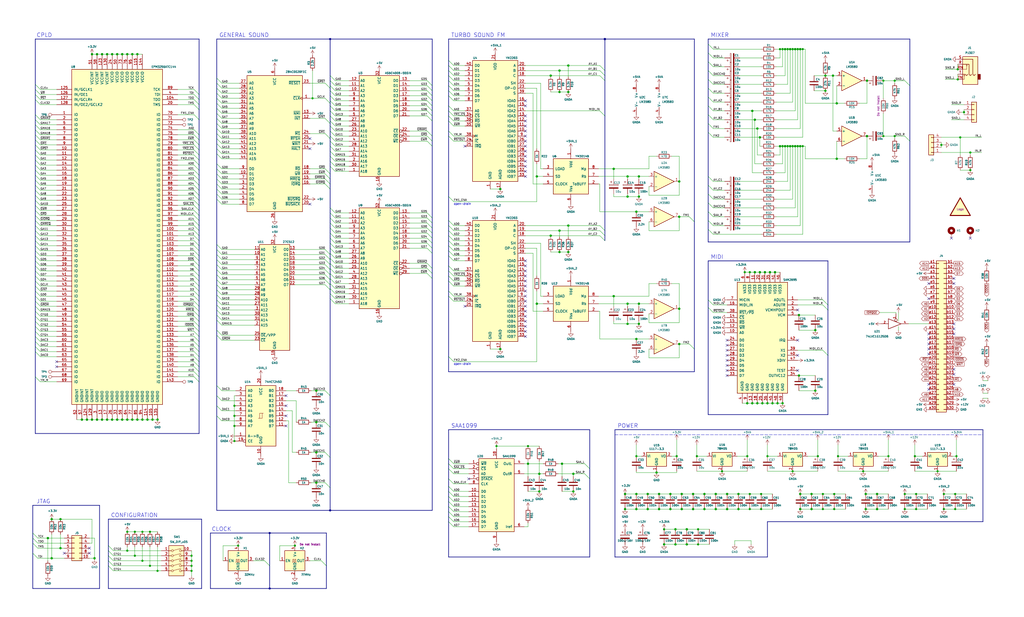
<source format=kicad_sch>
(kicad_sch (version 20211123) (generator eeschema)
  (paper "User" 516.001 310.998)
  (title_block (title "ZX-MULTISOUND") (date "2022-11-12") (rev "A1") (company "Eugene Lozovoy") (comment 1 "Sound card for ZX Spectrum (NemoBus)"))
  (lib_symbols
    (symbol "74xGxx:74LVC1G125" (pin_names (offset 1.016))
      (property "Reference" "U" (at -2.54 3.81 0))
      (property "Value" "74LVC1G125" (at 0 -3.81 0))
      (symbol "74LVC1G125_1_1"
        (pin input inverted (at 0 5.08 270) (length 3.81) (name "~") (number "1"))
        (pin input line (at -7.62 0 0) (length 3.81) (name "~") (number "2"))
        (pin power_in line (at 1.27 -1.27 270) (length 0) hide (name "GND") (number "3"))
        (pin tri_state line (at 6.35 0 180) (length 3.81) (name "~") (number "4"))
        (pin power_in line (at 1.27 1.27 90) (length 0) hide (name "VCC") (number "5"))
      )
    )
    (symbol "74xx:74HC245" (pin_names (offset 1.016))
      (property "Reference" "U14" (at -8.255 17.145 0))
      (property "Value" "74ACT245" (at 1.905 17.145 0))
      (symbol "74HC245_1_0"
        (pin input line (at -12.7 -10.16 0) (length 5.08) (name "A->B") (number "1"))
        (pin power_in line (at 0 -20.32 90) (length 5.08) (name "GND") (number "10"))
        (pin tri_state line (at 12.7 -5.08 180) (length 5.08) (name "B7") (number "11"))
        (pin tri_state line (at 12.7 -2.54 180) (length 5.08) (name "B6") (number "12"))
        (pin tri_state line (at 12.7 0 180) (length 5.08) (name "B5") (number "13"))
        (pin tri_state line (at 12.7 2.54 180) (length 5.08) (name "B4") (number "14"))
        (pin tri_state line (at 12.7 5.08 180) (length 5.08) (name "B3") (number "15"))
        (pin tri_state line (at 12.7 7.62 180) (length 5.08) (name "B2") (number "16"))
        (pin tri_state line (at 12.7 10.16 180) (length 5.08) (name "B1") (number "17"))
        (pin tri_state line (at 12.7 12.7 180) (length 5.08) (name "B0") (number "18"))
        (pin input inverted (at -12.7 -12.7 0) (length 5.08) (name "CE") (number "19"))
        (pin tri_state line (at -12.7 12.7 0) (length 5.08) (name "A0") (number "2"))
        (pin power_in line (at 0 20.32 270) (length 5.08) (name "VCC") (number "20"))
        (pin input line (at -12.7 10.16 0) (length 5.08) (name "A1") (number "3"))
        (pin tri_state line (at -12.7 7.62 0) (length 5.08) (name "A2") (number "4"))
        (pin input line (at -12.7 5.08 0) (length 5.08) (name "A3") (number "5"))
        (pin tri_state line (at -12.7 2.54 0) (length 5.08) (name "A4") (number "6"))
        (pin input line (at -12.7 0 0) (length 5.08) (name "A5") (number "7"))
        (pin tri_state line (at -12.7 -2.54 0) (length 5.08) (name "A6") (number "8"))
        (pin input line (at -12.7 -5.08 0) (length 5.08) (name "A7") (number "9"))
      )
    )
    (symbol "Amplifier_Operational:MCP602" (pin_names (offset 0.127))
      (property "Reference" "U" (at 0 5.08 0))
      (property "Value" "MCP602" (at 0 -5.08 0))
      (symbol "MCP602_1_1"
        (pin output line (at 7.62 0 180) (length 2.54) (name "~") (number "1"))
        (pin input line (at -7.62 -2.54 0) (length 2.54) (name "-") (number "2"))
        (pin input line (at -7.62 2.54 0) (length 2.54) (name "+") (number "3"))
      )
      (symbol "MCP602_2_1"
        (pin input line (at -7.62 2.54 0) (length 2.54) (name "+") (number "5"))
        (pin input line (at -7.62 -2.54 0) (length 2.54) (name "-") (number "6"))
        (pin output line (at 7.62 0 180) (length 2.54) (name "~") (number "7"))
      )
      (symbol "MCP602_3_1"
        (pin power_in line (at -2.54 -7.62 90) (length 3.81) (name "V-") (number "4"))
        (pin power_in line (at -2.54 7.62 270) (length 3.81) (name "V+") (number "8"))
      )
    )
    (symbol "Connector:AudioJack3_SwitchTR"
      (property "Reference" "J" (at 0 8.89 0))
      (property "Value" "AudioJack3_SwitchTR" (at 0 6.35 0))
      (symbol "AudioJack3_SwitchTR_1_1"
        (pin passive line (at 5.08 0 180) (length 2.54) (name "~") (number "R"))
        (pin passive line (at 5.08 -2.54 180) (length 2.54) (name "~") (number "RN"))
        (pin passive line (at 5.08 2.54 180) (length 2.54) (name "~") (number "S"))
        (pin passive line (at 5.08 -5.08 180) (length 2.54) (name "~") (number "T"))
        (pin passive line (at 5.08 -7.62 180) (length 2.54) (name "~") (number "TN"))
      )
    )
    (symbol "Connector:TestPoint" (pin_numbers hide) (pin_names (offset 0.762) hide)
      (property "Reference" "TP" (at 0 6.858 0))
      (property "Value" "TestPoint" (at 0 5.08 0))
      (symbol "TestPoint_1_1"
        (pin passive line (at 0 0 90) (length 2.54) (name "1") (number "1"))
      )
    )
    (symbol "Connector_Generic:Conn_01x04" (pin_names (offset 1.016) hide)
      (property "Reference" "J" (at 0 5.08 0))
      (property "Value" "Conn_01x04" (at 0 -7.62 0))
      (symbol "Conn_01x04_1_1"
        (pin passive line (at -5.08 2.54 0) (length 3.81) (name "Pin_1") (number "1"))
        (pin passive line (at -5.08 0 0) (length 3.81) (name "Pin_2") (number "2"))
        (pin passive line (at -5.08 -2.54 0) (length 3.81) (name "Pin_3") (number "3"))
        (pin passive line (at -5.08 -5.08 0) (length 3.81) (name "Pin_4") (number "4"))
      )
    )
    (symbol "Connector_Generic:Conn_02x05_Odd_Even" (pin_names (offset 1.016) hide)
      (property "Reference" "J" (at 1.27 7.62 0))
      (property "Value" "Conn_02x05_Odd_Even" (at 1.27 -7.62 0))
      (symbol "Conn_02x05_Odd_Even_1_1"
        (pin passive line (at -5.08 5.08 0) (length 3.81) (name "Pin_1") (number "1"))
        (pin passive line (at 7.62 -5.08 180) (length 3.81) (name "Pin_10") (number "10"))
        (pin passive line (at 7.62 5.08 180) (length 3.81) (name "Pin_2") (number "2"))
        (pin passive line (at -5.08 2.54 0) (length 3.81) (name "Pin_3") (number "3"))
        (pin passive line (at 7.62 2.54 180) (length 3.81) (name "Pin_4") (number "4"))
        (pin passive line (at -5.08 0 0) (length 3.81) (name "Pin_5") (number "5"))
        (pin passive line (at 7.62 0 180) (length 3.81) (name "Pin_6") (number "6"))
        (pin passive line (at -5.08 -2.54 0) (length 3.81) (name "Pin_7") (number "7"))
        (pin passive line (at 7.62 -2.54 180) (length 3.81) (name "Pin_8") (number "8"))
        (pin passive line (at -5.08 -5.08 0) (length 3.81) (name "Pin_9") (number "9"))
      )
    )
    (symbol "Connector_Generic:Conn_02x30_Row_Letter_First" (pin_names (offset 1.016) hide)
      (property "Reference" "J" (at 1.27 38.1 0))
      (property "Value" "Conn_02x30_Row_Letter_First" (at 1.27 -40.64 0))
      (symbol "Conn_02x30_Row_Letter_First_1_1"
        (pin passive line (at -5.08 35.56 0) (length 3.81) (name "Pin_a1") (number "a1"))
        (pin passive line (at -5.08 12.7 0) (length 3.81) (name "Pin_a10") (number "a10"))
        (pin passive line (at -5.08 10.16 0) (length 3.81) (name "Pin_a11") (number "a11"))
        (pin passive line (at -5.08 7.62 0) (length 3.81) (name "Pin_a12") (number "a12"))
        (pin passive line (at -5.08 5.08 0) (length 3.81) (name "Pin_a13") (number "a13"))
        (pin passive line (at -5.08 2.54 0) (length 3.81) (name "Pin_a14") (number "a14"))
        (pin passive line (at -5.08 0 0) (length 3.81) (name "Pin_a15") (number "a15"))
        (pin passive line (at -5.08 -2.54 0) (length 3.81) (name "Pin_a16") (number "a16"))
        (pin passive line (at -5.08 -5.08 0) (length 3.81) (name "Pin_a17") (number "a17"))
        (pin passive line (at -5.08 -7.62 0) (length 3.81) (name "Pin_a18") (number "a18"))
        (pin passive line (at -5.08 -10.16 0) (length 3.81) (name "Pin_a19") (number "a19"))
        (pin passive line (at -5.08 33.02 0) (length 3.81) (name "Pin_a2") (number "a2"))
        (pin passive line (at -5.08 -12.7 0) (length 3.81) (name "Pin_a20") (number "a20"))
        (pin passive line (at -5.08 -15.24 0) (length 3.81) (name "Pin_a21") (number "a21"))
        (pin passive line (at -5.08 -17.78 0) (length 3.81) (name "Pin_a22") (number "a22"))
        (pin passive line (at -5.08 -20.32 0) (length 3.81) (name "Pin_a23") (number "a23"))
        (pin passive line (at -5.08 -22.86 0) (length 3.81) (name "Pin_a24") (number "a24"))
        (pin passive line (at -5.08 -25.4 0) (length 3.81) (name "Pin_a25") (number "a25"))
        (pin passive line (at -5.08 -27.94 0) (length 3.81) (name "Pin_a26") (number "a26"))
        (pin passive line (at -5.08 -30.48 0) (length 3.81) (name "Pin_a27") (number "a27"))
        (pin passive line (at -5.08 -33.02 0) (length 3.81) (name "Pin_a28") (number "a28"))
        (pin passive line (at -5.08 -35.56 0) (length 3.81) (name "Pin_a29") (number "a29"))
        (pin passive line (at -5.08 30.48 0) (length 3.81) (name "Pin_a3") (number "a3"))
        (pin passive line (at -5.08 -38.1 0) (length 3.81) (name "Pin_a30") (number "a30"))
        (pin passive line (at -5.08 27.94 0) (length 3.81) (name "Pin_a4") (number "a4"))
        (pin passive line (at -5.08 25.4 0) (length 3.81) (name "Pin_a5") (number "a5"))
        (pin passive line (at -5.08 22.86 0) (length 3.81) (name "Pin_a6") (number "a6"))
        (pin passive line (at -5.08 20.32 0) (length 3.81) (name "Pin_a7") (number "a7"))
        (pin passive line (at -5.08 17.78 0) (length 3.81) (name "Pin_a8") (number "a8"))
        (pin passive line (at -5.08 15.24 0) (length 3.81) (name "Pin_a9") (number "a9"))
        (pin passive line (at 7.62 35.56 180) (length 3.81) (name "Pin_b1") (number "b1"))
        (pin passive line (at 7.62 12.7 180) (length 3.81) (name "Pin_b10") (number "b10"))
        (pin passive line (at 7.62 10.16 180) (length 3.81) (name "Pin_b11") (number "b11"))
        (pin passive line (at 7.62 7.62 180) (length 3.81) (name "Pin_b12") (number "b12"))
        (pin passive line (at 7.62 5.08 180) (length 3.81) (name "Pin_b13") (number "b13"))
        (pin passive line (at 7.62 2.54 180) (length 3.81) (name "Pin_b14") (number "b14"))
        (pin passive line (at 7.62 0 180) (length 3.81) (name "Pin_b15") (number "b15"))
        (pin passive line (at 7.62 -2.54 180) (length 3.81) (name "Pin_b16") (number "b16"))
        (pin passive line (at 7.62 -5.08 180) (length 3.81) (name "Pin_b17") (number "b17"))
        (pin passive line (at 7.62 -7.62 180) (length 3.81) (name "Pin_b18") (number "b18"))
        (pin passive line (at 7.62 -10.16 180) (length 3.81) (name "Pin_b19") (number "b19"))
        (pin passive line (at 7.62 33.02 180) (length 3.81) (name "Pin_b2") (number "b2"))
        (pin passive line (at 7.62 -12.7 180) (length 3.81) (name "Pin_b20") (number "b20"))
        (pin passive line (at 7.62 -15.24 180) (length 3.81) (name "Pin_b21") (number "b21"))
        (pin passive line (at 7.62 -17.78 180) (length 3.81) (name "Pin_b22") (number "b22"))
        (pin passive line (at 7.62 -20.32 180) (length 3.81) (name "Pin_b23") (number "b23"))
        (pin passive line (at 7.62 -22.86 180) (length 3.81) (name "Pin_b24") (number "b24"))
        (pin passive line (at 7.62 -25.4 180) (length 3.81) (name "Pin_b25") (number "b25"))
        (pin passive line (at 7.62 -27.94 180) (length 3.81) (name "Pin_b26") (number "b26"))
        (pin passive line (at 7.62 -30.48 180) (length 3.81) (name "Pin_b27") (number "b27"))
        (pin passive line (at 7.62 -33.02 180) (length 3.81) (name "Pin_b28") (number "b28"))
        (pin passive line (at 7.62 -35.56 180) (length 3.81) (name "Pin_b29") (number "b29"))
        (pin passive line (at 7.62 30.48 180) (length 3.81) (name "Pin_b3") (number "b3"))
        (pin passive line (at 7.62 -38.1 180) (length 3.81) (name "Pin_b30") (number "b30"))
        (pin passive line (at 7.62 27.94 180) (length 3.81) (name "Pin_b4") (number "b4"))
        (pin passive line (at 7.62 25.4 180) (length 3.81) (name "Pin_b5") (number "b5"))
        (pin passive line (at 7.62 22.86 180) (length 3.81) (name "Pin_b6") (number "b6"))
        (pin passive line (at 7.62 20.32 180) (length 3.81) (name "Pin_b7") (number "b7"))
        (pin passive line (at 7.62 17.78 180) (length 3.81) (name "Pin_b8") (number "b8"))
        (pin passive line (at 7.62 15.24 180) (length 3.81) (name "Pin_b9") (number "b9"))
      )
    )
    (symbol "Device:C" (pin_numbers hide) (pin_names (offset 0.254))
      (property "Reference" "C" (at 0.635 2.54 0))
      (property "Value" "C" (at 0.635 -2.54 0))
      (symbol "C_1_1"
        (pin passive line (at 0 3.81 270) (length 2.794) (name "~") (number "1"))
        (pin passive line (at 0 -3.81 90) (length 2.794) (name "~") (number "2"))
      )
    )
    (symbol "Device:C_Polarized" (pin_numbers hide) (pin_names (offset 0.254))
      (property "Reference" "C" (at 0.635 2.54 0))
      (property "Value" "C_Polarized" (at 0.635 -2.54 0))
      (symbol "C_Polarized_1_1"
        (pin passive line (at 0 3.81 270) (length 2.794) (name "~") (number "1"))
        (pin passive line (at 0 -3.81 90) (length 2.794) (name "~") (number "2"))
      )
    )
    (symbol "Device:R" (pin_numbers hide) (pin_names (offset 0))
      (property "Reference" "R" (at 2.032 0 90))
      (property "Value" "R" (at 0 0 90))
      (symbol "R_1_1"
        (pin passive line (at 0 3.81 270) (length 1.27) (name "~") (number "1"))
        (pin passive line (at 0 -3.81 90) (length 1.27) (name "~") (number "2"))
      )
    )
    (symbol "Mechanical:MountingHole_Pad" (pin_numbers hide) (pin_names (offset 1.016) hide)
      (property "Reference" "H" (at 0 6.35 0))
      (property "Value" "MountingHole_Pad" (at 0 4.445 0))
      (symbol "MountingHole_Pad_1_1"
        (pin input line (at 0 -2.54 90) (length 2.54) (name "1") (number "1"))
      )
    )
    (symbol "Memory_EPROM:27C512PLCC"
      (property "Reference" "U" (at -7.62 26.67 0))
      (property "Value" "27C512PLCC" (at 2.54 -29.21 0))
      (symbol "27C512PLCC_1_1"
        (pin no_connect line (at 7.62 -17.78 180) (length 2.54) hide (name "NC") (number "1"))
        (pin input line (at -10.16 20.32 0) (length 2.54) (name "A1") (number "10"))
        (pin input line (at -10.16 22.86 0) (length 2.54) (name "A0") (number "11"))
        (pin no_connect line (at 7.62 -22.86 180) (length 2.54) hide (name "NC") (number "12"))
        (pin tri_state line (at 10.16 22.86 180) (length 2.54) (name "O0") (number "13"))
        (pin tri_state line (at 10.16 20.32 180) (length 2.54) (name "O1") (number "14"))
        (pin tri_state line (at 10.16 17.78 180) (length 2.54) (name "O2") (number "15"))
        (pin power_in line (at 0 -30.48 90) (length 2.54) (name "GND") (number "16"))
        (pin no_connect line (at 7.62 -20.32 180) (length 2.54) hide (name "NC") (number "17"))
        (pin tri_state line (at 10.16 15.24 180) (length 2.54) (name "O3") (number "18"))
        (pin tri_state line (at 10.16 12.7 180) (length 2.54) (name "O4") (number "19"))
        (pin input line (at -10.16 -15.24 0) (length 2.54) (name "A15") (number "2"))
        (pin tri_state line (at 10.16 10.16 180) (length 2.54) (name "O5") (number "20"))
        (pin tri_state line (at 10.16 7.62 180) (length 2.54) (name "O6") (number "21"))
        (pin tri_state line (at 10.16 5.08 180) (length 2.54) (name "O7") (number "22"))
        (pin input line (at -10.16 -22.86 0) (length 2.54) (name "~{CE}") (number "23"))
        (pin input line (at -10.16 -2.54 0) (length 2.54) (name "A10") (number "24"))
        (pin input line (at -10.16 -20.32 0) (length 2.54) (name "~{OE}/VPP") (number "25"))
        (pin no_connect line (at 7.62 -25.4 180) (length 2.54) hide (name "NC") (number "26"))
        (pin input line (at -10.16 -5.08 0) (length 2.54) (name "A11") (number "27"))
        (pin input line (at -10.16 0 0) (length 2.54) (name "A9") (number "28"))
        (pin input line (at -10.16 2.54 0) (length 2.54) (name "A8") (number "29"))
        (pin input line (at -10.16 -7.62 0) (length 2.54) (name "A12") (number "3"))
        (pin input line (at -10.16 -10.16 0) (length 2.54) (name "A13") (number "30"))
        (pin input line (at -10.16 -12.7 0) (length 2.54) (name "A14") (number "31"))
        (pin power_in line (at 0 27.94 270) (length 2.54) (name "VCC") (number "32"))
        (pin input line (at -10.16 5.08 0) (length 2.54) (name "A7") (number "4"))
        (pin input line (at -10.16 7.62 0) (length 2.54) (name "A6") (number "5"))
        (pin input line (at -10.16 10.16 0) (length 2.54) (name "A5") (number "6"))
        (pin input line (at -10.16 12.7 0) (length 2.54) (name "A4") (number "7"))
        (pin input line (at -10.16 15.24 0) (length 2.54) (name "A3") (number "8"))
        (pin input line (at -10.16 17.78 0) (length 2.54) (name "A2") (number "9"))
      )
    )
    (symbol "Oscillator:XO91" (pin_names (offset 0.254))
      (property "Reference" "X" (at -5.08 6.35 0))
      (property "Value" "XO91" (at 1.27 -6.35 0))
      (symbol "XO91_1_1"
        (pin input line (at -7.62 0 0) (length 2.54) (name "EN") (number "1"))
        (pin power_in line (at 0 -7.62 90) (length 2.54) (name "GND") (number "2"))
        (pin output line (at 7.62 0 180) (length 2.54) (name "OUT") (number "3"))
        (pin power_in line (at 0 7.62 270) (length 2.54) (name "V+") (number "4"))
      )
    )
    (symbol "Regulator_Linear:AMS1117-3.3" (pin_names (offset 0.254))
      (property "Reference" "U" (at -3.81 3.175 0))
      (property "Value" "AMS1117-3.3" (at 0 3.175 0))
      (symbol "AMS1117-3.3_1_1"
        (pin power_in line (at 0 -7.62 90) (length 2.54) (name "GND") (number "1"))
        (pin power_out line (at 7.62 0 180) (length 2.54) (name "VO") (number "2"))
        (pin power_in line (at -7.62 0 0) (length 2.54) (name "VI") (number "3"))
      )
    )
    (symbol "Regulator_Linear:LM78M05_TO252" (pin_names (offset 0.254))
      (property "Reference" "U" (at -3.81 3.175 0))
      (property "Value" "LM78M05_TO252" (at 0 3.175 0))
      (symbol "LM78M05_TO252_1_1"
        (pin power_in line (at -7.62 0 0) (length 2.54) (name "VI") (number "1"))
        (pin power_in line (at 0 -7.62 90) (length 2.54) (name "GND") (number "2"))
        (pin power_out line (at 7.62 0 180) (length 2.54) (name "VO") (number "3"))
      )
    )
    (symbol "Switch:SW_DIP_x05" (pin_names (offset 0) hide)
      (property "Reference" "SW" (at 0 8.89 0))
      (property "Value" "SW_DIP_x05" (at 0 -8.89 0))
      (symbol "SW_DIP_x05_1_1"
        (pin passive line (at -7.62 5.08 0) (length 5.08) (name "~") (number "1"))
        (pin passive line (at 7.62 5.08 180) (length 5.08) (name "~") (number "10"))
        (pin passive line (at -7.62 2.54 0) (length 5.08) (name "~") (number "2"))
        (pin passive line (at -7.62 0 0) (length 5.08) (name "~") (number "3"))
        (pin passive line (at -7.62 -2.54 0) (length 5.08) (name "~") (number "4"))
        (pin passive line (at -7.62 -5.08 0) (length 5.08) (name "~") (number "5"))
        (pin passive line (at 7.62 -5.08 180) (length 5.08) (name "~") (number "6"))
        (pin passive line (at 7.62 -2.54 180) (length 5.08) (name "~") (number "7"))
        (pin passive line (at 7.62 0 180) (length 5.08) (name "~") (number "8"))
        (pin passive line (at 7.62 2.54 180) (length 5.08) (name "~") (number "9"))
      )
    )
    (symbol "YM2203_1" (pin_names (offset 1.016))
      (property "Reference" "U" (at -10.16 35.56 0))
      (property "Value" "YM2203_1" (at 7.62 35.56 0))
      (symbol "YM2203_1_0_0"
        (pin power_in line (at 2.54 -30.48 90) (length 3.81) (name "AGND") (number "17"))
      )
      (symbol "YM2203_1_1_1"
        (pin power_in line (at -2.54 -30.48 90) (length 3.81) (name "GND") (number "1"))
        (pin bidirectional line (at 15.24 -1.27 180) (length 3.81) (name "IOA6") (number "10"))
        (pin bidirectional line (at 15.24 1.27 180) (length 3.81) (name "IOA5") (number "11"))
        (pin bidirectional line (at 15.24 3.81 180) (length 3.81) (name "IOA4") (number "12"))
        (pin bidirectional line (at 15.24 6.35 180) (length 3.81) (name "IOA3") (number "13"))
        (pin bidirectional line (at 15.24 8.89 180) (length 3.81) (name "IOA2") (number "14"))
        (pin bidirectional line (at 15.24 11.43 180) (length 3.81) (name "IOA1") (number "15"))
        (pin bidirectional line (at 15.24 13.97 180) (length 3.81) (name "IOA0") (number "16"))
        (pin output line (at 15.24 26.67 180) (length 3.81) (name "C") (number "18"))
        (pin output line (at 15.24 29.21 180) (length 3.81) (name "B") (number "19"))
        (pin bidirectional line (at -15.24 29.21 0) (length 3.81) (name "D1") (number "2"))
        (pin output line (at 15.24 31.75 180) (length 3.81) (name "A") (number "20"))
        (pin power_in line (at 0 38.1 270) (length 3.81) (name "VDD") (number "21"))
        (pin output line (at 15.24 22.86 180) (length 3.81) (name "SH") (number "22"))
        (pin output line (at 15.24 20.32 180) (length 3.81) (name "OP-O") (number "23"))
        (pin input input_low (at -15.24 -6.35 0) (length 3.81) (name "~{IC}") (number "24"))
        (pin output line (at -15.24 -8.89 0) (length 3.81) (name "~{IRQ}") (number "25"))
        (pin bidirectional line (at 15.24 -6.35 180) (length 3.81) (name "IOB0") (number "26"))
        (pin bidirectional line (at 15.24 -8.89 180) (length 3.81) (name "IOB1") (number "27"))
        (pin bidirectional line (at 15.24 -11.43 180) (length 3.81) (name "IOB2") (number "28"))
        (pin bidirectional line (at 15.24 -13.97 180) (length 3.81) (name "IOB3") (number "29"))
        (pin bidirectional line (at -15.24 26.67 0) (length 3.81) (name "D2") (number "3"))
        (pin bidirectional line (at 15.24 -16.51 180) (length 3.81) (name "IOB4") (number "30"))
        (pin bidirectional line (at 15.24 -19.05 180) (length 3.81) (name "IOB5") (number "31"))
        (pin bidirectional line (at 15.24 -21.59 180) (length 3.81) (name "IOB6") (number "32"))
        (pin bidirectional line (at 15.24 -24.13 180) (length 3.81) (name "IOB7") (number "33"))
        (pin input inverted (at -15.24 6.35 0) (length 3.81) (name "~{CS}") (number "34"))
        (pin input line (at -15.24 1.27 0) (length 3.81) (name "~{WR}") (number "35"))
        (pin input inverted (at -15.24 3.81 0) (length 3.81) (name "~{RD}") (number "36"))
        (pin input line (at -15.24 8.89 0) (length 3.81) (name "A0") (number "37"))
        (pin input clock (at -15.24 -3.81 0) (length 3.81) (name "M") (number "38"))
        (pin output line (at 15.24 17.78 180) (length 3.81) (name "S") (number "39"))
        (pin bidirectional line (at -15.24 24.13 0) (length 3.81) (name "D3") (number "4"))
        (pin bidirectional line (at -15.24 31.75 0) (length 3.81) (name "D0") (number "40"))
        (pin bidirectional line (at -15.24 21.59 0) (length 3.81) (name "D4") (number "5"))
        (pin bidirectional line (at -15.24 19.05 0) (length 3.81) (name "D5") (number "6"))
        (pin bidirectional line (at -15.24 16.51 0) (length 3.81) (name "D6") (number "7"))
        (pin bidirectional line (at -15.24 13.97 0) (length 3.81) (name "D7") (number "8"))
        (pin bidirectional line (at 15.24 -3.81 180) (length 3.81) (name "IOA7") (number "9"))
      )
    )
    (symbol "YM3014B_1" (pin_names (offset 1.016))
      (property "Reference" "U" (at -6.35 10.16 0))
      (property "Value" "YM3014B_1" (at 5.08 10.16 0))
      (symbol "YM3014B_1_0_0"
        (pin power_in line (at 0 13.97 270) (length 5.08) (name "Vdd") (number "1"))
        (pin output line (at 13.97 -3.81 180) (length 5.08) (name "ToBUFF") (number "2"))
        (pin input line (at -13.97 3.81 0) (length 5.08) (name "LOAD") (number "3"))
        (pin input line (at -13.97 0 0) (length 5.08) (name "SD") (number "4"))
        (pin input line (at -13.97 -3.81 0) (length 5.08) (name "CLOCK") (number "5"))
        (pin power_in line (at 0 -13.97 90) (length 5.08) (name "Vss") (number "6"))
        (pin output line (at 13.97 0 180) (length 5.08) (name "Rb") (number "7"))
        (pin input line (at 13.97 3.81 180) (length 5.08) (name "Mp") (number "8"))
      )
    )
    (symbol "my:AS6C4008"
      (property "Reference" "U" (at -10.16 26.035 0))
      (property "Value" "AS6C4008" (at 2.54 26.035 0))
      (symbol "AS6C4008_0_0"
        (pin power_in line (at 0 -27.94 90) (length 2.54) (name "GND") (number "16"))
        (pin power_in line (at 0 27.94 270) (length 2.54) (name "VCC") (number "32"))
      )
      (symbol "AS6C4008_1_1"
        (pin input line (at -15.24 -22.86 0) (length 5.08) (name "A18") (number "1"))
        (pin input line (at -15.24 17.78 0) (length 5.08) (name "A2") (number "10"))
        (pin input line (at -15.24 20.32 0) (length 5.08) (name "A1") (number "11"))
        (pin input line (at -15.24 22.86 0) (length 5.08) (name "A0") (number "12"))
        (pin tri_state line (at 15.24 22.86 180) (length 5.08) (name "D0") (number "13"))
        (pin tri_state line (at 15.24 20.32 180) (length 5.08) (name "D1") (number "14"))
        (pin tri_state line (at 15.24 17.78 180) (length 5.08) (name "D2") (number "15"))
        (pin tri_state line (at 15.24 15.24 180) (length 5.08) (name "D3") (number "17"))
        (pin tri_state line (at 15.24 12.7 180) (length 5.08) (name "D4") (number "18"))
        (pin tri_state line (at 15.24 10.16 180) (length 5.08) (name "D5") (number "19"))
        (pin input line (at -15.24 -17.78 0) (length 5.08) (name "A16") (number "2"))
        (pin tri_state line (at 15.24 7.62 180) (length 5.08) (name "D6") (number "20"))
        (pin tri_state line (at 15.24 5.08 180) (length 5.08) (name "D7") (number "21"))
        (pin input inverted (at 15.24 -2.54 180) (length 5.08) (name "~{CE}") (number "22"))
        (pin input line (at -15.24 -2.54 0) (length 5.08) (name "A10") (number "23"))
        (pin input inverted (at 15.24 -5.08 180) (length 5.08) (name "~{OE}") (number "24"))
        (pin input line (at -15.24 -5.08 0) (length 5.08) (name "A11") (number "25"))
        (pin input line (at -15.24 0 0) (length 5.08) (name "A9") (number "26"))
        (pin input line (at -15.24 2.54 0) (length 5.08) (name "A8") (number "27"))
        (pin input line (at -15.24 -10.16 0) (length 5.08) (name "A13") (number "28"))
        (pin input inverted (at 15.24 -7.62 180) (length 5.08) (name "~{WE}") (number "29"))
        (pin input line (at -15.24 -12.7 0) (length 5.08) (name "A14") (number "3"))
        (pin input line (at -15.24 -20.32 0) (length 5.08) (name "A17") (number "30"))
        (pin input line (at -15.24 -15.24 0) (length 5.08) (name "A15") (number "31"))
        (pin input line (at -15.24 -7.62 0) (length 5.08) (name "A12") (number "4"))
        (pin input line (at -15.24 5.08 0) (length 5.08) (name "A7") (number "5"))
        (pin input line (at -15.24 7.62 0) (length 5.08) (name "A6") (number "6"))
        (pin input line (at -15.24 10.16 0) (length 5.08) (name "A5") (number "7"))
        (pin input line (at -15.24 12.7 0) (length 5.08) (name "A4") (number "8"))
        (pin input line (at -15.24 15.24 0) (length 5.08) (name "A3") (number "9"))
      )
    )
    (symbol "my:EPM3256ATC144" (pin_names (offset 1.016))
      (property "Reference" "U" (at 0 -3.81 0))
      (property "Value" "EPM3256ATC144" (at 0 1.27 0))
      (symbol "EPM3256ATC144_1_1"
        (pin bidirectional line (at -30.48 63.5 0) (length 7.62) (name "IO") (number "1"))
        (pin bidirectional line (at -30.48 45.72 0) (length 7.62) (name "IO") (number "10"))
        (pin bidirectional line (at 30.48 5.08 180) (length 7.62) (name "IO") (number "100"))
        (pin bidirectional line (at 30.48 2.54 180) (length 7.62) (name "IO") (number "101"))
        (pin bidirectional line (at 30.48 0 180) (length 7.62) (name "IO") (number "102"))
        (pin bidirectional line (at 30.48 -2.54 180) (length 7.62) (name "IO") (number "103"))
        (pin bidirectional line (at 30.48 71.12 180) (length 7.62) (name "TDO") (number "104"))
        (pin power_in line (at 17.78 -90.17 90) (length 7.62) (name "GNDIO") (number "105"))
        (pin bidirectional line (at 30.48 -5.08 180) (length 7.62) (name "IO") (number "106"))
        (pin bidirectional line (at 30.48 -7.62 180) (length 7.62) (name "IO") (number "107"))
        (pin bidirectional line (at 30.48 -10.16 180) (length 7.62) (name "IO") (number "108"))
        (pin bidirectional line (at 30.48 -12.7 180) (length 7.62) (name "IO") (number "109"))
        (pin bidirectional line (at -30.48 43.18 0) (length 7.62) (name "IO") (number "11"))
        (pin bidirectional line (at 30.48 -15.24 180) (length 7.62) (name "IO") (number "110"))
        (pin bidirectional line (at 30.48 -17.78 180) (length 7.62) (name "IO") (number "111"))
        (pin bidirectional line (at 30.48 -20.32 180) (length 7.62) (name "IO") (number "112"))
        (pin bidirectional line (at 30.48 -22.86 180) (length 7.62) (name "IO") (number "113"))
        (pin power_in line (at 15.24 -90.17 90) (length 7.62) (name "GNDIO") (number "114"))
        (pin power_in line (at 10.16 93.98 270) (length 7.62) (name "VCCIO") (number "115"))
        (pin bidirectional line (at 30.48 -25.4 180) (length 7.62) (name "IO") (number "116"))
        (pin bidirectional line (at 30.48 -27.94 180) (length 7.62) (name "IO") (number "117"))
        (pin bidirectional line (at 30.48 -30.48 180) (length 7.62) (name "IO") (number "118"))
        (pin bidirectional line (at 30.48 -33.02 180) (length 7.62) (name "IO") (number "119"))
        (pin bidirectional line (at -30.48 40.64 0) (length 7.62) (name "IO") (number "12"))
        (pin bidirectional line (at 30.48 -35.56 180) (length 7.62) (name "IO") (number "120"))
        (pin bidirectional line (at 30.48 -38.1 180) (length 7.62) (name "IO") (number "121"))
        (pin bidirectional line (at 30.48 -40.64 180) (length 7.62) (name "IO") (number "122"))
        (pin power_in line (at -7.62 93.98 270) (length 7.62) (name "VCCINT") (number "123"))
        (pin power_in line (at -15.24 -90.17 90) (length 7.62) (name "GNDINT") (number "124"))
        (pin input line (at -30.48 76.2 0) (length 7.62) (name "IN/GCLK1") (number "125"))
        (pin input line (at -30.48 73.66 0) (length 7.62) (name "IN/OE1") (number "126"))
        (pin input line (at -30.48 71.12 0) (length 7.62) (name "IN/GCLRn") (number "127"))
        (pin input line (at -30.48 68.58 0) (length 7.62) (name "IN/OE2/GCLK2") (number "128"))
        (pin power_in line (at -12.7 -90.17 90) (length 7.62) (name "GNDINT") (number "129"))
        (pin power_in line (at -7.62 -90.17 90) (length 7.62) (name "GNDIO") (number "13"))
        (pin power_in line (at -5.08 93.98 270) (length 7.62) (name "VCCINT") (number "130"))
        (pin bidirectional line (at 30.48 -43.18 180) (length 7.62) (name "IO") (number "131"))
        (pin bidirectional line (at 30.48 -45.72 180) (length 7.62) (name "IO") (number "132"))
        (pin bidirectional line (at 30.48 -48.26 180) (length 7.62) (name "IO") (number "133"))
        (pin bidirectional line (at 30.48 -50.8 180) (length 7.62) (name "IO") (number "134"))
        (pin power_in line (at 20.32 -90.17 90) (length 7.62) (name "GNDIO") (number "135"))
        (pin bidirectional line (at 30.48 -53.34 180) (length 7.62) (name "IO") (number "136"))
        (pin bidirectional line (at 30.48 -55.88 180) (length 7.62) (name "IO") (number "137"))
        (pin bidirectional line (at 30.48 -58.42 180) (length 7.62) (name "IO") (number "138"))
        (pin bidirectional line (at 30.48 -60.96 180) (length 7.62) (name "IO") (number "139"))
        (pin bidirectional line (at -30.48 38.1 0) (length 7.62) (name "IO") (number "14"))
        (pin bidirectional line (at 30.48 -63.5 180) (length 7.62) (name "IO") (number "140"))
        (pin bidirectional line (at 30.48 -66.04 180) (length 7.62) (name "IO") (number "141"))
        (pin bidirectional line (at 30.48 -68.58 180) (length 7.62) (name "IO") (number "142"))
        (pin bidirectional line (at 30.48 -71.12 180) (length 7.62) (name "IO") (number "143"))
        (pin power_in line (at 12.7 93.98 270) (length 7.62) (name "VCCIO") (number "144"))
        (pin bidirectional line (at -30.48 35.56 0) (length 7.62) (name "IO") (number "15"))
        (pin bidirectional line (at -30.48 33.02 0) (length 7.62) (name "IO") (number "16"))
        (pin power_in line (at -5.08 -90.17 90) (length 7.62) (name "GNDIO") (number "17"))
        (pin bidirectional line (at -30.48 30.48 0) (length 7.62) (name "IO") (number "18"))
        (pin bidirectional line (at -30.48 27.94 0) (length 7.62) (name "IO") (number "19"))
        (pin bidirectional line (at -30.48 60.96 0) (length 7.62) (name "IO") (number "2"))
        (pin input line (at 30.48 68.58 180) (length 7.62) (name "TMS") (number "20"))
        (pin bidirectional line (at -30.48 25.4 0) (length 7.62) (name "IO") (number "21"))
        (pin bidirectional line (at -30.48 22.86 0) (length 7.62) (name "IO") (number "22"))
        (pin bidirectional line (at -30.48 20.32 0) (length 7.62) (name "IO") (number "23"))
        (pin power_in line (at -2.54 93.98 270) (length 7.62) (name "VCCIO") (number "24"))
        (pin bidirectional line (at -30.48 17.78 0) (length 7.62) (name "IO") (number "25"))
        (pin power_in line (at -2.54 -90.17 90) (length 7.62) (name "GNDIO") (number "26"))
        (pin bidirectional line (at -30.48 15.24 0) (length 7.62) (name "IO") (number "27"))
        (pin bidirectional line (at -30.48 12.7 0) (length 7.62) (name "IO") (number "28"))
        (pin bidirectional line (at -30.48 10.16 0) (length 7.62) (name "IO") (number "29"))
        (pin power_in line (at -10.16 -90.17 90) (length 7.62) (name "GNDIO") (number "3"))
        (pin bidirectional line (at -30.48 7.62 0) (length 7.62) (name "IO") (number "30"))
        (pin bidirectional line (at -30.48 5.08 0) (length 7.62) (name "IO") (number "31"))
        (pin bidirectional line (at -30.48 2.54 0) (length 7.62) (name "IO") (number "32"))
        (pin power_in line (at 0 -90.17 90) (length 7.62) (name "GNDIO") (number "33"))
        (pin bidirectional line (at -30.48 0 0) (length 7.62) (name "IO") (number "34"))
        (pin bidirectional line (at -30.48 -2.54 0) (length 7.62) (name "IO") (number "35"))
        (pin bidirectional line (at -30.48 -5.08 0) (length 7.62) (name "IO") (number "36"))
        (pin bidirectional line (at -30.48 -7.62 0) (length 7.62) (name "IO") (number "37"))
        (pin bidirectional line (at -30.48 -10.16 0) (length 7.62) (name "IO") (number "38"))
        (pin bidirectional line (at -30.48 -12.7 0) (length 7.62) (name "IO") (number "39"))
        (pin input line (at 30.48 73.66 180) (length 7.62) (name "TDI") (number "4"))
        (pin bidirectional line (at -30.48 -15.24 0) (length 7.62) (name "IO") (number "40"))
        (pin bidirectional line (at -30.48 -17.78 0) (length 7.62) (name "IO") (number "41"))
        (pin bidirectional line (at -30.48 -20.32 0) (length 7.62) (name "IO") (number "42"))
        (pin bidirectional line (at -30.48 -22.86 0) (length 7.62) (name "IO") (number "43"))
        (pin bidirectional line (at -30.48 -25.4 0) (length 7.62) (name "IO") (number "44"))
        (pin bidirectional line (at -30.48 -27.94 0) (length 7.62) (name "IO") (number "45"))
        (pin bidirectional line (at -30.48 -30.48 0) (length 7.62) (name "IO") (number "46"))
        (pin bidirectional line (at -30.48 -33.02 0) (length 7.62) (name "IO") (number "47"))
        (pin bidirectional line (at -30.48 -35.56 0) (length 7.62) (name "IO") (number "48"))
        (pin bidirectional line (at -30.48 -38.1 0) (length 7.62) (name "IO") (number "49"))
        (pin bidirectional line (at -30.48 58.42 0) (length 7.62) (name "IO") (number "5"))
        (pin power_in line (at 0 93.98 270) (length 7.62) (name "VCCIO") (number "50"))
        (pin power_in line (at -12.7 93.98 270) (length 7.62) (name "VCCINT") (number "51"))
        (pin power_in line (at -20.32 -90.17 90) (length 7.62) (name "GNDINT") (number "52"))
        (pin bidirectional line (at -30.48 -40.64 0) (length 7.62) (name "IO") (number "53"))
        (pin bidirectional line (at -30.48 -43.18 0) (length 7.62) (name "IO") (number "54"))
        (pin bidirectional line (at -30.48 -45.72 0) (length 7.62) (name "IO") (number "55"))
        (pin bidirectional line (at -30.48 -48.26 0) (length 7.62) (name "IO") (number "56"))
        (pin power_in line (at -17.78 -90.17 90) (length 7.62) (name "GNDINT") (number "57"))
        (pin power_in line (at -10.16 93.98 270) (length 7.62) (name "VCCINT") (number "58"))
        (pin power_in line (at 2.54 -90.17 90) (length 7.62) (name "GNDIO") (number "59"))
        (pin bidirectional line (at -30.48 55.88 0) (length 7.62) (name "IO") (number "6"))
        (pin bidirectional line (at -30.48 -50.8 0) (length 7.62) (name "IO") (number "60"))
        (pin bidirectional line (at -30.48 -53.34 0) (length 7.62) (name "IO") (number "61"))
        (pin bidirectional line (at -30.48 -55.88 0) (length 7.62) (name "IO") (number "62"))
        (pin bidirectional line (at -30.48 -58.42 0) (length 7.62) (name "IO") (number "63"))
        (pin power_in line (at 5.08 -90.17 90) (length 7.62) (name "GNDIO") (number "64"))
        (pin bidirectional line (at -30.48 -60.96 0) (length 7.62) (name "IO") (number "65"))
        (pin bidirectional line (at -30.48 -63.5 0) (length 7.62) (name "IO") (number "66"))
        (pin bidirectional line (at -30.48 -66.04 0) (length 7.62) (name "IO") (number "67"))
        (pin bidirectional line (at -30.48 -68.58 0) (length 7.62) (name "IO") (number "68"))
        (pin bidirectional line (at -30.48 -71.12 0) (length 7.62) (name "IO") (number "69"))
        (pin bidirectional line (at -30.48 53.34 0) (length 7.62) (name "IO") (number "7"))
        (pin bidirectional line (at 30.48 63.5 180) (length 7.62) (name "IO") (number "70"))
        (pin bidirectional line (at 30.48 60.96 180) (length 7.62) (name "IO") (number "71"))
        (pin bidirectional line (at 30.48 58.42 180) (length 7.62) (name "IO") (number "72"))
        (pin power_in line (at 2.54 93.98 270) (length 7.62) (name "VCCIO") (number "73"))
        (pin bidirectional line (at 30.48 55.88 180) (length 7.62) (name "IO") (number "74"))
        (pin bidirectional line (at 30.48 53.34 180) (length 7.62) (name "IO") (number "75"))
        (pin power_in line (at 5.08 93.98 270) (length 7.62) (name "VCCIO") (number "76"))
        (pin power_in line (at 7.62 -90.17 90) (length 7.62) (name "GNDIO") (number "77"))
        (pin bidirectional line (at 30.48 50.8 180) (length 7.62) (name "IO") (number "78"))
        (pin bidirectional line (at 30.48 48.26 180) (length 7.62) (name "IO") (number "79"))
        (pin bidirectional line (at -30.48 50.8 0) (length 7.62) (name "IO") (number "8"))
        (pin bidirectional line (at 30.48 45.72 180) (length 7.62) (name "IO") (number "80"))
        (pin bidirectional line (at 30.48 43.18 180) (length 7.62) (name "IO") (number "81"))
        (pin bidirectional line (at 30.48 40.64 180) (length 7.62) (name "IO") (number "82"))
        (pin bidirectional line (at 30.48 38.1 180) (length 7.62) (name "IO") (number "83"))
        (pin bidirectional line (at 30.48 35.56 180) (length 7.62) (name "IO") (number "84"))
        (pin power_in line (at 10.16 -90.17 90) (length 7.62) (name "GNDIO") (number "85"))
        (pin bidirectional line (at 30.48 33.02 180) (length 7.62) (name "IO") (number "86"))
        (pin bidirectional line (at 30.48 30.48 180) (length 7.62) (name "IO") (number "87"))
        (pin bidirectional line (at 30.48 27.94 180) (length 7.62) (name "IO") (number "88"))
        (pin input line (at 30.48 76.2 180) (length 7.62) (name "TCK") (number "89"))
        (pin bidirectional line (at -30.48 48.26 0) (length 7.62) (name "IO") (number "9"))
        (pin bidirectional line (at 30.48 25.4 180) (length 7.62) (name "IO") (number "90"))
        (pin bidirectional line (at 30.48 22.86 180) (length 7.62) (name "IO") (number "91"))
        (pin bidirectional line (at 30.48 20.32 180) (length 7.62) (name "IO") (number "92"))
        (pin bidirectional line (at 30.48 17.78 180) (length 7.62) (name "IO") (number "93"))
        (pin power_in line (at 12.7 -90.17 90) (length 7.62) (name "GNDIO") (number "94"))
        (pin power_in line (at 7.62 93.98 270) (length 7.62) (name "VCCIO") (number "95"))
        (pin bidirectional line (at 30.48 15.24 180) (length 7.62) (name "IO") (number "96"))
        (pin bidirectional line (at 30.48 12.7 180) (length 7.62) (name "IO") (number "97"))
        (pin bidirectional line (at 30.48 10.16 180) (length 7.62) (name "IO") (number "98"))
        (pin bidirectional line (at 30.48 7.62 180) (length 7.62) (name "IO") (number "99"))
      )
    )
    (symbol "my:SAA1099" (pin_names (offset 1.016))
      (property "Reference" "U" (at -8.89 19.05 0))
      (property "Value" "SAA1099" (at 5.08 19.05 0))
      (symbol "SAA1099_0_0"
        (pin bidirectional line (at -13.97 -16.51 0) (length 5.08) (name "D7") (number "17"))
      )
      (symbol "SAA1099_1_1"
        (pin input inverted (at -13.97 15.24 0) (length 5.08) (name "~{WR}") (number "1"))
        (pin bidirectional line (at -13.97 1.27 0) (length 5.08) (name "D0") (number "10"))
        (pin bidirectional line (at -13.97 -1.27 0) (length 5.08) (name "D1") (number "11"))
        (pin bidirectional line (at -13.97 -3.81 0) (length 5.08) (name "D2") (number "12"))
        (pin bidirectional line (at -13.97 -6.35 0) (length 5.08) (name "D3") (number "13"))
        (pin bidirectional line (at -13.97 -8.89 0) (length 5.08) (name "D4") (number "14"))
        (pin bidirectional line (at -13.97 -11.43 0) (length 5.08) (name "D5") (number "15"))
        (pin bidirectional line (at -13.97 -13.97 0) (length 5.08) (name "D6") (number "16"))
        (pin power_in line (at 0 22.86 270) (length 5.08) (name "VCC") (number "18"))
        (pin input inverted (at -13.97 12.7 0) (length 5.08) (name "~{CS}") (number "2"))
        (pin input line (at -13.97 10.16 0) (length 5.08) (name "A0") (number "3"))
        (pin output line (at 13.97 15.24 180) (length 5.08) (name "OutL") (number "4"))
        (pin output line (at 13.97 10.16 180) (length 5.08) (name "OutR") (number "5"))
        (pin input line (at 13.97 -16.51 180) (length 5.08) (name "Iref") (number "6"))
        (pin output inverted (at -13.97 7.62 0) (length 5.08) (name "~{DTACK}") (number "7"))
        (pin input line (at -13.97 5.08 0) (length 5.08) (name "CLK") (number "8"))
        (pin power_in line (at 0 -24.13 90) (length 5.08) (name "GND") (number "9"))
      )
    )
    (symbol "my:SAM2695" (pin_names (offset 1.016))
      (property "Reference" "U" (at -13.97 29.21 0))
      (property "Value" "SAM2695" (at 12.7 29.21 0))
      (symbol "SAM2695_0_0"
        (pin output line (at 17.78 19.05 180) (length 5.08) (name "AOUTL") (number "1"))
        (pin input line (at -17.78 2.54 0) (length 5.08) (name "A0") (number "10"))
        (pin power_in line (at -3.81 33.02 270) (length 5.08) (name "VD33") (number "11"))
        (pin input line (at -17.78 5.08 0) (length 5.08) (name "~{WR}") (number "12"))
        (pin power_in line (at -5.08 -33.02 90) (length 5.08) (name "GND") (number "13"))
        (pin input line (at -17.78 10.16 0) (length 5.08) (name "~{CS}") (number "14"))
        (pin input line (at -17.78 7.62 0) (length 5.08) (name "~{RD}") (number "15"))
        (pin input line (at -17.78 16.51 0) (length 5.08) (name "MIDI_IN") (number "16"))
        (pin no_connect line (at 17.78 7.62 180) (length 5.08) hide (name "NC") (number "17"))
        (pin power_in line (at -2.54 -33.02 90) (length 5.08) (name "GND") (number "18"))
        (pin no_connect line (at 17.78 8.89 180) (length 5.08) hide (name "NC") (number "19"))
        (pin output line (at 17.78 16.51 180) (length 5.08) (name "AOUTR") (number "2"))
        (pin power_in line (at -1.27 33.02 270) (length 5.08) (name "VD33") (number "20"))
        (pin no_connect line (at 17.78 6.35 180) (length 5.08) hide (name "NC") (number "21"))
        (pin no_connect line (at 17.78 5.08 180) (length 5.08) hide (name "NC") (number "22"))
        (pin no_connect line (at 17.78 3.81 180) (length 5.08) hide (name "NC") (number "23"))
        (pin bidirectional line (at -17.78 -1.27 0) (length 5.08) (name "D0") (number "24"))
        (pin power_in line (at 0 -33.02 90) (length 5.08) (name "GND") (number "25"))
        (pin bidirectional line (at -17.78 -3.81 0) (length 5.08) (name "D1") (number "26"))
        (pin bidirectional line (at -17.78 -6.35 0) (length 5.08) (name "D2") (number "27"))
        (pin bidirectional line (at -17.78 -8.89 0) (length 5.08) (name "D3") (number "28"))
        (pin bidirectional line (at -17.78 -11.43 0) (length 5.08) (name "D4") (number "29"))
        (pin output line (at 17.78 13.97 180) (length 5.08) (name "VCMHPOUT") (number "3"))
        (pin bidirectional line (at -17.78 -13.97 0) (length 5.08) (name "D5") (number "30"))
        (pin power_in line (at 1.27 33.02 270) (length 5.08) (name "VD33") (number "31"))
        (pin bidirectional line (at -17.78 -16.51 0) (length 5.08) (name "D6") (number "32"))
        (pin bidirectional line (at -17.78 -19.05 0) (length 5.08) (name "D7") (number "33"))
        (pin power_out line (at 17.78 -19.05 180) (length 5.08) (name "OUTVC12") (number "34"))
        (pin power_in line (at 3.81 33.02 270) (length 5.08) (name "VD33") (number "35"))
        (pin power_in line (at 2.54 -33.02 90) (length 5.08) (name "GND") (number "36"))
        (pin input line (at 17.78 -16.51 180) (length 5.08) (name "TEST") (number "37"))
        (pin input line (at -17.78 12.7 0) (length 5.08) (name "~{RST}/~{PD}") (number "38"))
        (pin input line (at 17.78 -6.35 180) (length 5.08) (name "X1") (number "39"))
        (pin power_in line (at -10.16 -33.02 90) (length 5.08) (name "AGND") (number "4"))
        (pin input line (at 17.78 -8.89 180) (length 5.08) (name "X2") (number "40"))
        (pin power_in line (at 6.35 33.02 270) (length 5.08) (name "VD33") (number "41"))
        (pin output line (at 17.78 -1.27 180) (length 5.08) (name "IRQ") (number "42"))
        (pin no_connect line (at 17.78 2.54 180) (length 5.08) hide (name "NC") (number "43"))
        (pin no_connect line (at 17.78 1.27 180) (length 5.08) hide (name "NC") (number "44"))
        (pin power_in line (at 5.08 -33.02 90) (length 5.08) (name "GND") (number "45"))
        (pin power_in line (at 8.89 33.02 270) (length 5.08) (name "VD33") (number "46"))
        (pin input line (at 17.78 -11.43 180) (length 5.08) (name "XDIV") (number "47"))
        (pin power_in line (at 7.62 -33.02 90) (length 5.08) (name "GND") (number "48"))
        (pin output line (at 17.78 11.43 180) (length 5.08) (name "VCM") (number "5"))
        (pin power_in line (at -8.89 33.02 270) (length 5.08) (name "VA33") (number "6"))
        (pin input line (at -17.78 19.05 0) (length 5.08) (name "MICIN") (number "7"))
        (pin power_in line (at -6.35 33.02 270) (length 5.08) (name "VD33") (number "8"))
        (pin power_in line (at -7.62 -33.02 90) (length 5.08) (name "GND") (number "9"))
      )
      (symbol "SAM2695_1_1"
        (pin power_in line (at 10.16 -33.02 90) (length 5.08) (name "GND") (number "49"))
      )
    )
    (symbol "my:YM2203" (pin_names (offset 1.016))
      (property "Reference" "U" (at -10.16 35.56 0))
      (property "Value" "YM2203" (at 7.62 35.56 0))
      (symbol "YM2203_0_0"
        (pin power_in line (at 2.54 -30.48 90) (length 3.81) (name "AGND") (number "17"))
      )
      (symbol "YM2203_1_1"
        (pin power_in line (at -2.54 -30.48 90) (length 3.81) (name "GND") (number "1"))
        (pin bidirectional line (at 15.24 -1.27 180) (length 3.81) (name "IOA6") (number "10"))
        (pin bidirectional line (at 15.24 1.27 180) (length 3.81) (name "IOA5") (number "11"))
        (pin bidirectional line (at 15.24 3.81 180) (length 3.81) (name "IOA4") (number "12"))
        (pin bidirectional line (at 15.24 6.35 180) (length 3.81) (name "IOA3") (number "13"))
        (pin bidirectional line (at 15.24 8.89 180) (length 3.81) (name "IOA2") (number "14"))
        (pin bidirectional line (at 15.24 11.43 180) (length 3.81) (name "IOA1") (number "15"))
        (pin bidirectional line (at 15.24 13.97 180) (length 3.81) (name "IOA0") (number "16"))
        (pin output line (at 15.24 26.67 180) (length 3.81) (name "C") (number "18"))
        (pin output line (at 15.24 29.21 180) (length 3.81) (name "B") (number "19"))
        (pin bidirectional line (at -15.24 29.21 0) (length 3.81) (name "D1") (number "2"))
        (pin output line (at 15.24 31.75 180) (length 3.81) (name "A") (number "20"))
        (pin power_in line (at 0 38.1 270) (length 3.81) (name "VDD") (number "21"))
        (pin output line (at 15.24 22.86 180) (length 3.81) (name "SH") (number "22"))
        (pin output line (at 15.24 20.32 180) (length 3.81) (name "OP-O") (number "23"))
        (pin input input_low (at -15.24 -6.35 0) (length 3.81) (name "~{IC}") (number "24"))
        (pin output line (at -15.24 -8.89 0) (length 3.81) (name "~{IRQ}") (number "25"))
        (pin bidirectional line (at 15.24 -6.35 180) (length 3.81) (name "IOB0") (number "26"))
        (pin bidirectional line (at 15.24 -8.89 180) (length 3.81) (name "IOB1") (number "27"))
        (pin bidirectional line (at 15.24 -11.43 180) (length 3.81) (name "IOB2") (number "28"))
        (pin bidirectional line (at 15.24 -13.97 180) (length 3.81) (name "IOB3") (number "29"))
        (pin bidirectional line (at -15.24 26.67 0) (length 3.81) (name "D2") (number "3"))
        (pin bidirectional line (at 15.24 -16.51 180) (length 3.81) (name "IOB4") (number "30"))
        (pin bidirectional line (at 15.24 -19.05 180) (length 3.81) (name "IOB5") (number "31"))
        (pin bidirectional line (at 15.24 -21.59 180) (length 3.81) (name "IOB6") (number "32"))
        (pin bidirectional line (at 15.24 -24.13 180) (length 3.81) (name "IOB7") (number "33"))
        (pin input inverted (at -15.24 6.35 0) (length 3.81) (name "~{CS}") (number "34"))
        (pin input line (at -15.24 1.27 0) (length 3.81) (name "~{WR}") (number "35"))
        (pin input inverted (at -15.24 3.81 0) (length 3.81) (name "~{RD}") (number "36"))
        (pin input line (at -15.24 8.89 0) (length 3.81) (name "A0") (number "37"))
        (pin input clock (at -15.24 -3.81 0) (length 3.81) (name "M") (number "38"))
        (pin output line (at 15.24 17.78 180) (length 3.81) (name "S") (number "39"))
        (pin bidirectional line (at -15.24 24.13 0) (length 3.81) (name "D3") (number "4"))
        (pin bidirectional line (at -15.24 31.75 0) (length 3.81) (name "D0") (number "40"))
        (pin bidirectional line (at -15.24 21.59 0) (length 3.81) (name "D4") (number "5"))
        (pin bidirectional line (at -15.24 19.05 0) (length 3.81) (name "D5") (number "6"))
        (pin bidirectional line (at -15.24 16.51 0) (length 3.81) (name "D6") (number "7"))
        (pin bidirectional line (at -15.24 13.97 0) (length 3.81) (name "D7") (number "8"))
        (pin bidirectional line (at 15.24 -3.81 180) (length 3.81) (name "IOA7") (number "9"))
      )
    )
    (symbol "my:YM3014B" (pin_names (offset 1.016))
      (property "Reference" "U" (at -6.35 10.16 0))
      (property "Value" "YM3014B" (at 5.08 10.16 0))
      (symbol "YM3014B_0_0"
        (pin power_in line (at 0 13.97 270) (length 5.08) (name "Vdd") (number "1"))
        (pin output line (at 13.97 -3.81 180) (length 5.08) (name "ToBUFF") (number "2"))
        (pin input line (at -13.97 3.81 0) (length 5.08) (name "LOAD") (number "3"))
        (pin input line (at -13.97 0 0) (length 5.08) (name "SD") (number "4"))
        (pin input line (at -13.97 -3.81 0) (length 5.08) (name "CLOCK") (number "5"))
        (pin power_in line (at 0 -13.97 90) (length 5.08) (name "Vss") (number "6"))
        (pin output line (at 13.97 0 180) (length 5.08) (name "Rb") (number "7"))
        (pin input line (at 13.97 3.81 180) (length 5.08) (name "Mp") (number "8"))
      )
    )
    (symbol "my:Z80CPU_QFP" (pin_names (offset 1.016))
      (property "Reference" "U" (at -13.97 35.56 0))
      (property "Value" "Z80CPU_QFP" (at 6.35 35.56 0))
      (symbol "Z80CPU_QFP_1_1"
        (pin input clock (at -17.78 22.86 0) (length 3.81) (name "~{CLK}") (number "1"))
        (pin bidirectional line (at 17.78 -15.24 180) (length 3.81) (name "D1") (number "10"))
        (pin no_connect line (at 2.54 -38.1 90) (length 3.81) hide (name "NC") (number "11"))
        (pin input line (at -17.78 12.7 0) (length 3.81) (name "~{INT}") (number "12"))
        (pin input line (at -17.78 15.24 0) (length 3.81) (name "~{NMI}") (number "13"))
        (pin output line (at -17.78 -2.54 0) (length 3.81) (name "~{HALT}") (number "14"))
        (pin output line (at -17.78 -17.78 0) (length 3.81) (name "~{MREQ}") (number "15"))
        (pin output line (at -17.78 -20.32 0) (length 3.81) (name "~{IORQ}") (number "16"))
        (pin no_connect line (at 5.08 -38.1 90) (length 3.81) hide (name "NC") (number "17"))
        (pin output line (at -17.78 -12.7 0) (length 3.81) (name "~{RD}") (number "18"))
        (pin output line (at -17.78 -15.24 0) (length 3.81) (name "~{WR}") (number "19"))
        (pin bidirectional line (at 17.78 -22.86 180) (length 3.81) (name "D4") (number "2"))
        (pin output line (at -17.78 -30.48 0) (length 3.81) (name "~{BUSACK}") (number "20"))
        (pin input line (at -17.78 0 0) (length 3.81) (name "~{WAIT}") (number "21"))
        (pin input line (at -17.78 -27.94 0) (length 3.81) (name "~{BUSRQ}") (number "22"))
        (pin input line (at -17.78 30.48 0) (length 3.81) (name "~{RESET}") (number "23"))
        (pin output line (at -17.78 5.08 0) (length 3.81) (name "~{M1}") (number "24"))
        (pin output line (at -17.78 2.54 0) (length 3.81) (name "~{RFSH}") (number "25"))
        (pin power_in line (at 0 -38.1 90) (length 3.81) (name "GND") (number "26"))
        (pin output line (at 17.78 30.48 180) (length 3.81) (name "A0") (number "27"))
        (pin output line (at 17.78 27.94 180) (length 3.81) (name "A1") (number "28"))
        (pin output line (at 17.78 25.4 180) (length 3.81) (name "A2") (number "29"))
        (pin bidirectional line (at 17.78 -20.32 180) (length 3.81) (name "D3") (number "3"))
        (pin output line (at 17.78 22.86 180) (length 3.81) (name "A3") (number "30"))
        (pin output line (at 17.78 20.32 180) (length 3.81) (name "A4") (number "31"))
        (pin output line (at 17.78 17.78 180) (length 3.81) (name "A5") (number "32"))
        (pin no_connect line (at 7.62 -38.1 90) (length 3.81) hide (name "NC") (number "33"))
        (pin output line (at 17.78 15.24 180) (length 3.81) (name "A6") (number "34"))
        (pin output line (at 17.78 12.7 180) (length 3.81) (name "A7") (number "35"))
        (pin output line (at 17.78 10.16 180) (length 3.81) (name "A8") (number "36"))
        (pin output line (at 17.78 7.62 180) (length 3.81) (name "A9") (number "37"))
        (pin output line (at 17.78 5.08 180) (length 3.81) (name "A10") (number "38"))
        (pin no_connect line (at 10.16 -38.1 90) (length 3.81) hide (name "NC") (number "39"))
        (pin bidirectional line (at 17.78 -25.4 180) (length 3.81) (name "D5") (number "4"))
        (pin output line (at 17.78 2.54 180) (length 3.81) (name "A11") (number "40"))
        (pin output line (at 17.78 0 180) (length 3.81) (name "A12") (number "41"))
        (pin output line (at 17.78 -2.54 180) (length 3.81) (name "A13") (number "42"))
        (pin output line (at 17.78 -5.08 180) (length 3.81) (name "A14") (number "43"))
        (pin output line (at 17.78 -7.62 180) (length 3.81) (name "A15") (number "44"))
        (pin bidirectional line (at 17.78 -27.94 180) (length 3.81) (name "D6") (number "5"))
        (pin power_in line (at 0 38.1 270) (length 3.81) (name "VCC") (number "6"))
        (pin bidirectional line (at 17.78 -17.78 180) (length 3.81) (name "D2") (number "7"))
        (pin bidirectional line (at 17.78 -30.48 180) (length 3.81) (name "D7") (number "8"))
        (pin bidirectional line (at 17.78 -12.7 180) (length 3.81) (name "D0") (number "9"))
      )
    )
    (symbol "my:logo" (pin_names (offset 1.016) hide))
    (symbol "mypower:+5VA_1" (power) (pin_names (offset 0))
      (property "Value" "+5VA_1" (at 0 3.556 0))
      (symbol "+5VA_1_1_1"
        (pin power_in line (at 0 0 90) (length 0) hide (name "+5VA_1") (number "1"))
      )
    )
    (symbol "mypower:+5VA_2" (power) (pin_names (offset 0))
      (property "Value" "+5VA_2" (at 0 3.556 0))
      (symbol "+5VA_2_1_1"
        (pin power_in line (at 0 0 90) (length 0) hide (name "+5VA_2") (number "1"))
      )
    )
    (symbol "power:+12V" (power) (pin_names (offset 0))
      (property "Value" "+12V" (at 0 3.556 0))
      (symbol "+12V_1_1"
        (pin power_in line (at 0 0 90) (length 0) hide (name "+12V") (number "1"))
      )
    )
    (symbol "power:+3.3V" (power) (pin_names (offset 0))
      (property "Value" "+3.3V" (at 0 3.556 0))
      (symbol "+3.3V_1_1"
        (pin power_in line (at 0 0 90) (length 0) hide (name "+3.3V") (number "1"))
      )
    )
    (symbol "power:+3.3VA" (power) (pin_names (offset 0))
      (property "Value" "+3.3VA" (at 0 3.556 0))
      (symbol "+3.3VA_1_1"
        (pin power_in line (at 0 0 90) (length 0) hide (name "+3.3VA") (number "1"))
      )
    )
    (symbol "power:+5V" (power) (pin_names (offset 0))
      (property "Value" "+5V" (at 0 3.556 0))
      (symbol "+5V_1_1"
        (pin power_in line (at 0 0 90) (length 0) hide (name "+5V") (number "1"))
      )
    )
    (symbol "power:+5VA" (power) (pin_names (offset 0))
      (property "Value" "+5VA" (at 0 3.556 0))
      (symbol "+5VA_1_1"
        (pin power_in line (at 0 0 90) (length 0) hide (name "+5VA") (number "1"))
      )
    )
    (symbol "power:GND" (power) (pin_names (offset 0))
      (property "Value" "GND" (at 0 -3.81 0))
      (symbol "GND_1_1"
        (pin power_in line (at 0 0 270) (length 0) hide (name "GND") (number "1"))
      )
    )
    (symbol "power:GNDA" (power) (pin_names (offset 0))
      (property "Value" "GNDA" (at 0 -3.81 0))
      (symbol "GNDA_1_1"
        (pin power_in line (at 0 0 270) (length 0) hide (name "GNDA") (number "1"))
      )
    )
    (symbol "power:PWR_FLAG" (power) (pin_numbers hide) (pin_names (offset 0) hide)
      (property "Value" "PWR_FLAG" (at 0 3.81 0))
      (symbol "PWR_FLAG_0_0"
        (pin power_out line (at 0 0 90) (length 0) (name "pwr") (number "1"))
      )
    )
  )
  (junction (at 79.375 287.655))
  (junction (at 386.715 229.87))
  (junction (at 342.265 155.575) (diameter 1.016))
  (junction (at 403.225 256.54) (diameter 1.016))
  (junction (at 316.23 99.06) (diameter 1.016))
  (junction (at 402.59 158.75) (diameter 1.016))
  (junction (at 283.21 233.68) (diameter 1.016))
  (junction (at 340.995 229.87))
  (junction (at 342.265 91.44) (diameter 1.016))
  (junction (at 61.595 211.455) (diameter 1.016))
  (junction (at 159.385 227.965) (diameter 1.016))
  (junction (at 390.525 137.16) (diameter 1.016))
  (junction (at 461.645 256.54))
  (junction (at 320.675 170.815) (diameter 1.016))
  (junction (at 394.335 24.765) (diameter 1.016))
  (junction (at 48.895 27.305) (diameter 1.016))
  (junction (at 48.895 211.455) (diameter 1.016))
  (junction (at 135.89 268.605))
  (junction (at 372.11 248.92) (diameter 1.016))
  (junction (at 118.11 214.63))
  (junction (at 51.435 27.305) (diameter 1.016))
  (junction (at 320.675 229.87))
  (junction (at 56.515 211.455) (diameter 1.016))
  (junction (at 166.37 257.175))
  (junction (at 166.37 19.685))
  (junction (at 488.95 85.725))
  (junction (at 59.055 211.455) (diameter 1.016))
  (junction (at 342.265 109.22) (diameter 1.016))
  (junction (at 281.94 127) (diameter 1.016))
  (junction (at 67.945 267.97))
  (junction (at 67.945 280.035))
  (junction (at 380.365 137.16) (diameter 1.016))
  (junction (at 266.065 233.68) (diameter 1.016))
  (junction (at 316.23 153.035) (diameter 1.016))
  (junction (at 422.275 229.87))
  (junction (at 46.355 211.455) (diameter 1.016))
  (junction (at 321.945 88.9) (diameter 1.016))
  (junction (at 75.565 285.115))
  (junction (at 252.095 175.895) (diameter 1.016))
  (junction (at 436.88 40.64) (diameter 1.016))
  (junction (at 488.95 76.835))
  (junction (at 455.93 256.54))
  (junction (at 381.635 203.2) (diameter 1.016))
  (junction (at 410.845 196.85) (diameter 1.016))
  (junction (at 71.755 211.455) (diameter 1.016))
  (junction (at 118.11 222.25))
  (junction (at 434.975 237.49))
  (junction (at 436.88 68.58) (diameter 1.016))
  (junction (at 118.11 204.47))
  (junction (at 41.275 211.455) (diameter 1.016))
  (junction (at 59.055 27.305) (diameter 1.016))
  (junction (at 321.945 99.06) (diameter 1.016))
  (junction (at 51.435 211.455) (diameter 1.016))
  (junction (at 61.595 27.305) (diameter 1.016))
  (junction (at 403.225 248.92) (diameter 1.016))
  (junction (at 47.625 281.305) (diameter 1.016))
  (junction (at 421.64 52.07) (diameter 1.016))
  (junction (at 399.415 237.49))
  (junction (at 450.85 40.64))
  (junction (at 321.945 153.035) (diameter 1.016))
  (junction (at 157.48 49.53))
  (junction (at 96.52 287.655))
  (junction (at 400.685 24.765) (diameter 1.016))
  (junction (at 363.855 237.49))
  (junction (at 410.845 166.37) (diameter 1.016))
  (junction (at 393.065 73.66) (diameter 1.016))
  (junction (at 360.68 248.92) (diameter 1.016))
  (junction (at 482.6 34.925))
  (junction (at 394.335 73.66) (diameter 1.016))
  (junction (at 385.445 137.16) (diameter 1.016))
  (junction (at 383.54 256.54))
  (junction (at 66.675 211.455) (diameter 1.016))
  (junction (at 404.495 73.66))
  (junction (at 96.52 285.115))
  (junction (at 79.375 211.455) (diameter 1.016))
  (junction (at 337.82 256.54) (diameter 1.016))
  (junction (at 332.105 256.54) (diameter 1.016))
  (junction (at 380.365 60.325) (diameter 1.016))
  (junction (at 461.01 229.87))
  (junction (at 24.13 271.145) (diameter 1.016))
  (junction (at 354.965 248.92) (diameter 1.016))
  (junction (at 383.54 248.92))
  (junction (at 288.925 247.65) (diameter 1.016))
  (junction (at 389.255 203.2) (diameter 1.016))
  (junction (at 281.94 46.355) (diameter 1.016))
  (junction (at 394.335 203.2) (diameter 1.016))
  (junction (at 120.015 274.955))
  (junction (at 76.835 211.455) (diameter 1.016))
  (junction (at 483.87 69.215))
  (junction (at 346.075 274.32) (diameter 1.016))
  (junction (at 472.44 237.49))
  (junction (at 395.605 24.765) (diameter 1.016))
  (junction (at 381.635 64.77) (diameter 1.016))
  (junction (at 316.23 163.195) (diameter 1.016))
  (junction (at 351.79 266.7))
  (junction (at 376.555 203.2) (diameter 1.016))
  (junction (at 30.48 261.62) (diameter 1.016))
  (junction (at 288.925 238.76) (diameter 1.016))
  (junction (at 377.825 137.16))
  (junction (at 277.495 118.745) (diameter 1.016))
  (junction (at 66.675 27.305) (diameter 1.016))
  (junction (at 408.94 256.54) (diameter 1.016))
  (junction (at 384.175 203.2) (diameter 1.016))
  (junction (at 396.875 73.66) (diameter 1.016))
  (junction (at 395.605 73.66) (diameter 1.016))
  (junction (at 436.245 248.92) (diameter 1.016))
  (junction (at 445.135 68.58))
  (junction (at 475.615 256.54))
  (junction (at 286.385 127) (diameter 1.016))
  (junction (at 375.285 137.16))
  (junction (at 96.52 280.035))
  (junction (at 461.645 248.92))
  (junction (at 391.795 203.2) (diameter 1.016))
  (junction (at 64.135 267.97))
  (junction (at 403.225 73.66) (diameter 1.016))
  (junction (at 252.095 95.25) (diameter 1.016))
  (junction (at 43.815 211.455) (diameter 1.016))
  (junction (at 396.875 24.765) (diameter 1.016))
  (junction (at 286.385 113.665) (diameter 1.016))
  (junction (at 420.37 256.54))
  (junction (at 415.925 45.72) (diameter 1.016))
  (junction (at 286.385 33.02) (diameter 1.016))
  (junction (at 354.965 256.54) (diameter 1.016))
  (junction (at 320.675 106.68) (diameter 1.016))
  (junction (at 64.135 211.455) (diameter 1.016))
  (junction (at 159.385 212.725) (diameter 1.016))
  (junction (at 135.89 296.545))
  (junction (at 399.415 73.66) (diameter 1.016))
  (junction (at 270.51 88.9) (diameter 1.016))
  (junction (at 481.33 248.92))
  (junction (at 387.985 137.16) (diameter 1.016))
  (junction (at 286.385 46.355) (diameter 1.016))
  (junction (at 159.385 196.85) (diameter 1.016))
  (junction (at 485.775 56.515))
  (junction (at 314.96 248.92) (diameter 1.016))
  (junction (at 379.095 203.2) (diameter 1.016))
  (junction (at 326.39 256.54) (diameter 1.016))
  (junction (at 421.64 80.01) (diameter 1.016))
  (junction (at 398.145 24.765) (diameter 1.016))
  (junction (at 340.36 266.7) (diameter 1.016))
  (junction (at 412.115 229.87))
  (junction (at 69.215 211.455) (diameter 1.016))
  (junction (at 408.94 248.92) (diameter 1.016))
  (junction (at 53.975 27.305) (diameter 1.016))
  (junction (at 304.8 19.685) (diameter 1.016))
  (junction (at 349.25 256.54) (diameter 1.016))
  (junction (at 334.645 266.7))
  (junction (at 334.645 274.32) (diameter 1.016))
  (junction (at 441.96 256.54) (diameter 1.016))
  (junction (at 403.225 24.765) (diameter 1.016))
  (junction (at 414.655 248.92))
  (junction (at 342.265 173.355) (diameter 1.016))
  (junction (at 118.11 209.55))
  (junction (at 326.39 248.92) (diameter 1.016))
  (junction (at 46.355 27.305) (diameter 1.016))
  (junction (at 159.385 243.205) (diameter 1.016))
  (junction (at 71.755 282.575))
  (junction (at 271.78 247.65) (diameter 1.016))
  (junction (at 320.675 256.54) (diameter 1.016))
  (junction (at 419.735 38.1) (diameter 1.016))
  (junction (at 402.59 189.23) (diameter 1.016))
  (junction (at 53.975 211.455) (diameter 1.016))
  (junction (at 270.51 153.035) (diameter 1.016))
  (junction (at 74.295 211.455) (diameter 1.016))
  (junction (at 447.675 229.87))
  (junction (at 386.715 203.2) (diameter 1.016))
  (junction (at 349.25 248.92) (diameter 1.016))
  (junction (at 377.825 256.54))
  (junction (at 401.955 73.66) (diameter 1.016))
  (junction (at 382.905 137.16) (diameter 1.016))
  (junction (at 316.23 88.9) (diameter 1.016))
  (junction (at 400.685 73.66) (diameter 1.016))
  (junction (at 266.065 224.79))
  (junction (at 475.615 248.92))
  (junction (at 64.135 277.495))
  (junction (at 376.555 229.87))
  (junction (at 382.905 69.215) (diameter 1.016))
  (junction (at 271.78 238.76) (diameter 1.016))
  (junction (at 445.135 40.64))
  (junction (at 309.245 149.225) (diameter 1.016))
  (junction (at 481.965 229.87))
  (junction (at 346.075 266.7) (diameter 1.016))
  (junction (at 343.535 248.92) (diameter 1.016))
  (junction (at 351.155 229.87))
  (junction (at 281.94 116.205) (diameter 1.016))
  (junction (at 332.105 248.92) (diameter 1.016))
  (junction (at 379.095 55.88) (diameter 1.016))
  (junction (at 69.215 27.305) (diameter 1.016))
  (junction (at 401.955 24.765) (diameter 1.016))
  (junction (at 450.85 68.58))
  (junction (at 71.755 267.97))
  (junction (at 26.035 261.62) (diameter 1.016))
  (junction (at 96.52 282.575))
  (junction (at 455.93 248.92))
  (junction (at 75.565 267.97))
  (junction (at 404.495 24.765))
  (junction (at 343.535 256.54) (diameter 1.016))
  (junction (at 56.515 27.305) (diameter 1.016))
  (junction (at 481.33 256.54))
  (junction (at 277.495 38.1) (diameter 1.016))
  (junction (at 436.245 256.54) (diameter 1.016))
  (junction (at 366.395 256.54) (diameter 1.016))
  (junction (at 399.415 24.765) (diameter 1.016))
  (junction (at 351.79 274.32))
  (junction (at 330.835 238.125) (diameter 1.016))
  (junction (at 398.145 73.66) (diameter 1.016))
  (junction (at 26.035 281.305) (diameter 1.016))
  (junction (at 360.68 256.54) (diameter 1.016))
  (junction (at 321.945 163.195) (diameter 1.016))
  (junction (at 372.11 256.54) (diameter 1.016))
  (junction (at 474.345 73.025))
  (junction (at 415.925 38.1) (diameter 1.016))
  (junction (at 482.6 40.005))
  (junction (at 366.395 248.92) (diameter 1.016))
  (junction (at 337.82 248.92) (diameter 1.016))
  (junction (at 340.36 274.32) (diameter 1.016))
  (junction (at 309.245 85.09) (diameter 1.016))
  (junction (at 420.37 248.92))
  (junction (at 320.675 248.92) (diameter 1.016))
  (junction (at 314.96 256.54) (diameter 1.016))
  (junction (at 441.96 248.92) (diameter 1.016))
  (junction (at 281.94 35.56) (diameter 1.016))
  (junction (at 377.825 248.92))
  (junction (at 250.19 224.79))
  (junction (at 148.59 274.955))
  (junction (at 30.48 276.225) (diameter 1.016))
  (junction (at 64.135 27.305) (diameter 1.016))
  (junction (at 393.065 24.765))
  (junction (at 414.655 256.54))
  (no_connect (at 480.695 168.275))
  (no_connect (at 264.795 136.525))
  (no_connect (at 32.385 278.765))
  (no_connect (at 480.695 163.195))
  (no_connect (at 480.695 165.735))
  (no_connect (at 401.955 156.21))
  (no_connect (at 366.395 176.53))
  (no_connect (at 264.795 133.985))
  (no_connect (at 467.995 178.435))
  (no_connect (at 264.795 83.82))
  (no_connect (at 264.795 159.385))
  (no_connect (at 264.795 169.545))
  (no_connect (at 264.795 53.34))
  (no_connect (at 480.695 193.675))
  (no_connect (at 156.21 74.93))
  (no_connect (at 264.795 76.2))
  (no_connect (at 480.695 142.875))
  (no_connect (at 480.695 140.335))
  (no_connect (at 467.995 168.275))
  (no_connect (at 264.795 151.765))
  (no_connect (at 264.795 88.9))
  (no_connect (at 264.795 154.305))
  (no_connect (at 264.795 50.8))
  (no_connect (at 45.085 278.765))
  (no_connect (at 264.795 66.04))
  (no_connect (at 28.575 182.245))
  (no_connect (at 264.795 78.74))
  (no_connect (at 264.795 161.925))
  (no_connect (at 479.425 120.015))
  (no_connect (at 264.795 167.005))
  (no_connect (at 264.795 164.465))
  (no_connect (at 480.695 188.595))
  (no_connect (at 264.795 63.5))
  (no_connect (at 467.995 170.815))
  (no_connect (at 467.995 175.895))
  (no_connect (at 264.795 58.42))
  (no_connect (at 366.395 171.45))
  (no_connect (at 366.395 186.69))
  (no_connect (at 144.145 204.47))
  (no_connect (at 264.795 149.225))
  (no_connect (at 264.795 81.28))
  (no_connect (at 264.795 60.96))
  (no_connect (at 366.395 173.99))
  (no_connect (at 467.995 142.875))
  (no_connect (at 488.95 120.015))
  (no_connect (at 264.795 131.445))
  (no_connect (at 366.395 184.15))
  (no_connect (at 480.695 186.055))
  (no_connect (at 401.955 179.07))
  (no_connect (at 236.22 241.3))
  (no_connect (at 467.995 173.355))
  (no_connect (at 467.995 193.675))
  (no_connect (at 264.795 141.605))
  (no_connect (at 401.955 171.45))
  (no_connect (at 144.145 214.63))
  (no_connect (at 28.575 184.785))
  (no_connect (at 264.795 146.685))
  (no_connect (at 366.395 181.61))
  (no_connect (at 45.085 276.225))
  (no_connect (at 264.795 68.58))
  (no_connect (at 156.21 102.87))
  (no_connect (at 156.21 69.85))
  (no_connect (at 264.795 86.36))
  (no_connect (at 264.795 73.66))
  (no_connect (at 366.395 179.07))
  (no_connect (at 144.145 199.39))
  (no_connect (at 234.315 73.66))
  (no_connect (at 264.795 139.065))
  (no_connect (at 234.315 154.305))
  (no_connect (at 144.145 209.55))
  (no_connect (at 264.795 156.845))
  (no_connect (at 467.995 196.215))
  (no_connect (at 467.995 150.495))
  (no_connect (at 401.955 186.69))
  (no_connect (at 264.795 71.12))
  (no_connect (at 264.795 144.145))
  (no_connect (at 366.395 189.23))
  (bus_entry (at 17.78 75.565) (size 2.54 2.54) (stroke (width 0.1524)))
  (bus_entry (at 163.83 227.965) (size 2.54 2.54) (stroke (width 0.1524)))
  (bus_entry (at 100.33 139.065) (size -2.54 -2.54) (stroke (width 0.1524)))
  (bus_entry (at 166.37 76.2) (size 2.54 2.54) (stroke (width 0.1524)))
  (bus_entry (at 109.22 209.55) (size 2.54 2.54) (stroke (width 0.1524)))
  (bus_entry (at 302.26 116.205) (size 2.54 2.54) (stroke (width 0.1524)))
  (bus_entry (at 166.37 117.475) (size 2.54 2.54) (stroke (width 0.1524)))
  (bus_entry (at 17.78 88.265) (size 2.54 2.54) (stroke (width 0.1524)))
  (bus_entry (at 109.22 158.75) (size 2.54 2.54) (stroke (width 0.1524)))
  (bus_entry (at 226.06 43.18) (size 2.54 2.54) (stroke (width 0.1524)))
  (bus_entry (at 163.83 130.81) (size 2.54 2.54) (stroke (width 0.1524)))
  (bus_entry (at 100.33 182.245) (size -2.54 -2.54) (stroke (width 0.1524)))
  (bus_entry (at 356.87 93.345) (size 2.54 2.54) (stroke (width 0.1524)))
  (bus_entry (at 226.06 133.985) (size 2.54 2.54) (stroke (width 0.1524)))
  (bus_entry (at 100.33 55.245) (size -2.54 -2.54) (stroke (width 0.1524)))
  (bus_entry (at 226.06 66.04) (size 2.54 2.54) (stroke (width 0.1524)))
  (bus_entry (at 215.265 120.015) (size 2.54 2.54) (stroke (width 0.1524)))
  (bus_entry (at 215.265 135.255) (size 2.54 2.54) (stroke (width 0.1524)))
  (bus_entry (at 109.22 44.45) (size 2.54 2.54) (stroke (width 0.1524)))
  (bus_entry (at 109.22 39.37) (size 2.54 2.54) (stroke (width 0.1524)))
  (bus_entry (at 226.06 262.89) (size 2.54 2.54) (stroke (width 0.1524)))
  (bus_entry (at 166.37 58.42) (size 2.54 2.54) (stroke (width 0.1524)))
  (bus_entry (at 226.06 236.22) (size 2.54 2.54) (stroke (width 0.1524)))
  (bus_entry (at 163.83 49.53) (size 2.54 2.54) (stroke (width 0.1524)))
  (bus_entry (at 100.33 136.525) (size -2.54 -2.54) (stroke (width 0.1524)))
  (bus_entry (at 163.83 243.205) (size 2.54 2.54) (stroke (width 0.1524)))
  (bus_entry (at 17.78 189.865) (size 2.54 2.54) (stroke (width 0.1524)))
  (bus_entry (at 302.26 33.02) (size 2.54 2.54) (stroke (width 0.1524)))
  (bus_entry (at 109.22 77.47) (size 2.54 2.54) (stroke (width 0.1524)))
  (bus_entry (at 163.83 128.27) (size 2.54 2.54) (stroke (width 0.1524)))
  (bus_entry (at 17.78 139.065) (size 2.54 2.54) (stroke (width 0.1524)))
  (bus_entry (at 17.78 65.405) (size 2.54 2.54) (stroke (width 0.1524)))
  (bus_entry (at 166.37 45.72) (size 2.54 2.54) (stroke (width 0.1524)))
  (bus_entry (at 166.37 92.71) (size -2.54 -2.54) (stroke (width 0.1524)))
  (bus_entry (at 109.22 148.59) (size 2.54 2.54) (stroke (width 0.1524)))
  (bus_entry (at 166.37 130.175) (size 2.54 2.54) (stroke (width 0.1524)))
  (bus_entry (at 226.06 40.64) (size 2.54 2.54) (stroke (width 0.1524)))
  (bus_entry (at 100.33 149.225) (size -2.54 -2.54) (stroke (width 0.1524)))
  (bus_entry (at 166.37 78.74) (size 2.54 2.54) (stroke (width 0.1524)))
  (bus_entry (at 54.61 285.115) (size 2.54 2.54) (stroke (width 0.1524)))
  (bus_entry (at 100.33 123.825) (size -2.54 -2.54) (stroke (width 0.1524)))
  (bus_entry (at 347.345 173.355) (size 2.54 2.54) (stroke (width 0.1524)))
  (bus_entry (at 17.78 118.745) (size 2.54 2.54) (stroke (width 0.1524)))
  (bus_entry (at 111.76 168.91) (size -2.54 -2.54) (stroke (width 0.1524)))
  (bus_entry (at 215.265 45.72) (size 2.54 2.54) (stroke (width 0.1524)))
  (bus_entry (at 100.33 126.365) (size -2.54 -2.54) (stroke (width 0.1524)))
  (bus_entry (at 17.78 123.825) (size 2.54 2.54) (stroke (width 0.1524)))
  (bus_entry (at 17.78 50.165) (size 2.54 2.54) (stroke (width 0.1524)))
  (bus_entry (at 215.265 114.935) (size 2.54 2.54) (stroke (width 0.1524)))
  (bus_entry (at 16.51 278.765) (size 2.54 2.54) (stroke (width 0.1524)))
  (bus_entry (at 226.06 128.905) (size 2.54 2.54) (stroke (width 0.1524)))
  (bus_entry (at 109.22 146.05) (size 2.54 2.54) (stroke (width 0.1524)))
  (bus_entry (at 166.37 73.66) (size 2.54 2.54) (stroke (width 0.1524)))
  (bus_entry (at 163.83 138.43) (size 2.54 2.54) (stroke (width 0.1524)))
  (bus_entry (at 100.33 146.685) (size -2.54 -2.54) (stroke (width 0.1524)))
  (bus_entry (at 166.37 140.335) (size 2.54 2.54) (stroke (width 0.1524)))
  (bus_entry (at 17.78 116.205) (size 2.54 2.54) (stroke (width 0.1524)))
  (bus_entry (at 111.76 87.63) (size -2.54 -2.54) (stroke (width 0.1524)))
  (bus_entry (at 97.79 103.505) (size 2.54 2.54) (stroke (width 0.1524)))
  (bus_entry (at 17.78 172.085) (size 2.54 2.54) (stroke (width 0.1524)))
  (bus_entry (at 111.76 102.87) (size -2.54 -2.54) (stroke (width 0.1524)))
  (bus_entry (at 166.37 107.315) (size 2.54 2.54) (stroke (width 0.1524)))
  (bus_entry (at 163.83 125.73) (size 2.54 2.54) (stroke (width 0.1524)))
  (bus_entry (at 17.78 62.865) (size 2.54 2.54) (stroke (width 0.1524)))
  (bus_entry (at 356.87 97.79) (size 2.54 2.54) (stroke (width 0.1524)))
  (bus_entry (at 226.06 255.27) (size 2.54 2.54) (stroke (width 0.1524)))
  (bus_entry (at 356.87 111.125) (size 2.54 2.54) (stroke (width 0.1524)))
  (bus_entry (at 54.61 280.035) (size 2.54 2.54) (stroke (width 0.1524)))
  (bus_entry (at 54.61 274.955) (size 2.54 2.54) (stroke (width 0.1524)))
  (bus_entry (at 215.265 125.095) (size 2.54 2.54) (stroke (width 0.1524)))
  (bus_entry (at 226.06 250.19) (size 2.54 2.54) (stroke (width 0.1524)))
  (bus_entry (at 100.33 88.265) (size -2.54 -2.54) (stroke (width 0.1524)))
  (bus_entry (at 109.22 62.23) (size 2.54 2.54) (stroke (width 0.1524)))
  (bus_entry (at 226.06 260.35) (size 2.54 2.54) (stroke (width 0.1524)))
  (bus_entry (at 356.87 26.67) (size 2.54 2.54) (stroke (width 0.1524)))
  (bus_entry (at 100.33 187.325) (size -2.54 -2.54) (stroke (width 0.1524)))
  (bus_entry (at 302.26 55.88) (size 2.54 2.54) (stroke (width 0.1524)))
  (bus_entry (at 109.22 194.31) (size 2.54 2.54) (stroke (width 0.1524)))
  (bus_entry (at 100.33 172.085) (size -2.54 -2.54) (stroke (width 0.1524)))
  (bus_entry (at 294.64 233.68) (size 2.54 2.54) (stroke (width 0.1524)))
  (bus_entry (at 100.33 169.545) (size -2.54 -2.54) (stroke (width 0.1524)))
  (bus_entry (at 109.22 64.77) (size 2.54 2.54) (stroke (width 0.1524)))
  (bus_entry (at 17.78 149.225) (size 2.54 2.54) (stroke (width 0.1524)))
  (bus_entry (at 215.265 58.42) (size 2.54 2.54) (stroke (width 0.1524)))
  (bus_entry (at 215.265 40.64) (size 2.54 2.54) (stroke (width 0.1524)))
  (bus_entry (at 100.33 159.385) (size -2.54 -2.54) (stroke (width 0.1524)))
  (bus_entry (at 226.06 118.745) (size 2.54 2.54) (stroke (width 0.1524)))
  (bus_entry (at 100.33 67.945) (size -2.54 -2.54) (stroke (width 0.1524)))
  (bus_entry (at 356.87 48.895) (size 2.54 2.54) (stroke (width 0.1524)))
  (bus_entry (at 109.22 57.15) (size 2.54 2.54) (stroke (width 0.1524)))
  (bus_entry (at 100.33 154.305) (size -2.54 -2.54) (stroke (width 0.1524)))
  (bus_entry (at 166.37 150.495) (size 2.54 2.54) (stroke (width 0.1524)))
  (bus_entry (at 100.33 80.645) (size -2.54 -2.54) (stroke (width 0.1524)))
  (bus_entry (at 109.22 69.85) (size 2.54 2.54) (stroke (width 0.1524)))
  (bus_entry (at 17.78 67.945) (size 2.54 2.54) (stroke (width 0.1524)))
  (bus_entry (at 166.37 83.82) (size 2.54 2.54) (stroke (width 0.1524)))
  (bus_entry (at 109.22 125.73) (size 2.54 2.54) (stroke (width 0.1524)))
  (bus_entry (at 17.78 156.845) (size 2.54 2.54) (stroke (width 0.1524)))
  (bus_entry (at 17.78 121.285) (size 2.54 2.54) (stroke (width 0.1524)))
  (bus_entry (at 356.87 57.785) (size 2.54 2.54) (stroke (width 0.1524)))
  (bus_entry (at 111.76 85.09) (size -2.54 -2.54) (stroke (width 0.1524)))
  (bus_entry (at 163.83 196.85) (size 2.54 2.54) (stroke (width 0.1524)))
  (bus_entry (at 17.78 98.425) (size 2.54 2.54) (stroke (width 0.1524)))
  (bus_entry (at 109.22 130.81) (size 2.54 2.54) (stroke (width 0.1524)))
  (bus_entry (at 226.06 179.705) (size 2.54 2.54) (stroke (width 0.1524)))
  (bus_entry (at 166.37 142.875) (size 2.54 2.54) (stroke (width 0.1524)))
  (bus_entry (at 215.265 109.855) (size 2.54 2.54) (stroke (width 0.1524)))
  (bus_entry (at 226.06 241.3) (size 2.54 2.54) (stroke (width 0.1524)))
  (bus_entry (at 100.33 179.705) (size -2.54 -2.54) (stroke (width 0.1524)))
  (bus_entry (at 226.06 45.72) (size 2.54 2.54) (stroke (width 0.1524)))
  (bus_entry (at 109.22 161.29) (size 2.54 2.54) (stroke (width 0.1524)))
  (bus_entry (at 226.06 141.605) (size 2.54 2.54) (stroke (width 0.1524)))
  (bus_entry (at 109.22 156.21) (size 2.54 2.54) (stroke (width 0.1524)))
  (bus_entry (at 226.06 53.34) (size 2.54 2.54) (stroke (width 0.1524)))
  (bus_entry (at 455.93 40.64) (size 2.54 2.54) (stroke (width 0.1524)))
  (bus_entry (at 356.87 40.005) (size 2.54 2.54) (stroke (width 0.1524)))
  (bus_entry (at 356.87 154.94) (size 2.54 2.54) (stroke (width 0.1524)))
  (bus_entry (at 17.78 100.965) (size 2.54 2.54) (stroke (width 0.1524)))
  (bus_entry (at 356.87 88.9) (size 2.54 2.54) (stroke (width 0.1524)))
  (bus_entry (at 166.37 48.26) (size 2.54 2.54) (stroke (width 0.1524)))
  (bus_entry (at 166.37 132.715) (size 2.54 2.54) (stroke (width 0.1524)))
  (bus_entry (at 111.76 92.71) (size -2.54 -2.54) (stroke (width 0.1524)))
  (bus_entry (at 109.22 59.69) (size 2.54 2.54) (stroke (width 0.1524)))
  (bus_entry (at 215.265 43.18) (size 2.54 2.54) (stroke (width 0.1524)))
  (bus_entry (at 97.79 113.665) (size 2.54 2.54) (stroke (width 0.1524)))
  (bus_entry (at 166.37 38.1) (size 2.54 2.54) (stroke (width 0.1524)))
  (bus_entry (at 17.78 133.985) (size 2.54 2.54) (stroke (width 0.1524)))
  (bus_entry (at 166.37 81.28) (size 2.54 2.54) (stroke (width 0.1524)))
  (bus_entry (at 100.33 128.905) (size -2.54 -2.54) (stroke (width 0.1524)))
  (bus_entry (at 215.265 117.475) (size 2.54 2.54) (stroke (width 0.1524)))
  (bus_entry (at 166.37 66.04) (size 2.54 2.54) (stroke (width 0.1524)))
  (bus_entry (at 97.79 98.425) (size 2.54 2.54) (stroke (width 0.1524)))
  (bus_entry (at 100.33 151.765) (size -2.54 -2.54) (stroke (width 0.1524)))
  (bus_entry (at 166.37 104.775) (size 2.54 2.54) (stroke (width 0.1524)))
  (bus_entry (at 100.33 174.625) (size -2.54 -2.54) (stroke (width 0.1524)))
  (bus_entry (at 414.655 151.13) (size 2.54 2.54) (stroke (width 0.1524)))
  (bus_entry (at 17.78 83.185) (size 2.54 2.54) (stroke (width 0.1524)))
  (bus_entry (at 166.37 69.85) (size -2.54 -2.54) (stroke (width 0.1524)))
  (bus_entry (at 166.37 120.015) (size 2.54 2.54) (stroke (width 0.1524)))
  (bus_entry (at 226.06 111.125) (size 2.54 2.54) (stroke (width 0.1524)))
  (bus_entry (at 17.78 154.305) (size 2.54 2.54) (stroke (width 0.1524)))
  (bus_entry (at 100.33 73.025) (size -2.54 -2.54) (stroke (width 0.1524)))
  (bus_entry (at 109.22 199.39) (size 2.54 2.54) (stroke (width 0.1524)))
  (bus_entry (at 17.78 136.525) (size 2.54 2.54) (stroke (width 0.1524)))
  (bus_entry (at 356.87 115.57) (size 2.54 2.54) (stroke (width 0.1524)))
  (bus_entry (at 100.33 50.165) (size -2.54 -2.54) (stroke (width 0.1524)))
  (bus_entry (at 347.345 109.22) (size 2.54 2.54) (stroke (width 0.1524)))
  (bus_entry (at 17.78 93.345) (size 2.54 2.54) (stroke (width 0.1524)))
  (bus_entry (at 100.33 70.485) (size -2.54 -2.54) (stroke (width 0.1524)))
  (bus_entry (at 356.87 66.675) (size 2.54 2.54) (stroke (width 0.1524)))
  (bus_entry (at 17.78 78.105) (size 2.54 2.54) (stroke (width 0.1524)))
  (bus_entry (at 226.06 149.225) (size 2.54 2.54) (stroke (width 0.1524)))
  (bus_entry (at 226.06 257.81) (size 2.54 2.54) (stroke (width 0.1524)))
  (bus_entry (at 226.06 136.525) (size 2.54 2.54) (stroke (width 0.1524)))
  (bus_entry (at 111.76 100.33) (size -2.54 -2.54) (stroke (width 0.1524)))
  (bus_entry (at 100.33 131.445) (size -2.54 -2.54) (stroke (width 0.1524)))
  (bus_entry (at 215.265 68.58) (size 2.54 2.54) (stroke (width 0.1524)))
  (bus_entry (at 215.265 132.715) (size 2.54 2.54) (stroke (width 0.1524)))
  (bus_entry (at 226.06 245.11) (size 2.54 2.54) (stroke (width 0.1524)))
  (bus_entry (at 17.78 73.025) (size 2.54 2.54) (stroke (width 0.1524)))
  (bus_entry (at 100.33 141.605) (size -2.54 -2.54) (stroke (width 0.1524)))
  (bus_entry (at 17.78 177.165) (size 2.54 2.54) (stroke (width 0.1524)))
  (bus_entry (at 226.06 60.96) (size 2.54 2.54) (stroke (width 0.1524)))
  (bus_entry (at 109.22 128.27) (size 2.54 2.54) (stroke (width 0.1524)))
  (bus_entry (at 166.37 68.58) (size 2.54 2.54) (stroke (width 0.1524)))
  (bus_entry (at 109.22 52.07) (size 2.54 2.54) (stroke (width 0.1524)))
  (bus_entry (at 215.265 112.395) (size 2.54 2.54) (stroke (width 0.1524)))
  (bus_entry (at 356.87 102.235) (size 2.54 2.54) (stroke (width 0.1524)))
  (bus_entry (at 100.33 83.185) (size -2.54 -2.54) (stroke (width 0.1524)))
  (bus_entry (at 109.22 143.51) (size 2.54 2.54) (stroke (width 0.1524)))
  (bus_entry (at 226.06 139.065) (size 2.54 2.54) (stroke (width 0.1524)))
  (bus_entry (at 356.87 62.23) (size 2.54 2.54) (stroke (width 0.1524)))
  (bus_entry (at 17.78 80.645) (size 2.54 2.54) (stroke (width 0.1524)))
  (bus_entry (at 17.78 103.505) (size 2.54 2.54) (stroke (width 0.1524)))
  (bus_entry (at 163.83 41.91) (size 2.54 2.54) (stroke (width 0.1524)))
  (bus_entry (at 54.61 282.575) (size 2.54 2.54) (stroke (width 0.1524)))
  (bus_entry (at 109.22 140.97) (size 2.54 2.54) (stroke (width 0.1524)))
  (bus_entry (at 226.06 48.26) (size 2.54 2.54) (stroke (width 0.1524)))
  (bus_entry (at 17.78 169.545) (size 2.54 2.54) (stroke (width 0.1524)))
  (bus_entry (at 17.78 126.365) (size 2.54 2.54) (stroke (width 0.1524)))
  (bus_entry (at 356.87 151.13) (size 2.54 2.54) (stroke (width 0.1524)))
  (bus_entry (at 166.37 135.255) (size 2.54 2.54) (stroke (width 0.1524)))
  (bus_entry (at 302.26 35.56) (size 2.54 2.54) (stroke (width 0.1524)))
  (bus_entry (at 302.26 113.665) (size 2.54 2.54) (stroke (width 0.1524)))
  (bus_entry (at 161.925 282.575) (size 2.54 2.54) (stroke (width 0.1524)))
  (bus_entry (at 226.06 123.825) (size 2.54 2.54) (stroke (width 0.1524)))
  (bus_entry (at 100.33 47.625) (size -2.54 -2.54) (stroke (width 0.1524)))
  (bus_entry (at 356.87 53.34) (size 2.54 2.54) (stroke (width 0.1524)))
  (bus_entry (at 109.22 49.53) (size 2.54 2.54) (stroke (width 0.1524)))
  (bus_entry (at 17.78 95.885) (size 2.54 2.54) (stroke (width 0.1524)))
  (bus_entry (at 17.78 90.805) (size 2.54 2.54) (stroke (width 0.1524)))
  (bus_entry (at 17.78 45.085) (size 2.54 2.54))
  (bus_entry (at 111.76 95.25) (size -2.54 -2.54) (stroke (width 0.1524)))
  (bus_entry (at 166.37 125.095) (size 2.54 2.54) (stroke (width 0.1524)))
  (bus_entry (at 226.06 126.365) (size 2.54 2.54) (stroke (width 0.1524)))
  (bus_entry (at 166.37 145.415) (size 2.54 2.54) (stroke (width 0.1524)))
  (bus_entry (at 17.78 174.625) (size 2.54 2.54) (stroke (width 0.1524)))
  (bus_entry (at 226.06 121.285) (size 2.54 2.54) (stroke (width 0.1524)))
  (bus_entry (at 111.76 171.45) (size -2.54 -2.54) (stroke (width 0.1524)))
  (bus_entry (at 215.265 107.315) (size 2.54 2.54) (stroke (width 0.1524)))
  (bus_entry (at 414.655 153.67) (size 2.54 2.54) (stroke (width 0.1524)))
  (bus_entry (at 16.51 271.145) (size 2.54 2.54) (stroke (width 0.1524)))
  (bus_entry (at 166.37 127.635) (size 2.54 2.54) (stroke (width 0.1524)))
  (bus_entry (at 17.78 60.325) (size 2.54 2.54) (stroke (width 0.1524)))
  (bus_entry (at 163.83 59.69) (size 2.54 2.54) (stroke (width 0.1524)))
  (bus_entry (at 226.06 231.14) (size 2.54 2.54) (stroke (width 0.1524)))
  (bus_entry (at 356.87 106.68) (size 2.54 2.54) (stroke (width 0.1524)))
  (bus_entry (at 163.83 143.51) (size 2.54 2.54) (stroke (width 0.1524)))
  (bus_entry (at 356.87 35.56) (size 2.54 2.54) (stroke (width 0.1524)))
  (bus_entry (at 109.22 54.61) (size 2.54 2.54) (stroke (width 0.1524)))
  (bus_entry (at 414.655 176.53) (size 2.54 2.54) (stroke (width 0.1524)))
  (bus_entry (at 17.78 146.685) (size 2.54 2.54) (stroke (width 0.1524)))
  (bus_entry (at 109.22 72.39) (size 2.54 2.54) (stroke (width 0.1524)))
  (bus_entry (at 226.06 35.56) (size 2.54 2.54) (stroke (width 0.1524)))
  (bus_entry (at 356.87 31.115) (size 2.54 2.54) (stroke (width 0.1524)))
  (bus_entry (at 163.83 212.725) (size 2.54 2.54) (stroke (width 0.1524)))
  (bus_entry (at 215.265 53.34) (size 2.54 2.54) (stroke (width 0.1524)))
  (bus_entry (at 166.37 90.17) (size -2.54 -2.54) (stroke (width 0.1524)))
  (bus_entry (at 109.22 123.19) (size 2.54 2.54) (stroke (width 0.1524)))
  (bus_entry (at 17.78 113.665) (size 2.54 2.54) (stroke (width 0.1524)))
  (bus_entry (at 226.06 113.665) (size 2.54 2.54) (stroke (width 0.1524)))
  (bus_entry (at 226.06 55.88) (size 2.54 2.54) (stroke (width 0.1524)))
  (bus_entry (at 100.33 189.865) (size -2.54 -2.54) (stroke (width 0.1524)))
  (bus_entry (at 166.37 43.18) (size 2.54 2.54) (stroke (width 0.1524)))
  (bus_entry (at 109.22 46.99) (size 2.54 2.54) (stroke (width 0.1524)))
  (bus_entry (at 166.37 53.34) (size 2.54 2.54) (stroke (width 0.1524)))
  (bus_entry (at 97.79 95.885) (size 2.54 2.54) (stroke (width 0.1524)))
  (bus_entry (at 163.83 133.35) (size 2.54 2.54) (stroke (width 0.1524)))
  (bus_entry (at 294.64 238.76) (size 2.54 2.54) (stroke (width 0.1524)))
  (bus_entry (at 97.79 108.585) (size 2.54 2.54) (stroke (width 0.1524)))
  (bus_entry (at 97.79 106.045) (size 2.54 2.54) (stroke (width 0.1524)))
  (bus_entry (at 17.78 161.925) (size 2.54 2.54) (stroke (width 0.1524)))
  (bus_entry (at 97.79 116.205) (size 2.54 2.54) (stroke (width 0.1524)))
  (bus_entry (at 111.76 90.17) (size -2.54 -2.54) (stroke (width 0.1524)))
  (bus_entry (at 17.78 128.905) (size 2.54 2.54) (stroke (width 0.1524)))
  (bus_entry (at 100.33 164.465) (size -2.54 -2.54) (stroke (width 0.1524)))
  (bus_entry (at 100.33 85.725) (size -2.54 -2.54) (stroke (width 0.1524)))
  (bus_entry (at 133.35 282.575) (size 2.54 2.54) (stroke (width 0.1524)))
  (bus_entry (at 109.22 67.31) (size 2.54 2.54) (stroke (width 0.1524)))
  (bus_entry (at 109.22 138.43) (size 2.54 2.54) (stroke (width 0.1524)))
  (bus_entry (at 16.51 268.605) (size 2.54 2.54) (stroke (width 0.1524)))
  (bus_entry (at 226.06 33.02) (size 2.54 2.54) (stroke (width 0.1524)))
  (bus_entry (at 166.37 60.96) (size 2.54 2.54) (stroke (width 0.1524)))
  (bus_entry (at 166.37 87.63) (size -2.54 -2.54) (stroke (width 0.1524)))
  (bus_entry (at 97.79 100.965) (size 2.54 2.54) (stroke (width 0.1524)))
  (bus_entry (at 166.37 71.12) (size 2.54 2.54) (stroke (width 0.1524)))
  (bus_entry (at 97.79 111.125) (size 2.54 2.54) (stroke (width 0.1524)))
  (bus_entry (at 100.33 144.145) (size -2.54 -2.54) (stroke (width 0.1524)))
  (bus_entry (at 226.06 233.68) (size 2.54 2.54) (stroke (width 0.1524)))
  (bus_entry (at 109.22 41.91) (size 2.54 2.54) (stroke (width 0.1524)))
  (bus_entry (at 100.33 52.705) (size -2.54 -2.54) (stroke (width 0.1524)))
  (bus_entry (at 100.33 90.805) (size -2.54 -2.54) (stroke (width 0.1524)))
  (bus_entry (at 100.33 93.345) (size -2.54 -2.54) (stroke (width 0.1524)))
  (bus_entry (at 302.26 118.745) (size 2.54 2.54) (stroke (width 0.1524)))
  (bus_entry (at 226.06 99.06) (size 2.54 2.54) (stroke (width 0.1524)))
  (bus_entry (at 109.22 151.13) (size 2.54 2.54) (stroke (width 0.1524)))
  (bus_entry (at 17.78 106.045) (size 2.54 2.54) (stroke (width 0.1524)))
  (bus_entry (at 100.33 167.005) (size -2.54 -2.54) (stroke (width 0.1524)))
  (bus_entry (at 17.78 141.605) (size 2.54 2.54) (stroke (width 0.1524)))
  (bus_entry (at 109.22 135.89) (size 2.54 2.54) (stroke (width 0.1524)))
  (bus_entry (at 17.78 144.145) (size 2.54 2.54) (stroke (width 0.1524)))
  (bus_entry (at 166.37 109.855) (size 2.54 2.54) (stroke (width 0.1524)))
  (bus_entry (at 16.51 273.685) (size 2.54 2.54) (stroke (width 0.1524)))
  (bus_entry (at 109.22 204.47) (size 2.54 2.54) (stroke (width 0.1524)))
  (bus_entry (at 166.37 137.795) (size 2.54 2.54) (stroke (width 0.1524)))
  (bus_entry (at 100.33 121.285) (size -2.54 -2.54) (stroke (width 0.1524)))
  (bus_entry (at 166.37 55.88) (size 2.54 2.54) (stroke (width 0.1524)))
  (bus_entry (at 166.37 63.5) (size 2.54 2.54) (stroke (width 0.1524)))
  (bus_entry (at 226.06 146.685) (size 2.54 2.54) (stroke (width 0.1524)))
  (bus_entry (at 163.83 140.97) (size 2.54 2.54) (stroke (width 0.1524)))
  (bus_entry (at 226.06 252.73) (size 2.54 2.54) (stroke (width 0.1524)))
  (bus_entry (at 20.32 45.085) (size -2.54 -2.54) (stroke (width 0.1524)))
  (bus_entry (at 215.265 55.88) (size 2.54 2.54) (stroke (width 0.1524)))
  (bus_entry (at 100.33 184.785) (size -2.54 -2.54) (stroke (width 0.1524)))
  (bus_entry (at 17.78 131.445) (size 2.54 2.54) (stroke (width 0.1524)))
  (bus_entry (at 302.26 38.1) (size 2.54 2.54) (stroke (width 0.1524)))
  (bus_entry (at 111.76 97.79) (size -2.54 -2.54) (stroke (width 0.1524)))
  (bus_entry (at 356.87 22.225) (size 2.54 2.54) (stroke (width 0.1524)))
  (bus_entry (at 17.78 159.385) (size 2.54 2.54) (stroke (width 0.1524)))
  (bus_entry (at 215.265 137.795) (size 2.54 2.54) (stroke (width 0.1524)))
  (bus_entry (at 100.33 75.565) (size -2.54 -2.54) (stroke (width 0.1524)))
  (bus_entry (at 226.06 58.42) (size 2.54 2.54) (stroke (width 0.1524)))
  (bus_entry (at 226.06 68.58) (size 2.54 2.54) (stroke (width 0.1524)))
  (bus_entry (at 226.06 247.65) (size 2.54 2.54) (stroke (width 0.1524)))
  (bus_entry (at 17.78 164.465) (size 2.54 2.54) (stroke (width 0.1524)))
  (bus_entry (at 17.78 108.585) (size 2.54 2.54) (stroke (width 0.1524)))
  (bus_entry (at 109.22 153.67) (size 2.54 2.54) (stroke (width 0.1524)))
  (bus_entry (at 17.78 111.125) (size 2.54 2.54) (stroke (width 0.1524)))
  (bus_entry (at 97.79 75.565) (size 2.54 2.54) (stroke (width 0.1524)))
  (bus_entry (at 226.06 116.205) (size 2.54 2.54) (stroke (width 0.1524)))
  (bus_entry (at 100.33 60.325) (size -2.54 -2.54) (stroke (width 0.1524)))
  (bus_entry (at 226.06 38.1) (size 2.54 2.54) (stroke (width 0.1524)))
  (bus_entry (at 215.265 48.26) (size 2.54 2.54) (stroke (width 0.1524)))
  (bus_entry (at 109.22 133.35) (size 2.54 2.54) (stroke (width 0.1524)))
  (bus_entry (at 17.78 57.785) (size 2.54 2.54) (stroke (width 0.1524)))
  (bus_entry (at 109.22 74.93) (size 2.54 2.54) (stroke (width 0.1524)))
  (bus_entry (at 100.33 192.405) (size -2.54 -2.54) (stroke (width 0.1524)))
  (bus_entry (at 356.87 44.45) (size 2.54 2.54) (stroke (width 0.1524)))
  (bus_entry (at 100.33 161.925) (size -2.54 -2.54) (stroke (width 0.1524)))
  (bus_entry (at 166.37 50.8) (size 2.54 2.54) (stroke (width 0.1524)))
  (bus_entry (at 100.33 156.845) (size -2.54 -2.54) (stroke (width 0.1524)))
  (bus_entry (at 226.06 30.48) (size 2.54 2.54) (stroke (width 0.1524)))
  (bus_entry (at 100.33 133.985) (size -2.54 -2.54) (stroke (width 0.1524)))
  (bus_entry (at 166.37 147.955) (size 2.54 2.54) (stroke (width 0.1524)))
  (bus_entry (at 17.78 70.485) (size 2.54 2.54) (stroke (width 0.1524)))
  (bus_entry (at 17.78 85.725) (size 2.54 2.54) (stroke (width 0.1524)))
  (bus_entry (at 215.265 50.8) (size 2.54 2.54) (stroke (width 0.1524)))
  (bus_entry (at 163.83 135.89) (size 2.54 2.54) (stroke (width 0.1524)))
  (bus_entry (at 455.93 68.58) (size 2.54 2.54) (stroke (width 0.1524)))
  (bus_entry (at 215.265 122.555) (size 2.54 2.54) (stroke (width 0.1524)))
  (bus_entry (at 166.37 40.64) (size 2.54 2.54) (stroke (width 0.1524)))
  (bus_entry (at 17.78 47.625) (size 2.54 2.54) (stroke (width 0.1524)))
  (bus_entry (at 100.33 177.165) (size -2.54 -2.54) (stroke (width 0.1524)))
  (bus_entry (at 17.78 151.765) (size 2.54 2.54) (stroke (width 0.1524)))
  (bus_entry (at 215.265 66.04) (size 2.54 2.54) (stroke (width 0.1524)))
  (bus_entry (at 54.61 277.495) (size 2.54 2.54) (stroke (width 0.1524)))
  (bus_entry (at 166.37 95.25) (size -2.54 -2.54) (stroke (width 0.1524)))
  (bus_entry (at 97.79 93.345) (size 2.54 2.54) (stroke (width 0.1524)))
  (bus_entry (at 166.37 122.555) (size 2.54 2.54) (stroke (width 0.1524)))
  (bus_entry (at 17.78 167.005) (size 2.54 2.54) (stroke (width 0.1524)))
  (bus_entry (at 215.265 71.12) (size 2.54 2.54) (stroke (width 0.1524)))
  (bus_entry (at 166.37 114.935) (size 2.54 2.54) (stroke (width 0.1524)))
  (bus_entry (at 166.37 112.395) (size 2.54 2.54) (stroke (width 0.1524)))
  (wire (pts (xy 20.32 128.905) (xy 28.575 128.905)))
  (wire (pts (xy 45.085 273.685) (xy 46.355 273.685)))
  (wire (pts (xy 343.535 248.92) (xy 349.25 248.92)))
  (wire (pts (xy 309.245 90.17) (xy 309.245 85.09)))
  (wire (pts (xy 97.79 172.085) (xy 89.535 172.085)))
  (wire (pts (xy 111.76 133.35) (xy 128.27 133.35)))
  (wire (pts (xy 370.205 272.415) (xy 370.205 274.32)))
  (bus (pts (xy 100.33 100.965) (xy 100.33 103.505)))
  (bus (pts (xy 17.78 177.165) (xy 17.78 189.865)))
  (wire (pts (xy 332.105 256.54) (xy 337.82 256.54)))
  (wire (pts (xy 277.495 46.355) (xy 281.94 46.355)))
  (wire (pts (xy 97.79 98.425) (xy 89.535 98.425)))
  (wire (pts (xy 20.32 103.505) (xy 28.575 103.505)))
  (wire (pts (xy 365.125 51.435) (xy 359.41 51.435)))
  (bus (pts (xy 166.37 137.795) (xy 166.37 138.43)))
  (wire (pts (xy 206.375 48.26) (xy 215.265 48.26)))
  (wire (pts (xy 89.535 80.645) (xy 97.79 80.645)))
  (wire (pts (xy 168.91 117.475) (xy 175.895 117.475)))
  (wire (pts (xy 111.76 156.21) (xy 128.27 156.21)))
  (bus (pts (xy 166.37 69.85) (xy 166.37 71.12)))
  (bus (pts (xy 226.06 241.3) (xy 226.06 245.11)))
  (bus (pts (xy 100.33 83.185) (xy 100.33 85.725)))
  (bus (pts (xy 17.78 106.045) (xy 17.78 108.585)))
  (bus (pts (xy 101.6 261.62) (xy 101.6 296.545)))
  (wire (pts (xy 481.33 256.54) (xy 487.045 256.54)))
  (bus (pts (xy 304.8 116.205) (xy 304.8 118.745)))
  (wire (pts (xy 268.605 127.635) (xy 268.605 156.845)))
  (bus (pts (xy 164.465 268.605) (xy 164.465 285.115)))
  (wire (pts (xy 393.065 78.105) (xy 391.16 78.105)))
  (bus (pts (xy 17.78 19.685) (xy 100.33 19.685)))
  (bus (pts (xy 17.78 60.325) (xy 17.78 62.865)))
  (wire (pts (xy 89.535 57.785) (xy 97.79 57.785)))
  (wire (pts (xy 281.94 46.355) (xy 286.385 46.355)))
  (bus (pts (xy 17.78 95.885) (xy 17.78 98.425)))
  (wire (pts (xy 45.085 281.305) (xy 47.625 281.305)))
  (wire (pts (xy 327.025 85.09) (xy 327.025 78.74)))
  (wire (pts (xy 228.6 136.525) (xy 234.315 136.525)))
  (wire (pts (xy 97.79 108.585) (xy 89.535 108.585)))
  (wire (pts (xy 111.76 153.67) (xy 128.27 153.67)))
  (bus (pts (xy 217.805 53.34) (xy 217.805 55.88)))
  (bus (pts (xy 166.37 71.12) (xy 166.37 73.66)))
  (bus (pts (xy 226.06 233.68) (xy 226.06 236.22)))
  (wire (pts (xy 168.91 86.36) (xy 175.895 86.36)))
  (wire (pts (xy 281.305 238.76) (xy 288.925 238.76)))
  (wire (pts (xy 281.94 116.205) (xy 281.94 119.38)))
  (wire (pts (xy 148.59 143.51) (xy 163.83 143.51)))
  (wire (pts (xy 89.535 123.825) (xy 97.79 123.825)))
  (bus (pts (xy 226.06 123.825) (xy 226.06 126.365)))
  (wire (pts (xy 144.145 207.01) (xy 147.32 207.01)))
  (wire (pts (xy 372.745 42.545) (xy 383.54 42.545)))
  (wire (pts (xy 163.83 85.09) (xy 156.21 85.09)))
  (bus (pts (xy 54.61 280.035) (xy 54.61 282.575)))
  (wire (pts (xy 309.245 99.06) (xy 309.245 97.79)))
  (wire (pts (xy 393.065 29.21) (xy 391.16 29.21)))
  (wire (pts (xy 264.795 35.56) (xy 281.94 35.56)))
  (bus (pts (xy 109.22 257.175) (xy 166.37 257.175)))
  (wire (pts (xy 383.54 255.905) (xy 383.54 256.54)))
  (bus (pts (xy 356.87 115.57) (xy 356.87 121.92)))
  (bus (pts (xy 100.33 164.465) (xy 100.33 167.005)))
  (wire (pts (xy 403.225 64.77) (xy 391.16 64.77)))
  (bus (pts (xy 17.78 144.145) (xy 17.78 146.685)))
  (wire (pts (xy 452.755 164.465) (xy 452.755 166.37)))
  (wire (pts (xy 168.91 81.28) (xy 175.895 81.28)))
  (wire (pts (xy 327.025 142.875) (xy 330.835 142.875)))
  (wire (pts (xy 461.01 229.87) (xy 464.82 229.87)))
  (wire (pts (xy 381.635 64.77) (xy 383.54 64.77)))
  (wire (pts (xy 321.945 99.06) (xy 316.23 99.06)))
  (wire (pts (xy 47.625 281.305) (xy 47.625 281.94)))
  (bus (pts (xy 109.22 100.33) (xy 109.22 123.19)))
  (bus (pts (xy 100.33 182.245) (xy 100.33 184.785)))
  (wire (pts (xy 281.305 233.68) (xy 283.21 233.68)))
  (wire (pts (xy 394.335 203.2) (xy 391.795 203.2)))
  (bus (pts (xy 217.805 120.015) (xy 217.805 122.555)))
  (wire (pts (xy 120.65 74.93) (xy 111.76 74.93)))
  (bus (pts (xy 166.37 135.255) (xy 166.37 135.89)))
  (bus (pts (xy 166.37 114.935) (xy 166.37 117.475)))
  (wire (pts (xy 475.615 256.54) (xy 481.33 256.54)))
  (bus (pts (xy 109.22 97.79) (xy 109.22 100.33)))
  (wire (pts (xy 474.345 69.215) (xy 483.87 69.215)))
  (bus (pts (xy 166.37 92.71) (xy 166.37 95.25)))
  (wire (pts (xy 228.6 252.73) (xy 236.22 252.73)))
  (wire (pts (xy 422.275 237.49) (xy 434.975 237.49)))
  (wire (pts (xy 175.895 135.255) (xy 168.91 135.255)))
  (wire (pts (xy 372.745 60.325) (xy 380.365 60.325)))
  (wire (pts (xy 410.21 45.72) (xy 415.925 45.72)))
  (bus (pts (xy 217.805 45.72) (xy 217.805 48.26)))
  (bus (pts (xy 106.045 268.605) (xy 135.89 268.605)))
  (wire (pts (xy 273.685 153.035) (xy 270.51 153.035)))
  (wire (pts (xy 342.265 116.205) (xy 342.265 109.22)))
  (wire (pts (xy 228.6 50.8) (xy 234.315 50.8)))
  (bus (pts (xy 166.37 55.88) (xy 166.37 58.42)))
  (bus (pts (xy 356.87 19.685) (xy 356.87 22.225)))
  (wire (pts (xy 20.32 118.745) (xy 28.575 118.745)))
  (bus (pts (xy 100.33 85.725) (xy 100.33 88.265)))
  (wire (pts (xy 283.21 233.68) (xy 283.21 240.03)))
  (wire (pts (xy 316.23 88.9) (xy 321.945 88.9)))
  (wire (pts (xy 175.895 140.335) (xy 168.91 140.335)))
  (bus (pts (xy 226.06 187.325) (xy 349.885 187.325)))
  (wire (pts (xy 475.615 248.92) (xy 481.33 248.92)))
  (wire (pts (xy 20.32 167.005) (xy 28.575 167.005)))
  (wire (pts (xy 281.94 35.56) (xy 302.26 35.56)))
  (bus (pts (xy 109.22 49.53) (xy 109.22 52.07)))
  (wire (pts (xy 206.375 68.58) (xy 215.265 68.58)))
  (bus (pts (xy 100.33 128.905) (xy 100.33 131.445)))
  (bus (pts (xy 226.06 45.72) (xy 226.06 48.26)))
  (bus (pts (xy 304.8 38.1) (xy 304.8 40.64)))
  (wire (pts (xy 96.52 282.575) (xy 96.52 280.035)))
  (wire (pts (xy 79.375 211.455) (xy 76.835 211.455)))
  (wire (pts (xy 20.32 116.205) (xy 28.575 116.205)))
  (wire (pts (xy 264.795 127.635) (xy 268.605 127.635)))
  (bus (pts (xy 226.06 68.58) (xy 226.06 99.06)))
  (bus (pts (xy 17.78 156.845) (xy 17.78 159.385)))
  (bus (pts (xy 417.195 156.21) (xy 417.195 179.07)))
  (bus (pts (xy 100.33 184.785) (xy 100.33 187.325)))
  (wire (pts (xy 111.76 196.85) (xy 118.745 196.85)))
  (wire (pts (xy 383.54 248.92) (xy 389.255 248.92)))
  (bus (pts (xy 166.37 52.07) (xy 166.37 53.34)))
  (wire (pts (xy 386.715 224.155) (xy 386.715 229.87)))
  (wire (pts (xy 281.94 127) (xy 286.385 127)))
  (wire (pts (xy 283.21 233.68) (xy 294.64 233.68)))
  (bus (pts (xy 386.715 262.89) (xy 495.3 262.89)))
  (wire (pts (xy 384.175 203.2) (xy 381.635 203.2)))
  (wire (pts (xy 53.975 27.305) (xy 56.515 27.305)))
  (wire (pts (xy 379.095 55.88) (xy 383.54 55.88)))
  (wire (pts (xy 20.32 52.705) (xy 28.575 52.705)))
  (wire (pts (xy 338.455 78.74) (xy 342.265 78.74)))
  (wire (pts (xy 97.79 187.325) (xy 89.535 187.325)))
  (wire (pts (xy 351.79 274.32) (xy 346.075 274.32)))
  (bus (pts (xy 356.87 26.67) (xy 356.87 31.115)))
  (bus (pts (xy 17.78 45.085) (xy 17.78 47.625)))
  (bus (pts (xy 106.045 268.605) (xy 106.045 296.545)))
  (wire (pts (xy 321.945 163.195) (xy 321.945 161.925)))
  (wire (pts (xy 405.765 24.765) (xy 405.765 52.07)))
  (wire (pts (xy 391.16 73.66) (xy 393.065 73.66)))
  (wire (pts (xy 349.25 256.54) (xy 354.965 256.54)))
  (bus (pts (xy 226.06 48.26) (xy 226.06 53.34)))
  (wire (pts (xy 401.955 24.765) (xy 401.955 60.325)))
  (wire (pts (xy 389.255 203.2) (xy 386.715 203.2)))
  (bus (pts (xy 356.87 102.235) (xy 356.87 106.68)))
  (wire (pts (xy 450.85 40.64) (xy 450.85 41.91)))
  (wire (pts (xy 118.745 199.39) (xy 118.11 199.39)))
  (bus (pts (xy 166.37 257.175) (xy 217.805 257.175)))
  (bus (pts (xy 100.33 136.525) (xy 100.33 139.065)))
  (wire (pts (xy 320.675 256.54) (xy 326.39 256.54)))
  (wire (pts (xy 421.64 80.01) (xy 425.45 80.01)))
  (wire (pts (xy 97.79 177.165) (xy 89.535 177.165)))
  (wire (pts (xy 360.68 256.54) (xy 366.395 256.54)))
  (wire (pts (xy 391.16 38.1) (xy 395.605 38.1)))
  (wire (pts (xy 270.51 153.035) (xy 270.51 182.245)))
  (wire (pts (xy 376.555 221.615) (xy 376.555 229.87)))
  (bus (pts (xy 17.78 136.525) (xy 17.78 139.065)))
  (bus (pts (xy 356.87 22.225) (xy 356.87 26.67)))
  (wire (pts (xy 433.07 52.07) (xy 436.88 52.07)))
  (bus (pts (xy 100.33 179.705) (xy 100.33 182.245)))
  (bus (pts (xy 17.78 174.625) (xy 17.78 177.165)))
  (wire (pts (xy 89.535 133.985) (xy 97.79 133.985)))
  (wire (pts (xy 96.52 280.035) (xy 96.52 277.495)))
  (bus (pts (xy 417.195 179.07) (xy 417.195 208.915)))
  (wire (pts (xy 380.365 137.16) (xy 377.825 137.16)))
  (wire (pts (xy 163.83 49.53) (xy 157.48 49.53)))
  (wire (pts (xy 46.355 211.455) (xy 43.815 211.455)))
  (wire (pts (xy 383.54 256.54) (xy 389.255 256.54)))
  (wire (pts (xy 97.79 47.625) (xy 89.535 47.625)))
  (wire (pts (xy 387.985 137.16) (xy 385.445 137.16)))
  (bus (pts (xy 100.33 126.365) (xy 100.33 128.905)))
  (wire (pts (xy 342.265 78.74) (xy 342.265 91.44)))
  (wire (pts (xy 412.115 229.87) (xy 407.035 229.87)))
  (bus (pts (xy 100.33 55.245) (xy 100.33 60.325)))
  (wire (pts (xy 381.635 203.2) (xy 379.095 203.2)))
  (bus (pts (xy 226.06 60.96) (xy 226.06 66.04)))
  (wire (pts (xy 20.32 139.065) (xy 28.575 139.065)))
  (wire (pts (xy 228.6 118.745) (xy 234.315 118.745)))
  (bus (pts (xy 166.37 245.745) (xy 166.37 257.175)))
  (wire (pts (xy 228.6 131.445) (xy 234.315 131.445)))
  (bus (pts (xy 100.33 141.605) (xy 100.33 144.145)))
  (wire (pts (xy 393.065 73.66) (xy 394.335 73.66)))
  (wire (pts (xy 228.6 43.18) (xy 234.315 43.18)))
  (wire (pts (xy 120.65 95.25) (xy 111.76 95.25)))
  (wire (pts (xy 168.91 58.42) (xy 175.895 58.42)))
  (bus (pts (xy 166.37 81.28) (xy 166.37 83.82)))
  (wire (pts (xy 327.025 170.815) (xy 320.675 170.815)))
  (wire (pts (xy 79.375 275.59) (xy 79.375 287.655)))
  (wire (pts (xy 400.685 55.88) (xy 391.16 55.88)))
  (wire (pts (xy 228.6 182.245) (xy 270.51 182.245)))
  (wire (pts (xy 66.675 27.305) (xy 69.215 27.305)))
  (bus (pts (xy 17.78 103.505) (xy 17.78 106.045)))
  (bus (pts (xy 297.18 236.22) (xy 297.18 241.3)))
  (wire (pts (xy 20.32 45.085) (xy 28.575 45.085)))
  (bus (pts (xy 166.37 117.475) (xy 166.37 120.015)))
  (wire (pts (xy 111.76 148.59) (xy 128.27 148.59)))
  (wire (pts (xy 359.41 153.67) (xy 366.395 153.67)))
  (bus (pts (xy 16.51 254.635) (xy 16.51 268.605)))
  (wire (pts (xy 206.375 120.015) (xy 215.265 120.015)))
  (bus (pts (xy 100.33 98.425) (xy 100.33 100.965)))
  (wire (pts (xy 309.245 85.09) (xy 327.025 85.09)))
  (wire (pts (xy 228.6 238.76) (xy 236.22 238.76)))
  (wire (pts (xy 421.64 43.18) (xy 421.64 52.07)))
  (bus (pts (xy 356.87 40.005) (xy 356.87 44.45)))
  (wire (pts (xy 89.535 161.925) (xy 97.79 161.925)))
  (wire (pts (xy 20.32 93.345) (xy 28.575 93.345)))
  (wire (pts (xy 19.05 281.305) (xy 26.035 281.305)))
  (wire (pts (xy 351.79 266.7) (xy 357.505 266.7)))
  (wire (pts (xy 301.625 88.9) (xy 316.23 88.9)))
  (wire (pts (xy 372.745 64.77) (xy 381.635 64.77)))
  (wire (pts (xy 422.275 224.155) (xy 422.275 229.87)))
  (bus (pts (xy 166.37 95.25) (xy 166.37 104.775)))
  (wire (pts (xy 270.51 88.9) (xy 273.685 88.9)))
  (wire (pts (xy 111.76 67.31) (xy 120.65 67.31)))
  (wire (pts (xy 20.32 133.985) (xy 28.575 133.985)))
  (bus (pts (xy 109.22 52.07) (xy 109.22 54.61)))
  (bus (pts (xy 17.78 67.945) (xy 17.78 70.485)))
  (wire (pts (xy 372.11 256.54) (xy 377.825 256.54)))
  (wire (pts (xy 89.535 131.445) (xy 97.79 131.445)))
  (wire (pts (xy 30.48 261.62) (xy 46.355 261.62)))
  (wire (pts (xy 474.345 73.025) (xy 474.345 71.755)))
  (wire (pts (xy 396.875 91.44) (xy 396.875 73.66)))
  (wire (pts (xy 57.15 287.655) (xy 79.375 287.655)))
  (wire (pts (xy 96.52 287.655) (xy 96.52 290.195)))
  (wire (pts (xy 145.415 212.09) (xy 145.415 243.205)))
  (wire (pts (xy 391.16 82.55) (xy 394.335 82.55)))
  (wire (pts (xy 97.79 169.545) (xy 89.535 169.545)))
  (wire (pts (xy 309.245 149.225) (xy 327.025 149.225)))
  (wire (pts (xy 59.055 27.305) (xy 61.595 27.305)))
  (wire (pts (xy 206.375 58.42) (xy 215.265 58.42)))
  (wire (pts (xy 266.065 247.65) (xy 271.78 247.65)))
  (wire (pts (xy 71.755 282.575) (xy 81.28 282.575)))
  (wire (pts (xy 149.225 201.93) (xy 144.145 201.93)))
  (wire (pts (xy 375.285 137.16) (xy 377.825 137.16)))
  (bus (pts (xy 166.37 215.265) (xy 166.37 230.505)))
  (bus (pts (xy 217.805 50.8) (xy 217.805 53.34)))
  (bus (pts (xy 164.465 285.115) (xy 164.465 296.545)))
  (wire (pts (xy 89.535 141.605) (xy 97.79 141.605)))
  (bus (pts (xy 109.22 62.23) (xy 109.22 64.77)))
  (wire (pts (xy 327.025 116.205) (xy 342.265 116.205)))
  (bus (pts (xy 297.18 241.3) (xy 297.18 280.67)))
  (wire (pts (xy 28.575 62.865) (xy 20.32 62.865)))
  (wire (pts (xy 228.6 116.205) (xy 234.315 116.205)))
  (wire (pts (xy 379.095 55.88) (xy 379.095 86.995)))
  (wire (pts (xy 19.05 271.145) (xy 24.13 271.145)))
  (wire (pts (xy 401.955 158.75) (xy 402.59 158.75)))
  (wire (pts (xy 64.135 277.495) (xy 81.28 277.495)))
  (wire (pts (xy 148.59 135.89) (xy 163.83 135.89)))
  (bus (pts (xy 217.805 43.18) (xy 217.805 45.72)))
  (bus (pts (xy 226.06 146.685) (xy 226.06 149.225)))
  (bus (pts (xy 109.22 64.77) (xy 109.22 67.31)))
  (bus (pts (xy 100.33 118.745) (xy 100.33 121.285)))
  (bus (pts (xy 100.33 52.705) (xy 100.33 55.245)))
  (wire (pts (xy 421.64 38.1) (xy 419.735 38.1)))
  (bus (pts (xy 458.47 19.685) (xy 458.47 43.18)))
  (wire (pts (xy 393.065 73.66) (xy 393.065 78.105)))
  (wire (pts (xy 394.335 82.55) (xy 394.335 73.66)))
  (wire (pts (xy 283.21 247.65) (xy 288.925 247.65)))
  (wire (pts (xy 97.79 184.785) (xy 89.535 184.785)))
  (wire (pts (xy 340.36 266.7) (xy 346.075 266.7)))
  (bus (pts (xy 54.61 261.62) (xy 54.61 274.955)))
  (bus (pts (xy 109.22 95.25) (xy 109.22 97.79)))
  (wire (pts (xy 228.6 255.27) (xy 236.22 255.27)))
  (wire (pts (xy 206.375 43.18) (xy 215.265 43.18)))
  (wire (pts (xy 281.94 35.56) (xy 281.94 38.735)))
  (wire (pts (xy 118.11 204.47) (xy 118.745 204.47)))
  (bus (pts (xy 100.33 151.765) (xy 100.33 154.305)))
  (wire (pts (xy 144.145 212.09) (xy 145.415 212.09)))
  (wire (pts (xy 163.83 212.725) (xy 159.385 212.725)))
  (bus (pts (xy 17.78 128.905) (xy 17.78 131.445)))
  (bus (pts (xy 16.51 271.145) (xy 16.51 273.685)))
  (wire (pts (xy 301.625 92.71) (xy 302.26 92.71)))
  (bus (pts (xy 166.37 68.58) (xy 166.37 69.85)))
  (bus (pts (xy 109.22 125.73) (xy 109.22 128.27)))
  (bus (pts (xy 17.78 167.005) (xy 17.78 169.545)))
  (bus (pts (xy 17.78 159.385) (xy 17.78 161.925)))
  (wire (pts (xy 382.905 137.16) (xy 380.365 137.16)))
  (wire (pts (xy 396.875 24.765) (xy 395.605 24.765)))
  (wire (pts (xy 372.745 38.1) (xy 383.54 38.1)))
  (bus (pts (xy 100.33 159.385) (xy 100.33 161.925)))
  (wire (pts (xy 168.91 125.095) (xy 175.895 125.095)))
  (wire (pts (xy 376.555 203.2) (xy 374.015 203.2)))
  (bus (pts (xy 109.22 199.39) (xy 109.22 204.47)))
  (wire (pts (xy 111.76 85.09) (xy 120.65 85.09)))
  (wire (pts (xy 359.41 157.48) (xy 366.395 157.48)))
  (wire (pts (xy 342.265 180.34) (xy 342.265 173.355)))
  (wire (pts (xy 340.995 221.615) (xy 340.995 229.87)))
  (bus (pts (xy 109.22 161.29) (xy 109.22 166.37)))
  (bus (pts (xy 417.195 131.445) (xy 417.195 153.67)))
  (bus (pts (xy 226.06 250.19) (xy 226.06 252.73)))
  (wire (pts (xy 277.495 127) (xy 281.94 127)))
  (wire (pts (xy 414.655 176.53) (xy 401.955 176.53)))
  (wire (pts (xy 206.375 50.8) (xy 215.265 50.8)))
  (wire (pts (xy 450.85 68.58) (xy 455.93 68.58)))
  (bus (pts (xy 100.33 108.585) (xy 100.33 111.125)))
  (bus (pts (xy 166.37 130.175) (xy 166.37 130.81)))
  (wire (pts (xy 421.64 71.12) (xy 421.64 80.01)))
  (bus (pts (xy 109.22 128.27) (xy 109.22 130.81)))
  (wire (pts (xy 61.595 27.305) (xy 64.135 27.305)))
  (wire (pts (xy 484.505 56.515) (xy 485.775 56.515)))
  (bus (pts (xy 166.37 63.5) (xy 166.37 66.04)))
  (bus (pts (xy 166.37 199.39) (xy 166.37 215.265)))
  (bus (pts (xy 17.78 73.025) (xy 17.78 75.565)))
  (bus (pts (xy 458.47 43.18) (xy 458.47 71.12)))
  (wire (pts (xy 163.83 196.85) (xy 159.385 196.85)))
  (wire (pts (xy 168.91 147.955) (xy 175.895 147.955)))
  (bus (pts (xy 109.22 54.61) (xy 109.22 57.15)))
  (wire (pts (xy 76.835 211.455) (xy 74.295 211.455)))
  (bus (pts (xy 217.805 140.335) (xy 217.805 257.175)))
  (wire (pts (xy 327.025 78.74) (xy 330.835 78.74)))
  (wire (pts (xy 156.845 227.965) (xy 159.385 227.965)))
  (wire (pts (xy 264.795 41.91) (xy 272.415 41.91)))
  (bus (pts (xy 17.78 108.585) (xy 17.78 111.125)))
  (wire (pts (xy 414.655 153.67) (xy 401.955 153.67)))
  (wire (pts (xy 20.32 85.725) (xy 28.575 85.725)))
  (bus (pts (xy 17.78 139.065) (xy 17.78 141.605)))
  (wire (pts (xy 148.59 138.43) (xy 163.83 138.43)))
  (bus (pts (xy 166.37 138.43) (xy 166.37 140.335)))
  (wire (pts (xy 168.91 71.12) (xy 175.895 71.12)))
  (wire (pts (xy 111.76 168.91) (xy 128.27 168.91)))
  (bus (pts (xy 226.06 252.73) (xy 226.06 255.27)))
  (wire (pts (xy 111.76 97.79) (xy 120.65 97.79)))
  (bus (pts (xy 309.88 216.535) (xy 309.88 280.67)))
  (wire (pts (xy 111.76 62.23) (xy 120.65 62.23)))
  (wire (pts (xy 421.64 52.07) (xy 405.765 52.07)))
  (wire (pts (xy 111.76 130.81) (xy 128.27 130.81)))
  (wire (pts (xy 57.15 280.035) (xy 67.945 280.035)))
  (wire (pts (xy 461.01 224.155) (xy 461.01 229.87)))
  (wire (pts (xy 372.745 113.665) (xy 383.54 113.665)))
  (wire (pts (xy 421.64 80.01) (xy 405.765 80.01)))
  (wire (pts (xy 19.05 276.225) (xy 30.48 276.225)))
  (wire (pts (xy 359.41 42.545) (xy 365.125 42.545)))
  (wire (pts (xy 111.76 128.27) (xy 128.27 128.27)))
  (wire (pts (xy 97.79 50.165) (xy 89.535 50.165)))
  (wire (pts (xy 97.79 90.805) (xy 89.535 90.805)))
  (wire (pts (xy 20.32 108.585) (xy 28.575 108.585)))
  (bus (pts (xy 54.61 277.495) (xy 54.61 280.035)))
  (wire (pts (xy 320.675 248.92) (xy 326.39 248.92)))
  (wire (pts (xy 386.715 229.87) (xy 391.795 229.87)))
  (bus (pts (xy 100.33 19.685) (xy 100.33 47.625)))
  (bus (pts (xy 135.89 268.605) (xy 164.465 268.605)))
  (wire (pts (xy 377.825 248.92) (xy 383.54 248.92)))
  (bus (pts (xy 226.06 216.535) (xy 297.18 216.535)))
  (wire (pts (xy 156.21 92.71) (xy 163.83 92.71)))
  (wire (pts (xy 403.225 24.765) (xy 403.225 64.77)))
  (wire (pts (xy 97.79 73.025) (xy 89.535 73.025)))
  (wire (pts (xy 380.365 60.325) (xy 383.54 60.325)))
  (wire (pts (xy 349.25 248.92) (xy 354.965 248.92)))
  (wire (pts (xy 147.32 227.965) (xy 149.225 227.965)))
  (wire (pts (xy 111.76 138.43) (xy 128.27 138.43)))
  (bus (pts (xy 17.78 50.165) (xy 17.78 57.785)))
  (wire (pts (xy 97.79 144.145) (xy 89.535 144.145)))
  (wire (pts (xy 20.32 75.565) (xy 28.575 75.565)))
  (bus (pts (xy 100.33 177.165) (xy 100.33 179.705)))
  (bus (pts (xy 304.8 58.42) (xy 304.8 116.205)))
  (wire (pts (xy 327.025 106.68) (xy 320.675 106.68)))
  (wire (pts (xy 398.145 73.66) (xy 399.415 73.66)))
  (wire (pts (xy 277.495 118.745) (xy 277.495 119.38)))
  (wire (pts (xy 401.955 109.22) (xy 401.955 73.66)))
  (bus (pts (xy 17.78 126.365) (xy 17.78 128.905)))
  (wire (pts (xy 461.645 248.92) (xy 467.36 248.92)))
  (bus (pts (xy 166.37 107.315) (xy 166.37 109.855)))
  (bus (pts (xy 17.78 169.545) (xy 17.78 172.085)))
  (wire (pts (xy 149.225 201.93) (xy 149.225 212.725)))
  (wire (pts (xy 316.23 154.305) (xy 316.23 153.035)))
  (wire (pts (xy 302.26 113.665) (xy 286.385 113.665)))
  (bus (pts (xy 166.37 38.1) (xy 166.37 40.64)))
  (wire (pts (xy 97.79 93.345) (xy 89.535 93.345)))
  (wire (pts (xy 111.76 135.89) (xy 128.27 135.89)))
  (wire (pts (xy 97.79 116.205) (xy 89.535 116.205)))
  (wire (pts (xy 272.415 85.09) (xy 273.685 85.09)))
  (wire (pts (xy 382.905 69.215) (xy 382.905 73.66)))
  (bus (pts (xy 217.805 109.855) (xy 217.805 112.395)))
  (wire (pts (xy 206.375 117.475) (xy 215.265 117.475)))
  (wire (pts (xy 391.16 113.665) (xy 403.225 113.665)))
  (wire (pts (xy 28.575 60.325) (xy 20.32 60.325)))
  (wire (pts (xy 288.925 238.76) (xy 294.64 238.76)))
  (wire (pts (xy 342.265 98.425) (xy 327.025 98.425)))
  (wire (pts (xy 168.91 150.495) (xy 175.895 150.495)))
  (wire (pts (xy 264.795 33.02) (xy 286.385 33.02)))
  (wire (pts (xy 401.955 73.66) (xy 403.225 73.66)))
  (bus (pts (xy 100.33 78.105) (xy 100.33 80.645)))
  (bus (pts (xy 100.33 60.325) (xy 100.33 67.945)))
  (bus (pts (xy 17.78 85.725) (xy 17.78 88.265)))
  (wire (pts (xy 206.375 137.795) (xy 215.265 137.795)))
  (wire (pts (xy 288.925 240.03) (xy 288.925 238.76)))
  (wire (pts (xy 206.375 109.855) (xy 215.265 109.855)))
  (wire (pts (xy 401.955 24.765) (xy 403.225 24.765)))
  (bus (pts (xy 166.37 43.18) (xy 166.37 44.45)))
  (wire (pts (xy 301.625 85.09) (xy 309.245 85.09)))
  (wire (pts (xy 404.495 69.215) (xy 404.495 24.765)))
  (bus (pts (xy 356.87 131.445) (xy 356.87 151.13)))
  (wire (pts (xy 20.32 146.685) (xy 28.575 146.685)))
  (wire (pts (xy 228.6 262.89) (xy 236.22 262.89)))
  (wire (pts (xy 327.025 98.425) (xy 327.025 93.98)))
  (wire (pts (xy 316.23 90.17) (xy 316.23 88.9)))
  (bus (pts (xy 226.06 118.745) (xy 226.06 121.285)))
  (bus (pts (xy 109.22 151.13) (xy 109.22 153.67)))
  (bus (pts (xy 54.61 274.955) (xy 54.61 277.495)))
  (bus (pts (xy 100.33 106.045) (xy 100.33 108.585)))
  (bus (pts (xy 135.89 296.545) (xy 106.045 296.545)))
  (wire (pts (xy 97.79 78.105) (xy 89.535 78.105)))
  (wire (pts (xy 359.41 100.33) (xy 365.125 100.33)))
  (wire (pts (xy 26.035 269.24) (xy 26.035 281.305)))
  (bus (pts (xy 356.87 131.445) (xy 417.195 131.445)))
  (wire (pts (xy 455.93 256.54) (xy 461.645 256.54)))
  (wire (pts (xy 168.91 153.035) (xy 175.895 153.035)))
  (wire (pts (xy 144.145 196.85) (xy 149.225 196.85)))
  (wire (pts (xy 495.3 200.66) (xy 497.84 200.66)))
  (wire (pts (xy 422.275 229.87) (xy 427.355 229.87)))
  (wire (pts (xy 316.23 153.035) (xy 321.945 153.035)))
  (bus (pts (xy 166.37 133.35) (xy 166.37 135.255)))
  (bus (pts (xy 356.87 62.23) (xy 356.87 66.675)))
  (wire (pts (xy 206.375 55.88) (xy 215.265 55.88)))
  (wire (pts (xy 168.91 132.715) (xy 175.895 132.715)))
  (wire (pts (xy 67.945 280.035) (xy 81.28 280.035)))
  (wire (pts (xy 112.395 274.955) (xy 112.395 282.575)))
  (wire (pts (xy 461.01 237.49) (xy 472.44 237.49)))
  (wire (pts (xy 206.375 45.72) (xy 215.265 45.72)))
  (wire (pts (xy 206.375 112.395) (xy 215.265 112.395)))
  (wire (pts (xy 264.795 113.665) (xy 286.385 113.665)))
  (wire (pts (xy 175.895 120.015) (xy 168.91 120.015)))
  (wire (pts (xy 19.05 273.685) (xy 32.385 273.685)))
  (wire (pts (xy 444.5 40.64) (xy 445.135 40.64)))
  (bus (pts (xy 16.51 273.685) (xy 16.51 278.765)))
  (wire (pts (xy 51.435 211.455) (xy 48.895 211.455)))
  (wire (pts (xy 228.6 113.665) (xy 234.315 113.665)))
  (wire (pts (xy 118.11 209.55) (xy 118.745 209.55)))
  (bus (pts (xy 17.78 90.805) (xy 17.78 93.345)))
  (wire (pts (xy 281.94 116.205) (xy 302.26 116.205)))
  (wire (pts (xy 69.215 27.305) (xy 71.755 27.305)))
  (wire (pts (xy 403.225 248.92) (xy 408.94 248.92)))
  (bus (pts (xy 226.06 216.535) (xy 226.06 231.14)))
  (wire (pts (xy 443.23 157.48) (xy 451.485 157.48)))
  (wire (pts (xy 386.715 237.49) (xy 399.415 237.49)))
  (wire (pts (xy 71.755 211.455) (xy 69.215 211.455)))
  (wire (pts (xy 97.79 139.065) (xy 89.535 139.065)))
  (wire (pts (xy 48.895 27.305) (xy 51.435 27.305)))
  (wire (pts (xy 354.965 256.54) (xy 360.68 256.54)))
  (wire (pts (xy 395.605 86.995) (xy 395.605 73.66)))
  (wire (pts (xy 228.6 151.765) (xy 234.315 151.765)))
  (wire (pts (xy 20.32 164.465) (xy 28.575 164.465)))
  (bus (pts (xy 304.8 35.56) (xy 304.8 38.1)))
  (wire (pts (xy 89.535 128.905) (xy 97.79 128.905)))
  (wire (pts (xy 396.875 24.765) (xy 396.875 42.545)))
  (bus (pts (xy 100.33 111.125) (xy 100.33 113.665)))
  (wire (pts (xy 351.79 266.7) (xy 346.075 266.7)))
  (wire (pts (xy 396.875 24.765) (xy 398.145 24.765)))
  (wire (pts (xy 415.925 38.1) (xy 410.21 38.1)))
  (bus (pts (xy 217.805 112.395) (xy 217.805 114.935)))
  (bus (pts (xy 17.78 189.865) (xy 17.78 218.44)))
  (wire (pts (xy 321.945 154.305) (xy 321.945 153.035)))
  (wire (pts (xy 97.79 45.085) (xy 89.535 45.085)))
  (wire (pts (xy 228.6 33.02) (xy 234.315 33.02)))
  (bus (pts (xy 226.06 33.02) (xy 226.06 35.56)))
  (wire (pts (xy 396.875 73.66) (xy 398.145 73.66)))
  (wire (pts (xy 228.6 68.58) (xy 234.315 68.58)))
  (wire (pts (xy 89.535 151.765) (xy 97.79 151.765)))
  (bus (pts (xy 17.78 133.985) (xy 17.78 136.525)))
  (wire (pts (xy 436.245 248.92) (xy 441.96 248.92)))
  (wire (pts (xy 20.32 131.445) (xy 28.575 131.445)))
  (wire (pts (xy 30.48 276.225) (xy 32.385 276.225)))
  (wire (pts (xy 250.19 224.79) (xy 250.19 226.06)))
  (bus (pts (xy 166.37 127.635) (xy 166.37 128.27)))
  (bus (pts (xy 17.78 19.685) (xy 17.78 42.545)))
  (bus (pts (xy 100.33 75.565) (xy 100.33 78.105)))
  (bus (pts (xy 356.87 97.79) (xy 356.87 102.235)))
  (bus (pts (xy 217.805 71.12) (xy 217.805 73.66)))
  (bus (pts (xy 166.37 122.555) (xy 166.37 125.095)))
  (wire (pts (xy 402.59 189.23) (xy 410.845 189.23)))
  (wire (pts (xy 379.095 203.2) (xy 376.555 203.2)))
  (wire (pts (xy 120.65 49.53) (xy 111.76 49.53)))
  (wire (pts (xy 301.625 153.035) (xy 316.23 153.035)))
  (wire (pts (xy 372.745 33.655) (xy 383.54 33.655)))
  (bus (pts (xy 226.06 231.14) (xy 226.06 233.68)))
  (wire (pts (xy 20.32 174.625) (xy 28.575 174.625)))
  (bus (pts (xy 166.37 66.04) (xy 166.37 68.58)))
  (bus (pts (xy 166.37 135.89) (xy 166.37 137.795)))
  (wire (pts (xy 447.675 229.87) (xy 442.595 229.87)))
  (bus (pts (xy 304.8 19.685) (xy 304.8 35.56)))
  (wire (pts (xy 414.655 151.13) (xy 401.955 151.13)))
  (wire (pts (xy 118.11 204.47) (xy 118.11 209.55)))
  (bus (pts (xy 100.33 161.925) (xy 100.33 164.465)))
  (bus (pts (xy 16.51 268.605) (xy 16.51 271.145)))
  (bus (pts (xy 100.33 172.085) (xy 100.33 174.625)))
  (wire (pts (xy 495.3 198.12) (xy 497.84 198.12)))
  (bus (pts (xy 356.87 35.56) (xy 356.87 40.005)))
  (wire (pts (xy 342.265 155.575) (xy 342.265 162.56)))
  (wire (pts (xy 403.225 73.66) (xy 404.495 73.66)))
  (bus (pts (xy 356.87 44.45) (xy 356.87 48.895)))
  (bus (pts (xy 17.78 80.645) (xy 17.78 83.185)))
  (wire (pts (xy 485.775 55.245) (xy 485.775 56.515)))
  (wire (pts (xy 414.655 248.92) (xy 420.37 248.92)))
  (wire (pts (xy 234.315 63.5) (xy 228.6 63.5)))
  (wire (pts (xy 20.32 95.885) (xy 28.575 95.885)))
  (wire (pts (xy 451.485 157.48) (xy 451.485 158.115)))
  (wire (pts (xy 228.6 58.42) (xy 234.315 58.42)))
  (bus (pts (xy 164.465 296.545) (xy 135.89 296.545)))
  (bus (pts (xy 17.78 151.765) (xy 17.78 154.305)))
  (wire (pts (xy 20.32 149.225) (xy 28.575 149.225)))
  (wire (pts (xy 342.265 91.44) (xy 342.265 98.425)))
  (wire (pts (xy 445.135 57.15) (xy 445.135 68.58)))
  (wire (pts (xy 228.6 35.56) (xy 234.315 35.56)))
  (wire (pts (xy 321.945 99.06) (xy 321.945 97.79)))
  (wire (pts (xy 378.46 274.32) (xy 378.46 272.415)))
  (bus (pts (xy 166.37 50.8) (xy 166.37 52.07)))
  (wire (pts (xy 480.06 229.87) (xy 481.965 229.87)))
  (wire (pts (xy 20.32 67.945) (xy 28.575 67.945)))
  (wire (pts (xy 120.65 102.87) (xy 111.76 102.87)))
  (wire (pts (xy 340.995 238.125) (xy 340.995 237.49)))
  (wire (pts (xy 391.16 95.885) (xy 398.145 95.885)))
  (wire (pts (xy 316.23 97.79) (xy 316.23 99.06)))
  (wire (pts (xy 386.715 203.2) (xy 384.175 203.2)))
  (bus (pts (xy 226.06 149.225) (xy 226.06 179.705)))
  (wire (pts (xy 264.795 46.99) (xy 268.605 46.99)))
  (bus (pts (xy 109.22 209.55) (xy 109.22 257.175)))
  (bus (pts (xy 166.37 128.27) (xy 166.37 130.175)))
  (wire (pts (xy 175.895 48.26) (xy 168.91 48.26)))
  (wire (pts (xy 405.765 80.01) (xy 405.765 73.66)))
  (wire (pts (xy 382.905 73.66) (xy 383.54 73.66)))
  (bus (pts (xy 100.33 73.025) (xy 100.33 75.565)))
  (wire (pts (xy 479.425 60.325) (xy 485.775 60.325)))
  (bus (pts (xy 226.06 66.04) (xy 226.06 68.58)))
  (wire (pts (xy 175.895 130.175) (xy 168.91 130.175)))
  (bus (pts (xy 100.33 167.005) (xy 100.33 169.545)))
  (wire (pts (xy 337.82 256.54) (xy 343.535 256.54)))
  (polyline (pts (xy 309.88 219.075) (xy 495.3 219.075)) (stroke (width 0) (type dash)))
  (wire (pts (xy 360.68 248.92) (xy 366.395 248.92)))
  (wire (pts (xy 359.41 24.765) (xy 383.54 24.765)))
  (bus (pts (xy 217.805 73.66) (xy 217.805 109.855)))
  (wire (pts (xy 343.535 256.54) (xy 349.25 256.54)))
  (wire (pts (xy 320.675 106.68) (xy 302.26 106.68)))
  (bus (pts (xy 386.715 280.67) (xy 386.715 262.89)))
  (wire (pts (xy 347.345 173.355) (xy 342.265 173.355)))
  (bus (pts (xy 166.37 150.495) (xy 166.37 199.39)))
  (bus (pts (xy 17.78 78.105) (xy 17.78 80.645)))
  (wire (pts (xy 118.11 214.63) (xy 118.11 222.25)))
  (wire (pts (xy 148.59 133.35) (xy 163.83 133.35)))
  (wire (pts (xy 47.625 271.145) (xy 47.625 281.305)))
  (bus (pts (xy 226.06 30.48) (xy 226.06 33.02)))
  (wire (pts (xy 400.685 104.775) (xy 400.685 73.66)))
  (wire (pts (xy 316.23 163.195) (xy 309.245 163.195)))
  (wire (pts (xy 20.32 73.025) (xy 28.575 73.025)))
  (wire (pts (xy 419.735 38.1) (xy 419.735 66.04)))
  (wire (pts (xy 320.675 238.125) (xy 330.835 238.125)))
  (bus (pts (xy 166.37 140.97) (xy 166.37 142.875)))
  (wire (pts (xy 111.76 77.47) (xy 120.65 77.47)))
  (bus (pts (xy 166.37 143.51) (xy 166.37 145.415)))
  (wire (pts (xy 372.745 55.88) (xy 379.095 55.88)))
  (wire (pts (xy 321.945 163.195) (xy 316.23 163.195)))
  (bus (pts (xy 297.18 216.535) (xy 297.18 236.22)))
  (bus (pts (xy 109.22 82.55) (xy 109.22 85.09)))
  (wire (pts (xy 391.16 109.22) (xy 401.955 109.22)))
  (wire (pts (xy 481.33 248.92) (xy 487.045 248.92)))
  (wire (pts (xy 372.745 29.21) (xy 383.54 29.21)))
  (wire (pts (xy 20.32 80.645) (xy 28.575 80.645)))
  (bus (pts (xy 100.33 131.445) (xy 100.33 133.985)))
  (bus (pts (xy 217.805 58.42) (xy 217.805 60.96)))
  (bus (pts (xy 356.87 53.34) (xy 356.87 57.785)))
  (wire (pts (xy 206.375 107.315) (xy 215.265 107.315)))
  (bus (pts (xy 100.33 156.845) (xy 100.33 159.385)))
  (bus (pts (xy 166.37 140.335) (xy 166.37 140.97)))
  (bus (pts (xy 166.37 73.66) (xy 166.37 76.2)))
  (wire (pts (xy 228.6 123.825) (xy 234.315 123.825)))
  (wire (pts (xy 20.32 177.165) (xy 28.575 177.165)))
  (wire (pts (xy 321.945 153.035) (xy 327.025 153.035)))
  (bus (pts (xy 356.87 121.92) (xy 458.47 121.92)))
  (wire (pts (xy 228.6 40.64) (xy 234.315 40.64)))
  (bus (pts (xy 356.87 208.915) (xy 417.195 208.915)))
  (wire (pts (xy 408.94 256.54) (xy 414.655 256.54)))
  (bus (pts (xy 226.06 262.89) (xy 226.06 280.67)))
  (wire (pts (xy 359.41 55.88) (xy 365.125 55.88)))
  (bus (pts (xy 17.78 123.825) (xy 17.78 126.365)))
  (wire (pts (xy 96.52 285.115) (xy 96.52 282.575)))
  (wire (pts (xy 380.365 82.55) (xy 383.54 82.55)))
  (wire (pts (xy 89.535 126.365) (xy 97.79 126.365)))
  (wire (pts (xy 482.6 32.385) (xy 482.6 34.925)))
  (wire (pts (xy 26.035 261.62) (xy 30.48 261.62)))
  (bus (pts (xy 17.78 161.925) (xy 17.78 164.465)))
  (bus (pts (xy 226.06 139.065) (xy 226.06 141.605)))
  (bus (pts (xy 17.78 42.545) (xy 17.78 45.085)))
  (wire (pts (xy 97.79 167.005) (xy 89.535 167.005)))
  (wire (pts (xy 391.16 51.435) (xy 399.415 51.435)))
  (wire (pts (xy 270.51 82.55) (xy 270.51 88.9)))
  (wire (pts (xy 175.895 73.66) (xy 168.91 73.66)))
  (wire (pts (xy 404.495 73.66) (xy 405.765 73.66)))
  (bus (pts (xy 109.22 146.05) (xy 109.22 148.59)))
  (wire (pts (xy 111.76 143.51) (xy 128.27 143.51)))
  (bus (pts (xy 309.88 280.67) (xy 386.715 280.67)))
  (wire (pts (xy 351.155 229.87) (xy 356.235 229.87)))
  (bus (pts (xy 226.06 35.56) (xy 226.06 38.1)))
  (wire (pts (xy 363.855 237.49) (xy 376.555 237.49)))
  (wire (pts (xy 175.895 53.34) (xy 168.91 53.34)))
  (wire (pts (xy 381.635 78.105) (xy 383.54 78.105)))
  (bus (pts (xy 100.33 88.265) (xy 100.33 90.805)))
  (wire (pts (xy 334.645 274.32) (xy 340.36 274.32)))
  (wire (pts (xy 156.845 243.205) (xy 159.385 243.205)))
  (wire (pts (xy 89.535 164.465) (xy 97.79 164.465)))
  (bus (pts (xy 226.06 255.27) (xy 226.06 257.81)))
  (bus (pts (xy 166.37 78.74) (xy 166.37 81.28)))
  (bus (pts (xy 217.805 122.555) (xy 217.805 125.095)))
  (wire (pts (xy 89.535 159.385) (xy 97.79 159.385)))
  (bus (pts (xy 109.22 39.37) (xy 109.22 41.91)))
  (wire (pts (xy 168.91 40.64) (xy 175.895 40.64)))
  (wire (pts (xy 133.35 282.575) (xy 127.635 282.575)))
  (bus (pts (xy 356.87 31.115) (xy 356.87 35.56)))
  (wire (pts (xy 148.59 274.955) (xy 140.97 274.955)))
  (wire (pts (xy 111.76 161.29) (xy 128.27 161.29)))
  (wire (pts (xy 444.5 68.58) (xy 445.135 68.58)))
  (wire (pts (xy 20.32 111.125) (xy 28.575 111.125)))
  (bus (pts (xy 50.165 254.635) (xy 50.165 296.545)))
  (wire (pts (xy 401.955 189.23) (xy 402.59 189.23)))
  (bus (pts (xy 100.33 189.865) (xy 100.33 192.405)))
  (wire (pts (xy 57.15 277.495) (xy 64.135 277.495)))
  (wire (pts (xy 332.105 248.92) (xy 337.82 248.92)))
  (bus (pts (xy 100.33 113.665) (xy 100.33 116.205)))
  (bus (pts (xy 100.33 144.145) (xy 100.33 146.685)))
  (bus (pts (xy 166.37 58.42) (xy 166.37 60.96)))
  (wire (pts (xy 445.135 49.53) (xy 445.135 40.64)))
  (wire (pts (xy 270.51 44.45) (xy 264.795 44.45)))
  (wire (pts (xy 43.815 211.455) (xy 41.275 211.455)))
  (wire (pts (xy 206.375 125.095) (xy 215.265 125.095)))
  (bus (pts (xy 17.78 118.745) (xy 17.78 121.285)))
  (wire (pts (xy 97.79 67.945) (xy 89.535 67.945)))
  (bus (pts (xy 109.22 130.81) (xy 109.22 133.35)))
  (wire (pts (xy 120.65 54.61) (xy 111.76 54.61)))
  (wire (pts (xy 474.345 76.835) (xy 488.95 76.835)))
  (wire (pts (xy 111.76 87.63) (xy 120.65 87.63)))
  (wire (pts (xy 380.365 60.325) (xy 380.365 82.55)))
  (wire (pts (xy 20.32 144.145) (xy 28.575 144.145)))
  (wire (pts (xy 377.825 256.54) (xy 383.54 256.54)))
  (wire (pts (xy 391.16 100.33) (xy 399.415 100.33)))
  (bus (pts (xy 226.06 280.67) (xy 297.18 280.67)))
  (bus (pts (xy 100.33 174.625) (xy 100.33 177.165)))
  (wire (pts (xy 264.795 38.1) (xy 277.495 38.1)))
  (bus (pts (xy 217.805 125.095) (xy 217.805 127.635)))
  (wire (pts (xy 391.16 24.765) (xy 393.065 24.765)))
  (wire (pts (xy 20.32 179.705) (xy 28.575 179.705)))
  (wire (pts (xy 175.895 43.18) (xy 168.91 43.18)))
  (bus (pts (xy 109.22 156.21) (xy 109.22 158.75)))
  (wire (pts (xy 372.745 91.44) (xy 383.54 91.44)))
  (wire (pts (xy 157.48 49.53) (xy 156.21 49.53)))
  (wire (pts (xy 398.145 95.885) (xy 398.145 73.66)))
  (wire (pts (xy 342.265 142.875) (xy 342.265 155.575)))
  (wire (pts (xy 120.65 69.85) (xy 111.76 69.85)))
  (wire (pts (xy 145.415 243.205) (xy 149.225 243.205)))
  (wire (pts (xy 69.215 211.455) (xy 66.675 211.455)))
  (bus (pts (xy 17.78 57.785) (xy 17.78 60.325)))
  (wire (pts (xy 228.6 60.96) (xy 234.315 60.96)))
  (bus (pts (xy 50.165 296.545) (xy 16.51 296.545)))
  (wire (pts (xy 20.32 141.605) (xy 28.575 141.605)))
  (wire (pts (xy 118.11 209.55) (xy 118.11 214.63)))
  (wire (pts (xy 20.32 50.165) (xy 28.575 50.165)))
  (bus (pts (xy 17.78 100.965) (xy 17.78 103.505)))
  (wire (pts (xy 320.675 170.815) (xy 302.26 170.815)))
  (wire (pts (xy 97.79 136.525) (xy 89.535 136.525)))
  (wire (pts (xy 271.78 240.03) (xy 271.78 238.76)))
  (bus (pts (xy 109.22 67.31) (xy 109.22 69.85)))
  (wire (pts (xy 266.065 233.68) (xy 266.065 240.03)))
  (bus (pts (xy 309.88 216.535) (xy 495.3 216.535)))
  (bus (pts (xy 217.805 55.88) (xy 217.805 58.42)))
  (wire (pts (xy 327.025 162.56) (xy 327.025 158.115)))
  (wire (pts (xy 359.41 95.885) (xy 365.125 95.885)))
  (wire (pts (xy 168.91 122.555) (xy 175.895 122.555)))
  (bus (pts (xy 166.37 125.095) (xy 166.37 127.635)))
  (wire (pts (xy 408.94 248.92) (xy 414.655 248.92)))
  (wire (pts (xy 273.685 238.76) (xy 271.78 238.76)))
  (wire (pts (xy 372.745 109.22) (xy 383.54 109.22)))
  (wire (pts (xy 342.265 162.56) (xy 327.025 162.56)))
  (bus (pts (xy 100.33 192.405) (xy 100.33 218.44)))
  (bus (pts (xy 109.22 135.89) (xy 109.22 138.43)))
  (wire (pts (xy 163.83 90.17) (xy 156.21 90.17)))
  (wire (pts (xy 400.685 24.765) (xy 401.955 24.765)))
  (wire (pts (xy 330.835 237.49) (xy 330.835 238.125)))
  (bus (pts (xy 226.06 128.905) (xy 226.06 133.985)))
  (wire (pts (xy 97.79 65.405) (xy 89.535 65.405)))
  (wire (pts (xy 97.79 52.705) (xy 89.535 52.705)))
  (wire (pts (xy 20.32 154.305) (xy 28.575 154.305)))
  (wire (pts (xy 96.52 287.655) (xy 96.52 285.115)))
  (bus (pts (xy 109.22 204.47) (xy 109.22 209.55)))
  (bus (pts (xy 166.37 145.415) (xy 166.37 146.05)))
  (bus (pts (xy 100.33 70.485) (xy 100.33 73.025)))
  (wire (pts (xy 351.155 224.155) (xy 351.155 229.87)))
  (bus (pts (xy 356.87 111.125) (xy 356.87 115.57)))
  (wire (pts (xy 488.95 76.835) (xy 494.665 76.835)))
  (wire (pts (xy 433.07 80.01) (xy 436.88 80.01)))
  (wire (pts (xy 97.79 88.265) (xy 89.535 88.265)))
  (wire (pts (xy 228.6 55.88) (xy 234.315 55.88)))
  (wire (pts (xy 401.955 60.325) (xy 391.16 60.325)))
  (wire (pts (xy 436.88 80.01) (xy 436.88 68.58)))
  (bus (pts (xy 100.33 95.885) (xy 100.33 98.425)))
  (bus (pts (xy 226.06 111.125) (xy 226.06 113.665)))
  (wire (pts (xy 395.605 73.66) (xy 396.875 73.66)))
  (wire (pts (xy 157.48 35.56) (xy 157.48 49.53)))
  (wire (pts (xy 175.895 145.415) (xy 168.91 145.415)))
  (bus (pts (xy 17.78 121.285) (xy 17.78 123.825)))
  (wire (pts (xy 97.79 103.505) (xy 89.535 103.505)))
  (wire (pts (xy 277.495 38.1) (xy 277.495 38.735)))
  (wire (pts (xy 75.565 267.97) (xy 79.375 267.97)))
  (wire (pts (xy 156.21 87.63) (xy 163.83 87.63)))
  (wire (pts (xy 20.32 106.045) (xy 28.575 106.045)))
  (wire (pts (xy 67.945 267.97) (xy 71.755 267.97)))
  (wire (pts (xy 175.895 114.935) (xy 168.91 114.935)))
  (wire (pts (xy 89.535 70.485) (xy 97.79 70.485)))
  (wire (pts (xy 359.41 104.775) (xy 365.125 104.775)))
  (wire (pts (xy 67.945 275.59) (xy 67.945 280.035)))
  (bus (pts (xy 109.22 194.31) (xy 109.22 199.39)))
  (wire (pts (xy 234.315 144.145) (xy 228.6 144.145)))
  (wire (pts (xy 359.41 38.1) (xy 365.125 38.1)))
  (wire (pts (xy 372.745 51.435) (xy 383.54 51.435)))
  (wire (pts (xy 48.895 211.455) (xy 46.355 211.455)))
  (wire (pts (xy 28.575 159.385) (xy 20.32 159.385)))
  (bus (pts (xy 356.87 106.68) (xy 356.87 111.125)))
  (wire (pts (xy 403.225 113.665) (xy 403.225 73.66)))
  (wire (pts (xy 359.41 33.655) (xy 365.125 33.655)))
  (wire (pts (xy 168.91 127.635) (xy 175.895 127.635)))
  (bus (pts (xy 109.22 19.685) (xy 166.37 19.685)))
  (wire (pts (xy 488.95 76.835) (xy 488.95 78.105)))
  (wire (pts (xy 441.96 248.92) (xy 447.675 248.92)))
  (wire (pts (xy 111.76 125.73) (xy 128.27 125.73)))
  (wire (pts (xy 140.97 274.955) (xy 140.97 282.575)))
  (wire (pts (xy 359.41 60.325) (xy 365.125 60.325)))
  (wire (pts (xy 393.065 24.765) (xy 393.065 29.21)))
  (bus (pts (xy 109.22 148.59) (xy 109.22 151.13)))
  (bus (pts (xy 109.22 44.45) (xy 109.22 46.99)))
  (wire (pts (xy 56.515 27.305) (xy 59.055 27.305)))
  (wire (pts (xy 268.605 46.99) (xy 268.605 92.71)))
  (wire (pts (xy 89.535 121.285) (xy 97.79 121.285)))
  (wire (pts (xy 383.54 46.99) (xy 372.745 46.99)))
  (wire (pts (xy 57.15 285.115) (xy 75.565 285.115)))
  (wire (pts (xy 398.145 46.99) (xy 391.16 46.99)))
  (wire (pts (xy 97.79 174.625) (xy 89.535 174.625)))
  (bus (pts (xy 217.805 117.475) (xy 217.805 120.015)))
  (wire (pts (xy 273.685 233.68) (xy 266.065 233.68)))
  (bus (pts (xy 166.37 48.26) (xy 166.37 50.8)))
  (wire (pts (xy 75.565 285.115) (xy 81.28 285.115)))
  (wire (pts (xy 378.46 272.415) (xy 370.205 272.415)))
  (wire (pts (xy 327.025 149.225) (xy 327.025 142.875)))
  (bus (pts (xy 166.37 130.81) (xy 166.37 132.715)))
  (wire (pts (xy 495.3 191.77) (xy 497.84 191.77)))
  (wire (pts (xy 359.41 46.99) (xy 365.125 46.99)))
  (bus (pts (xy 226.06 19.685) (xy 226.06 30.48)))
  (wire (pts (xy 228.6 101.6) (xy 270.51 101.6)))
  (wire (pts (xy 394.335 24.765) (xy 394.335 33.655)))
  (wire (pts (xy 479.425 52.705) (xy 485.775 52.705)))
  (wire (pts (xy 359.41 109.22) (xy 365.125 109.22)))
  (wire (pts (xy 71.755 275.59) (xy 71.755 282.575)))
  (bus (pts (xy 109.22 74.93) (xy 109.22 77.47)))
  (bus (pts (xy 458.47 71.12) (xy 458.47 121.92)))
  (wire (pts (xy 206.375 66.04) (xy 215.265 66.04)))
  (wire (pts (xy 419.735 66.04) (xy 421.64 66.04)))
  (wire (pts (xy 30.48 269.24) (xy 30.48 276.225)))
  (bus (pts (xy 109.22 46.99) (xy 109.22 49.53)))
  (wire (pts (xy 168.91 55.88) (xy 175.895 55.88)))
  (wire (pts (xy 26.035 281.305) (xy 32.385 281.305)))
  (wire (pts (xy 206.375 53.34) (xy 215.265 53.34)))
  (bus (pts (xy 166.37 87.63) (xy 166.37 90.17)))
  (wire (pts (xy 450.85 40.64) (xy 455.93 40.64)))
  (wire (pts (xy 393.065 24.765) (xy 394.335 24.765)))
  (wire (pts (xy 302.26 156.845) (xy 302.26 170.815)))
  (wire (pts (xy 161.925 282.575) (xy 156.21 282.575)))
  (wire (pts (xy 359.41 64.77) (xy 365.125 64.77)))
  (wire (pts (xy 51.435 27.305) (xy 53.975 27.305)))
  (bus (pts (xy 226.06 236.22) (xy 226.06 241.3)))
  (wire (pts (xy 168.91 137.795) (xy 175.895 137.795)))
  (wire (pts (xy 57.15 282.575) (xy 71.755 282.575)))
  (wire (pts (xy 340.36 274.32) (xy 346.075 274.32)))
  (wire (pts (xy 247.015 175.895) (xy 252.095 175.895)))
  (bus (pts (xy 356.87 88.9) (xy 356.87 93.345)))
  (bus (pts (xy 17.78 65.405) (xy 17.78 67.945)))
  (wire (pts (xy 482.6 37.465) (xy 482.6 40.005)))
  (wire (pts (xy 379.095 86.995) (xy 383.54 86.995)))
  (bus (pts (xy 109.22 77.47) (xy 109.22 82.55)))
  (bus (pts (xy 217.805 19.685) (xy 217.805 43.18)))
  (wire (pts (xy 111.76 57.15) (xy 120.65 57.15)))
  (wire (pts (xy 327.025 180.34) (xy 342.265 180.34)))
  (wire (pts (xy 271.78 238.76) (xy 271.78 232.41)))
  (bus (pts (xy 17.78 149.225) (xy 17.78 151.765)))
  (wire (pts (xy 175.895 78.74) (xy 168.91 78.74)))
  (bus (pts (xy 166.37 146.05) (xy 166.37 147.955)))
  (wire (pts (xy 399.415 73.66) (xy 400.685 73.66)))
  (bus (pts (xy 166.37 147.955) (xy 166.37 150.495)))
  (wire (pts (xy 206.375 114.935) (xy 215.265 114.935)))
  (bus (pts (xy 226.06 40.64) (xy 226.06 43.18)))
  (wire (pts (xy 441.96 256.54) (xy 447.675 256.54)))
  (bus (pts (xy 304.8 40.64) (xy 304.8 58.42)))
  (bus (pts (xy 109.22 140.97) (xy 109.22 143.51)))
  (bus (pts (xy 166.37 132.715) (xy 166.37 133.35)))
  (bus (pts (xy 217.805 60.96) (xy 217.805 68.58)))
  (wire (pts (xy 365.125 91.44) (xy 359.41 91.44)))
  (bus (pts (xy 17.78 70.485) (xy 17.78 73.025)))
  (wire (pts (xy 266.065 224.79) (xy 271.78 224.79)))
  (bus (pts (xy 100.33 149.225) (xy 100.33 151.765)))
  (wire (pts (xy 24.13 271.145) (xy 32.385 271.145)))
  (bus (pts (xy 226.06 247.65) (xy 226.06 250.19)))
  (wire (pts (xy 89.535 113.665) (xy 97.79 113.665)))
  (wire (pts (xy 20.32 172.085) (xy 28.575 172.085)))
  (wire (pts (xy 302.26 92.71) (xy 302.26 106.68)))
  (wire (pts (xy 228.6 38.1) (xy 234.315 38.1)))
  (wire (pts (xy 399.415 237.49) (xy 412.115 237.49)))
  (bus (pts (xy 135.89 285.115) (xy 135.89 296.545)))
  (wire (pts (xy 168.91 45.72) (xy 175.895 45.72)))
  (bus (pts (xy 166.37 112.395) (xy 166.37 114.935)))
  (bus (pts (xy 100.33 80.645) (xy 100.33 83.185)))
  (wire (pts (xy 383.54 95.885) (xy 372.745 95.885)))
  (wire (pts (xy 168.91 83.82) (xy 175.895 83.82)))
  (wire (pts (xy 111.76 140.97) (xy 128.27 140.97)))
  (wire (pts (xy 111.76 92.71) (xy 120.65 92.71)))
  (wire (pts (xy 272.415 122.555) (xy 272.415 149.225)))
  (bus (pts (xy 109.22 41.91) (xy 109.22 44.45)))
  (wire (pts (xy 97.79 95.885) (xy 89.535 95.885)))
  (wire (pts (xy 120.65 64.77) (xy 111.76 64.77)))
  (wire (pts (xy 228.6 128.905) (xy 234.315 128.905)))
  (bus (pts (xy 100.33 146.685) (xy 100.33 149.225)))
  (bus (pts (xy 166.37 120.015) (xy 166.37 122.555)))
  (wire (pts (xy 89.535 118.745) (xy 97.79 118.745)))
  (wire (pts (xy 97.79 106.045) (xy 89.535 106.045)))
  (bus (pts (xy 226.06 99.06) (xy 226.06 111.125)))
  (wire (pts (xy 20.32 70.485) (xy 28.575 70.485)))
  (wire (pts (xy 20.32 100.965) (xy 28.575 100.965)))
  (wire (pts (xy 89.535 75.565) (xy 97.79 75.565)))
  (wire (pts (xy 45.085 271.145) (xy 47.625 271.145)))
  (wire (pts (xy 445.135 40.64) (xy 450.85 40.64)))
  (wire (pts (xy 334.645 266.7) (xy 340.36 266.7)))
  (bus (pts (xy 226.06 55.88) (xy 226.06 58.42)))
  (bus (pts (xy 17.78 62.865) (xy 17.78 65.405)))
  (wire (pts (xy 412.115 221.615) (xy 412.115 229.87)))
  (wire (pts (xy 400.685 24.765) (xy 400.685 55.88)))
  (bus (pts (xy 166.37 45.72) (xy 166.37 48.26)))
  (wire (pts (xy 120.65 90.17) (xy 111.76 90.17)))
  (bus (pts (xy 17.78 146.685) (xy 17.78 149.225)))
  (wire (pts (xy 89.535 189.865) (xy 97.79 189.865)))
  (bus (pts (xy 17.78 141.605) (xy 17.78 144.145)))
  (wire (pts (xy 391.795 203.2) (xy 389.255 203.2)))
  (wire (pts (xy 163.83 130.81) (xy 148.59 130.81)))
  (bus (pts (xy 109.22 87.63) (xy 109.22 90.17)))
  (wire (pts (xy 89.535 182.245) (xy 97.79 182.245)))
  (wire (pts (xy 120.015 274.955) (xy 112.395 274.955)))
  (wire (pts (xy 403.225 256.54) (xy 408.94 256.54)))
  (bus (pts (xy 54.61 261.62) (xy 101.6 261.62)))
  (bus (pts (xy 17.78 131.445) (xy 17.78 133.985)))
  (wire (pts (xy 400.685 73.66) (xy 401.955 73.66)))
  (wire (pts (xy 338.455 142.875) (xy 342.265 142.875)))
  (wire (pts (xy 206.375 132.715) (xy 215.265 132.715)))
  (bus (pts (xy 226.06 53.34) (xy 226.06 55.88)))
  (wire (pts (xy 20.32 78.105) (xy 28.575 78.105)))
  (wire (pts (xy 391.16 86.995) (xy 395.605 86.995)))
  (bus (pts (xy 226.06 179.705) (xy 226.06 187.325)))
  (wire (pts (xy 228.6 247.65) (xy 236.22 247.65)))
  (bus (pts (xy 135.89 268.605) (xy 135.89 285.115)))
  (wire (pts (xy 320.675 224.155) (xy 320.675 229.87)))
  (wire (pts (xy 399.415 24.765) (xy 400.685 24.765)))
  (bus (pts (xy 226.06 245.11) (xy 226.06 247.65)))
  (wire (pts (xy 395.605 38.1) (xy 395.605 24.765)))
  (wire (pts (xy 420.37 248.92) (xy 426.085 248.92)))
  (bus (pts (xy 166.37 19.685) (xy 166.37 38.1)))
  (wire (pts (xy 46.355 27.305) (xy 48.895 27.305)))
  (bus (pts (xy 17.78 111.125) (xy 17.78 113.665)))
  (wire (pts (xy 66.675 211.455) (xy 64.135 211.455)))
  (wire (pts (xy 337.82 248.92) (xy 343.535 248.92)))
  (bus (pts (xy 17.78 93.345) (xy 17.78 95.885)))
  (bus (pts (xy 166.37 53.34) (xy 166.37 55.88)))
  (wire (pts (xy 20.32 98.425) (xy 28.575 98.425)))
  (wire (pts (xy 111.76 201.93) (xy 118.745 201.93)))
  (bus (pts (xy 100.33 169.545) (xy 100.33 172.085)))
  (wire (pts (xy 314.96 248.92) (xy 320.675 248.92)))
  (wire (pts (xy 391.16 104.775) (xy 400.685 104.775)))
  (wire (pts (xy 20.32 83.185) (xy 28.575 83.185)))
  (bus (pts (xy 226.06 121.285) (xy 226.06 123.825)))
  (bus (pts (xy 226.06 38.1) (xy 226.06 40.64)))
  (wire (pts (xy 175.895 63.5) (xy 168.91 63.5)))
  (wire (pts (xy 270.51 125.095) (xy 270.51 139.065)))
  (wire (pts (xy 342.265 109.22) (xy 347.345 109.22)))
  (wire (pts (xy 20.32 156.845) (xy 28.575 156.845)))
  (wire (pts (xy 309.245 163.195) (xy 309.245 161.925)))
  (bus (pts (xy 109.22 133.35) (xy 109.22 135.89)))
  (wire (pts (xy 327.025 175.895) (xy 327.025 180.34)))
  (wire (pts (xy 228.6 233.68) (xy 236.22 233.68)))
  (wire (pts (xy 436.88 52.07) (xy 436.88 40.64)))
  (wire (pts (xy 450.85 68.58) (xy 450.85 69.85)))
  (wire (pts (xy 20.32 136.525) (xy 28.575 136.525)))
  (wire (pts (xy 301.625 149.225) (xy 309.245 149.225)))
  (bus (pts (xy 109.22 143.51) (xy 109.22 146.05)))
  (wire (pts (xy 163.83 59.69) (xy 156.21 59.69)))
  (wire (pts (xy 330.835 238.125) (xy 340.995 238.125)))
  (wire (pts (xy 366.395 256.54) (xy 372.11 256.54)))
  (wire (pts (xy 20.32 161.925) (xy 28.575 161.925)))
  (bus (pts (xy 304.8 118.745) (xy 304.8 121.285)))
  (wire (pts (xy 118.11 199.39) (xy 118.11 204.47)))
  (wire (pts (xy 404.495 73.66) (xy 404.495 118.11)))
  (bus (pts (xy 109.22 166.37) (xy 109.22 168.91)))
  (wire (pts (xy 20.32 65.405) (xy 28.575 65.405)))
  (bus (pts (xy 304.8 19.685) (xy 349.885 19.685)))
  (bus (pts (xy 356.87 151.13) (xy 356.87 154.94)))
  (bus (pts (xy 166.37 230.505) (xy 166.37 245.745)))
  (wire (pts (xy 20.32 151.765) (xy 28.575 151.765)))
  (bus (pts (xy 226.06 126.365) (xy 226.06 128.905)))
  (wire (pts (xy 89.535 111.125) (xy 97.79 111.125)))
  (bus (pts (xy 109.22 57.15) (xy 109.22 59.69)))
  (wire (pts (xy 382.905 69.215) (xy 383.54 69.215)))
  (wire (pts (xy 474.345 74.295) (xy 474.345 73.025)))
  (wire (pts (xy 53.975 211.455) (xy 51.435 211.455)))
  (wire (pts (xy 272.415 149.225) (xy 273.685 149.225)))
  (wire (pts (xy 321.945 88.9) (xy 327.025 88.9)))
  (wire (pts (xy 111.76 207.01) (xy 118.745 207.01)))
  (wire (pts (xy 320.675 237.49) (xy 320.675 238.125)))
  (bus (pts (xy 495.3 216.535) (xy 495.3 262.89)))
  (wire (pts (xy 485.775 56.515) (xy 485.775 57.785)))
  (wire (pts (xy 268.605 156.845) (xy 273.685 156.845)))
  (bus (pts (xy 417.195 153.67) (xy 417.195 156.21)))
  (wire (pts (xy 359.41 113.665) (xy 365.125 113.665)))
  (wire (pts (xy 264.795 116.205) (xy 281.94 116.205)))
  (bus (pts (xy 109.22 59.69) (xy 109.22 62.23)))
  (bus (pts (xy 109.22 123.19) (xy 109.22 125.73)))
  (bus (pts (xy 356.87 19.685) (xy 458.47 19.685)))
  (wire (pts (xy 20.32 113.665) (xy 28.575 113.665)))
  (wire (pts (xy 28.575 126.365) (xy 20.32 126.365)))
  (wire (pts (xy 120.65 80.01) (xy 111.76 80.01)))
  (wire (pts (xy 228.6 48.26) (xy 234.315 48.26)))
  (bus (pts (xy 226.06 133.985) (xy 226.06 136.525)))
  (bus (pts (xy 356.87 154.94) (xy 356.87 208.915)))
  (wire (pts (xy 168.91 50.8) (xy 175.895 50.8)))
  (wire (pts (xy 421.64 52.07) (xy 425.45 52.07)))
  (wire (pts (xy 228.6 243.84) (xy 236.22 243.84)))
  (wire (pts (xy 404.495 24.765) (xy 405.765 24.765)))
  (wire (pts (xy 395.605 24.765) (xy 394.335 24.765)))
  (wire (pts (xy 301.625 156.845) (xy 302.26 156.845)))
  (bus (pts (xy 166.37 83.82) (xy 166.37 87.63)))
  (bus (pts (xy 17.78 113.665) (xy 17.78 116.205)))
  (bus (pts (xy 17.78 218.44) (xy 100.33 218.44)))
  (bus (pts (xy 100.33 154.305) (xy 100.33 156.845)))
  (wire (pts (xy 376.555 229.87) (xy 371.475 229.87)))
  (wire (pts (xy 402.59 166.37) (xy 410.845 166.37)))
  (wire (pts (xy 168.91 60.96) (xy 175.895 60.96)))
  (bus (pts (xy 109.22 92.71) (xy 109.22 95.25)))
  (bus (pts (xy 166.37 90.17) (xy 166.37 92.71)))
  (wire (pts (xy 372.745 104.775) (xy 383.54 104.775)))
  (bus (pts (xy 17.78 47.625) (xy 17.78 50.165)))
  (wire (pts (xy 111.76 100.33) (xy 120.65 100.33)))
  (wire (pts (xy 228.6 139.065) (xy 234.315 139.065)))
  (wire (pts (xy 266.065 233.68) (xy 266.065 232.41)))
  (wire (pts (xy 338.455 229.87) (xy 340.995 229.87)))
  (wire (pts (xy 302.26 33.02) (xy 286.385 33.02)))
  (wire (pts (xy 148.59 125.73) (xy 163.83 125.73)))
  (bus (pts (xy 17.78 98.425) (xy 17.78 100.965)))
  (bus (pts (xy 54.61 296.545) (xy 101.6 296.545)))
  (wire (pts (xy 483.87 69.215) (xy 494.665 69.215)))
  (bus (pts (xy 166.37 60.96) (xy 166.37 62.23)))
  (bus (pts (xy 54.61 282.575) (xy 54.61 285.115)))
  (wire (pts (xy 270.51 88.9) (xy 270.51 101.6)))
  (wire (pts (xy 64.135 267.97) (xy 67.945 267.97)))
  (bus (pts (xy 17.78 83.185) (xy 17.78 85.725)))
  (bus (pts (xy 166.37 19.685) (xy 217.805 19.685)))
  (wire (pts (xy 402.59 196.85) (xy 410.845 196.85)))
  (wire (pts (xy 372.11 248.92) (xy 377.825 248.92)))
  (bus (pts (xy 109.22 158.75) (xy 109.22 161.29)))
  (wire (pts (xy 163.83 140.97) (xy 148.59 140.97)))
  (wire (pts (xy 20.32 123.825) (xy 28.575 123.825)))
  (wire (pts (xy 452.755 157.48) (xy 452.755 161.925)))
  (wire (pts (xy 168.91 66.04) (xy 175.895 66.04)))
  (bus (pts (xy 166.37 76.2) (xy 166.37 78.74)))
  (wire (pts (xy 111.76 212.09) (xy 118.745 212.09)))
  (wire (pts (xy 20.32 192.405) (xy 28.575 192.405)))
  (wire (pts (xy 163.83 243.205) (xy 159.385 243.205)))
  (wire (pts (xy 455.93 248.92) (xy 461.645 248.92)))
  (bus (pts (xy 100.33 103.505) (xy 100.33 106.045)))
  (wire (pts (xy 20.32 169.545) (xy 28.575 169.545)))
  (bus (pts (xy 217.805 127.635) (xy 217.805 135.255)))
  (bus (pts (xy 349.885 111.76) (xy 349.885 175.895)))
  (wire (pts (xy 270.51 146.685) (xy 270.51 153.035)))
  (wire (pts (xy 327.025 111.76) (xy 327.025 116.205)))
  (wire (pts (xy 302.26 118.745) (xy 277.495 118.745)))
  (wire (pts (xy 268.605 92.71) (xy 273.685 92.71)))
  (wire (pts (xy 420.37 256.54) (xy 426.085 256.54)))
  (bus (pts (xy 217.805 68.58) (xy 217.805 71.12)))
  (bus (pts (xy 356.87 57.785) (xy 356.87 62.23)))
  (wire (pts (xy 320.675 256.54) (xy 314.96 256.54)))
  (bus (pts (xy 17.78 116.205) (xy 17.78 118.745)))
  (wire (pts (xy 228.6 141.605) (xy 234.315 141.605)))
  (wire (pts (xy 20.32 90.805) (xy 28.575 90.805)))
  (wire (pts (xy 372.745 100.33) (xy 383.54 100.33)))
  (wire (pts (xy 483.87 69.215) (xy 483.87 78.105)))
  (wire (pts (xy 74.295 211.455) (xy 71.755 211.455)))
  (wire (pts (xy 64.135 27.305) (xy 66.675 27.305)))
  (wire (pts (xy 354.965 248.92) (xy 360.68 248.92)))
  (wire (pts (xy 175.895 142.875) (xy 168.91 142.875)))
  (bus (pts (xy 349.885 19.685) (xy 349.885 111.76)))
  (wire (pts (xy 111.76 72.39) (xy 120.65 72.39)))
  (wire (pts (xy 75.565 275.59) (xy 75.565 285.115)))
  (wire (pts (xy 391.16 118.11) (xy 404.495 118.11)))
  (bus (pts (xy 17.78 75.565) (xy 17.78 78.105)))
  (wire (pts (xy 390.525 137.16) (xy 387.985 137.16)))
  (bus (pts (xy 100.33 133.985) (xy 100.33 136.525)))
  (wire (pts (xy 359.41 118.11) (xy 383.54 118.11)))
  (wire (pts (xy 457.835 163.195) (xy 467.995 163.195)))
  (wire (pts (xy 156.21 67.31) (xy 163.83 67.31)))
  (wire (pts (xy 41.275 211.455) (xy 38.735 211.455)))
  (bus (pts (xy 226.06 43.18) (xy 226.06 45.72)))
  (wire (pts (xy 398.145 24.765) (xy 398.145 46.99)))
  (bus (pts (xy 100.33 50.165) (xy 100.33 52.705)))
  (wire (pts (xy 89.535 146.685) (xy 97.79 146.685)))
  (wire (pts (xy 445.135 68.58) (xy 450.85 68.58)))
  (wire (pts (xy 168.91 112.395) (xy 175.895 112.395)))
  (bus (pts (xy 226.06 257.81) (xy 226.06 260.35)))
  (bus (pts (xy 17.78 172.085) (xy 17.78 174.625)))
  (bus (pts (xy 166.37 142.875) (xy 166.37 143.51)))
  (wire (pts (xy 59.055 211.455) (xy 56.515 211.455)))
  (wire (pts (xy 206.375 71.12) (xy 215.265 71.12)))
  (wire (pts (xy 168.91 107.315) (xy 175.895 107.315)))
  (bus (pts (xy 100.33 116.205) (xy 100.33 118.745)))
  (bus (pts (xy 17.78 154.305) (xy 17.78 156.845)))
  (bus (pts (xy 17.78 164.465) (xy 17.78 167.005)))
  (bus (pts (xy 109.22 85.09) (xy 109.22 87.63)))
  (bus (pts (xy 166.37 109.855) (xy 166.37 112.395)))
  (wire (pts (xy 394.335 33.655) (xy 391.16 33.655)))
  (wire (pts (xy 147.32 207.01) (xy 147.32 227.965)))
  (wire (pts (xy 228.6 260.35) (xy 236.22 260.35)))
  (bus (pts (xy 226.06 58.42) (xy 226.06 60.96)))
  (wire (pts (xy 118.11 222.25) (xy 118.745 222.25)))
  (wire (pts (xy 414.655 256.54) (xy 420.37 256.54)))
  (bus (pts (xy 109.22 19.685) (xy 109.22 39.37)))
  (bus (pts (xy 166.37 40.64) (xy 166.37 43.18)))
  (bus (pts (xy 109.22 153.67) (xy 109.22 156.21)))
  (wire (pts (xy 403.225 24.765) (xy 404.495 24.765)))
  (wire (pts (xy 391.16 91.44) (xy 396.875 91.44)))
  (wire (pts (xy 270.51 44.45) (xy 270.51 74.93)))
  (wire (pts (xy 419.735 38.1) (xy 415.925 38.1)))
  (wire (pts (xy 64.135 211.455) (xy 61.595 211.455)))
  (wire (pts (xy 97.79 83.185) (xy 89.535 83.185)))
  (wire (pts (xy 228.6 71.12) (xy 234.315 71.12)))
  (wire (pts (xy 326.39 256.54) (xy 332.105 256.54)))
  (wire (pts (xy 28.575 47.625) (xy 20.32 47.625)))
  (bus (pts (xy 100.33 67.945) (xy 100.33 70.485)))
  (wire (pts (xy 228.6 265.43) (xy 236.22 265.43)))
  (bus (pts (xy 226.06 19.685) (xy 304.8 19.685)))
  (wire (pts (xy 156.845 212.725) (xy 159.385 212.725)))
  (wire (pts (xy 228.6 126.365) (xy 234.315 126.365)))
  (bus (pts (xy 100.33 93.345) (xy 100.33 95.885)))
  (wire (pts (xy 156.21 41.91) (xy 163.83 41.91)))
  (wire (pts (xy 120.65 44.45) (xy 111.76 44.45)))
  (bus (pts (xy 166.37 44.45) (xy 166.37 45.72)))
  (wire (pts (xy 228.6 149.225) (xy 234.315 149.225)))
  (wire (pts (xy 206.375 122.555) (xy 215.265 122.555)))
  (wire (pts (xy 228.6 250.19) (xy 236.22 250.19)))
  (wire (pts (xy 64.135 275.59) (xy 64.135 277.495)))
  (bus (pts (xy 16.51 254.635) (xy 50.165 254.635)))
  (wire (pts (xy 447.675 221.615) (xy 447.675 229.87)))
  (bus (pts (xy 109.22 69.85) (xy 109.22 72.39)))
  (bus (pts (xy 217.805 114.935) (xy 217.805 117.475)))
  (bus (pts (xy 166.37 104.775) (xy 166.37 107.315)))
  (bus (pts (xy 109.22 138.43) (xy 109.22 140.97)))
  (wire (pts (xy 148.59 128.27) (xy 163.83 128.27)))
  (wire (pts (xy 79.375 287.655) (xy 81.28 287.655)))
  (bus (pts (xy 54.61 285.115) (xy 54.61 296.545)))
  (wire (pts (xy 111.76 41.91) (xy 120.65 41.91)))
  (bus (pts (xy 217.805 48.26) (xy 217.805 50.8)))
  (wire (pts (xy 476.25 40.005) (xy 482.6 40.005)))
  (bus (pts (xy 16.51 278.765) (xy 16.51 296.545)))
  (wire (pts (xy 111.76 151.13) (xy 128.27 151.13)))
  (wire (pts (xy 175.895 109.855) (xy 168.91 109.855)))
  (wire (pts (xy 228.6 45.72) (xy 234.315 45.72)))
  (wire (pts (xy 264.795 118.745) (xy 277.495 118.745)))
  (wire (pts (xy 434.975 237.49) (xy 447.675 237.49)))
  (bus (pts (xy 349.885 175.895) (xy 349.885 187.325)))
  (wire (pts (xy 270.51 125.095) (xy 264.795 125.095)))
  (wire (pts (xy 24.13 282.575) (xy 24.13 271.145)))
  (bus (pts (xy 109.22 72.39) (xy 109.22 74.93)))
  (wire (pts (xy 472.44 237.49) (xy 481.965 237.49)))
  (wire (pts (xy 118.11 214.63) (xy 118.745 214.63)))
  (wire (pts (xy 111.76 158.75) (xy 128.27 158.75)))
  (wire (pts (xy 474.345 73.025) (xy 475.615 73.025)))
  (wire (pts (xy 111.76 171.45) (xy 128.27 171.45)))
  (wire (pts (xy 111.76 59.69) (xy 120.65 59.69)))
  (wire (pts (xy 97.79 149.225) (xy 89.535 149.225)))
  (bus (pts (xy 226.06 260.35) (xy 226.06 262.89)))
  (wire (pts (xy 111.76 146.05) (xy 128.27 146.05)))
  (wire (pts (xy 97.79 100.965) (xy 89.535 100.965)))
  (wire (pts (xy 89.535 154.305) (xy 97.79 154.305)))
  (wire (pts (xy 483.87 85.725) (xy 488.95 85.725)))
  (wire (pts (xy 228.6 257.81) (xy 236.22 257.81)))
  (wire (pts (xy 309.245 154.305) (xy 309.245 149.225)))
  (wire (pts (xy 250.19 224.79) (xy 266.065 224.79)))
  (wire (pts (xy 286.385 113.665) (xy 286.385 119.38)))
  (bus (pts (xy 356.87 93.345) (xy 356.87 97.79)))
  (wire (pts (xy 61.595 211.455) (xy 59.055 211.455)))
  (wire (pts (xy 264.795 55.88) (xy 302.26 55.88)))
  (wire (pts (xy 286.385 33.02) (xy 286.385 38.735)))
  (wire (pts (xy 163.83 227.965) (xy 159.385 227.965)))
  (wire (pts (xy 393.065 137.16) (xy 390.525 137.16)))
  (bus (pts (xy 217.805 135.255) (xy 217.805 137.795)))
  (bus (pts (xy 109.22 90.17) (xy 109.22 92.71)))
  (wire (pts (xy 264.16 265.43) (xy 266.065 265.43)))
  (bus (pts (xy 100.33 90.805) (xy 100.33 93.345)))
  (bus (pts (xy 226.06 116.205) (xy 226.06 118.745)))
  (bus (pts (xy 217.805 137.795) (xy 217.805 140.335)))
  (wire (pts (xy 302.26 38.1) (xy 277.495 38.1)))
  (bus (pts (xy 100.33 187.325) (xy 100.33 189.865)))
  (wire (pts (xy 56.515 211.455) (xy 53.975 211.455)))
  (bus (pts (xy 166.37 62.23) (xy 166.37 63.5)))
  (wire (pts (xy 366.395 248.92) (xy 372.11 248.92)))
  (wire (pts (xy 399.415 24.765) (xy 399.415 51.435)))
  (bus (pts (xy 100.33 121.285) (xy 100.33 123.825)))
  (wire (pts (xy 175.895 76.2) (xy 168.91 76.2)))
  (wire (pts (xy 385.445 137.16) (xy 382.905 137.16)))
  (wire (pts (xy 264.16 238.76) (xy 271.78 238.76)))
  (wire (pts (xy 351.79 274.32) (xy 357.505 274.32)))
  (wire (pts (xy 175.895 68.58) (xy 168.91 68.58)))
  (wire (pts (xy 402.59 158.75) (xy 410.845 158.75)))
  (bus (pts (xy 100.33 47.625) (xy 100.33 50.165)))
  (wire (pts (xy 396.875 42.545) (xy 391.16 42.545)))
  (wire (pts (xy 481.965 221.615) (xy 481.965 229.87)))
  (bus (pts (xy 356.87 48.895) (xy 356.87 53.34)))
  (wire (pts (xy 252.095 95.25) (xy 247.015 95.25)))
  (wire (pts (xy 71.755 267.97) (xy 75.565 267.97)))
  (wire (pts (xy 351.155 237.49) (xy 363.855 237.49)))
  (wire (pts (xy 111.76 163.83) (xy 128.27 163.83)))
  (wire (pts (xy 228.6 236.22) (xy 236.22 236.22)))
  (wire (pts (xy 89.535 179.705) (xy 97.79 179.705)))
  (wire (pts (xy 461.645 256.54) (xy 467.36 256.54)))
  (wire (pts (xy 372.745 69.215) (xy 382.905 69.215)))
  (bus (pts (xy 356.87 66.675) (xy 356.87 88.9)))
  (wire (pts (xy 266.065 263.525) (xy 266.065 265.43)))
  (bus (pts (xy 100.33 139.065) (xy 100.33 141.605)))
  (wire (pts (xy 476.25 34.925) (xy 482.6 34.925)))
  (wire (pts (xy 111.76 46.99) (xy 120.65 46.99)))
  (wire (pts (xy 20.32 121.285) (xy 28.575 121.285)))
  (wire (pts (xy 264.16 233.68) (xy 266.065 233.68)))
  (bus (pts (xy 226.06 113.665) (xy 226.06 116.205)))
  (bus (pts (xy 17.78 88.265) (xy 17.78 90.805)))
  (bus (pts (xy 100.33 123.825) (xy 100.33 126.365)))
  (wire (pts (xy 391.16 69.215) (xy 404.495 69.215)))
  (wire (pts (xy 441.96 256.54) (xy 436.245 256.54)))
  (wire (pts (xy 206.375 40.64) (xy 215.265 40.64)))
  (wire (pts (xy 316.23 99.06) (xy 309.245 99.06)))
  (wire (pts (xy 394.335 73.66) (xy 395.605 73.66)))
  (wire (pts (xy 381.635 64.77) (xy 381.635 78.105)))
  (wire (pts (xy 89.535 156.845) (xy 97.79 156.845)))
  (wire (pts (xy 359.41 69.215) (xy 365.125 69.215)))
  (wire (pts (xy 46.355 261.62) (xy 46.355 273.685)))
  (bus (pts (xy 109.22 168.91) (xy 109.22 194.31)))
  (wire (pts (xy 111.76 52.07) (xy 120.65 52.07)))
  (wire (pts (xy 321.945 90.17) (xy 321.945 88.9)))
  (wire (pts (xy 156.845 196.85) (xy 159.385 196.85)))
  (wire (pts (xy 228.6 121.285) (xy 234.315 121.285)))
  (wire (pts (xy 326.39 248.92) (xy 332.105 248.92)))
  (bus (pts (xy 226.06 141.605) (xy 226.06 146.685)))
  (wire (pts (xy 272.415 41.91) (xy 272.415 85.09)))
  (wire (pts (xy 20.32 88.265) (xy 28.575 88.265)))
  (wire (pts (xy 97.79 85.725) (xy 89.535 85.725)))
  (wire (pts (xy 320.675 229.87) (xy 323.215 229.87)))
  (wire (pts (xy 316.23 161.925) (xy 316.23 163.195)))
  (wire (pts (xy 264.795 122.555) (xy 272.415 122.555)))
  (bus (pts (xy 226.06 136.525) (xy 226.06 139.065)))
  (wire (pts (xy 398.145 24.765) (xy 399.415 24.765)))
  (wire (pts (xy 399.415 100.33) (xy 399.415 73.66)))
  (wire (pts (xy 206.375 135.255) (xy 215.265 135.255)))
  (wire (pts (xy 359.41 29.21) (xy 365.125 29.21)))
  (text "SAA1099" (at 227.33 215.9 0) (effects (font (size 2.0066 2.0066)) (justify left bottom)))
  (text "CONFIGURATION" (at 55.88 260.985 0) (effects (font (size 2.0066 2.0066)) (justify left bottom)))
  (text "open-drain" (at 228.6 103.505 0) (effects (font (size 0.9906 0.9906) italic) (justify left bottom)))
  (text "open-drain" (at 228.6 184.15 0) (effects (font (size 0.9906 0.9906) italic) (justify left bottom)))
  (text "GENERAL SOUND" (at 110.49 19.05 0) (effects (font (size 2.0066 2.0066)) (justify left bottom)))
  (text "TURBO SOUND FM" (at 227.33 19.05 0) (effects (font (size 2.0066 2.0066)) (justify left bottom)))
  (text "MIXER" (at 358.14 19.05 0) (effects (font (size 2.0066 2.0066)) (justify left bottom)))
  (text "CPLD" (at 18.415 19.05 0) (effects (font (size 2.0066 2.0066)) (justify left bottom)))
  (text "JTAG" (at 18.415 254 0) (effects (font (size 2.0066 2.0066)) (justify left bottom)))
  (text "POWER" (at 311.15 215.9 0) (effects (font (size 2.0066 2.0066)) (justify left bottom)))
  (text "MIDI" (at 358.14 130.81 0) (effects (font (size 2.0066 2.0066)) (justify left bottom)))
  (text "CLOCK" (at 106.68 267.97 0) (effects (font (size 2.0066 2.0066)) (justify left bottom)))
  (label "SND_R" (at 479.425 52.705 0) (effects (font (size 1 1))))
  (label "AD3" (at 228.6 121.285 0) (effects (font (size 1 1))))
  (label "IN_L" (at 359.41 24.765 0) (effects (font (size 1 1))))
  (label "GA0" (at 20.32 78.105 0) (effects (font (size 1 1))))
  (label "TDI" (at 19.05 281.305 0) (effects (font (size 1 1))))
  (label "TCK" (at 97.79 45.085 180) (effects (font (size 1 1))))
  (label "CFG4" (at 57.15 287.655 0) (effects (font (size 1 1))))
  (label "GA14" (at 168.91 73.66 0) (effects (font (size 1 1))))
  (label "GD5" (at 163.83 138.43 180) (effects (font (size 1 1))))
  (label "GA6" (at 111.76 140.97 0) (effects (font (size 1 1))))
  (label "~{GWR}" (at 215.265 71.12 180) (effects (font (size 1 1))))
  (label "A2" (at 97.79 144.145 180) (effects (font (size 1 1))))
  (label "GA1" (at 111.76 128.27 0) (effects (font (size 1 1))))
  (label "GA14" (at 111.76 161.29 0) (effects (font (size 1 1))))
  (label "CFG2" (at 20.32 164.465 0) (effects (font (size 1 1))))
  (label "AA0" (at 228.6 238.76 0) (effects (font (size 1 1))))
  (label "~{RD}" (at 97.79 161.925 180) (effects (font (size 1 1))))
  (label "AD2" (at 228.6 38.1 0) (effects (font (size 1 1))))
  (label "D5" (at 97.79 141.605 180) (effects (font (size 1 1))))
  (label "GA3" (at 20.32 85.725 0) (effects (font (size 1 1))))
  (label "GA1" (at 111.76 44.45 0) (effects (font (size 1 1))))
  (label "A8" (at 97.79 182.245 180) (effects (font (size 1 1))))
  (label "SND_L" (at 479.425 60.325 0) (effects (font (size 1 1))))
  (label "GD7" (at 215.265 125.095 180) (effects (font (size 1 1))))
  (label "GA5" (at 20.32 90.805 0) (effects (font (size 1 1))))
  (label "SND_R" (at 455.93 68.58 180) (effects (font (size 1 1))))
  (label "GCLK" (at 163.83 49.53 180) (effects (font (size 1 1))))
  (label "A5" (at 97.79 174.625 180) (effects (font (size 1 1))))
  (label "~{RSTOUT}" (at 359.41 157.48 0) (effects (font (size 1 1))))
  (label "GA13" (at 111.76 158.75 0) (effects (font (size 1 1))))
  (label "GD2" (at 215.265 50.8 180) (effects (font (size 1 1))))
  (label "GMA16" (at 168.91 81.28 0) (effects (font (size 1 1))))
  (label "FM1_ENA" (at 97.79 57.785 180) (effects (font (size 1 1))))
  (label "GD5" (at 215.265 107.315 180) (effects (font (size 1 1))))
  (label "AY_B1" (at 300.99 35.56 180) (effects (font (size 1 1))))
  (label "GMA16" (at 20.32 65.405 0) (effects (font (size 1 1))))
  (label "~{GINT}" (at 163.83 59.69 180) (effects (font (size 1 1))))
  (label "AD2" (at 228.6 252.73 0) (effects (font (size 1 1))))
  (label "GA1" (at 168.91 109.855 0) (effects (font (size 1 1))))
  (label "GA2" (at 168.91 112.395 0) (effects (font (size 1 1))))
  (label "D0" (at 97.79 123.825 180) (effects (font (size 1 1))))
  (label "~{RSTOUT}" (at 228.6 71.12 0) (effects (font (size 1 1))))
  (label "AD3" (at 228.6 40.64 0) (effects (font (size 1 1))))
  (label "GD3" (at 20.32 128.905 0) (effects (font (size 1 1))))
  (label "AD4" (at 97.79 93.345 180) (effects (font (size 1 1))))
  (label "GA15" (at 20.32 126.365 0) (effects (font (size 1 1))))
  (label "AD1" (at 228.6 116.205 0) (effects (font (size 1 1))))
  (label "AD2" (at 97.79 88.265 180) (effects (font (size 1 1))))
  (label "GD5" (at 20.32 131.445 0) (effects (font (size 1 1))))
  (label "~{GRD}" (at 163.83 85.09 180) (effects (font (size 1 1))))
  (label "GD0" (at 20.32 149.225 0) (effects (font (size 1 1))))
  (label "AD6" (at 228.6 128.905 0) (effects (font (size 1 1))))
  (label "AY_B2" (at 300.99 116.205 180) (effects (font (size 1 1))))
  (label "GA9" (at 20.32 100.965 0) (effects (font (size 1 1))))
  (label "GD1" (at 111.76 87.63 0) (effects (font (size 1 1))))
  (label "GD1" (at 163.83 128.27 180) (effects (font (size 1 1))))
  (label "FM2" (at 347.345 173.355 180) (effects (font (size 1 1))))
  (label "GD0" (at 215.265 114.935 180) (effects (font (size 1 1))))
  (label "MIDI_L" (at 359.41 29.21 0) (effects (font (size 1 1))))
  (label "~{GRST}" (at 20.32 75.565 0) (effects (font (size 1 1))))
  (label "CLKx" (at 161.925 282.575 180) (effects (font (size 1 1))))
  (label "~{AWR}" (at 228.6 63.5 0) (effects (font (size 1 1))))
  (label "~{IORQ}" (at 97.79 159.385 180) (effects (font (size 1 1))))
  (label "SND_L" (at 476.25 40.005 0) (effects (font (size 1 1))))
  (label "GA10" (at 168.91 132.715 0) (effects (font (size 1 1))))
  (label "A1" (at 97.79 139.065 180) (effects (font (size 1 1))))
  (label "DACCH2" (at 163.83 212.725 180) (effects (font (size 1 1))))
  (label "SND_L" (at 455.93 40.64 180) (effects (font (size 1 1))))
  (label "GA2" (at 111.76 130.81 0) (effects (font (size 1 1))))
  (label "GD3" (at 215.265 109.855 180) (effects (font (size 1 1))))
  (label "~{GRAM2}" (at 215.265 132.715 180) (effects (font (size 1 1))))
  (label "AD4" (at 228.6 123.825 0) (effects (font (size 1 1))))
  (label "GD3" (at 111.76 92.71 0) (effects (font (size 1 1))))
  (label "AY_C2" (at 300.99 118.745 180) (effects (font (size 1 1))))
  (label "~{GRAM2}" (at 20.32 60.325 0) (effects (font (size 1 1))))
  (label "SAA_CLK" (at 97.79 106.045 180) (effects (font (size 1 1))))
  (label "GA4" (at 168.91 50.8 0) (effects (font (size 1 1))))
  (label "A12" (at 97.79 116.205 180) (effects (font (size 1 1))))
  (label "GD0" (at 215.265 48.26 180) (effects (font (size 1 1))))
  (label "~{GWR}" (at 163.83 87.63 180) (effects (font (size 1 1))))
  (label "GA14" (at 168.91 140.335 0) (effects (font (size 1 1))))
  (label "A11" (at 97.79 189.865 180) (effects (font (size 1 1))))
  (label "A10" (at 97.79 187.325 180) (effects (font (size 1 1))))
  (label "GA8" (at 168.91 60.96 0) (effects (font (size 1 1))))
  (label "~{WAIT}" (at 97.79 167.005 180) (effects (font (size 1 1))))
  (label "TDO" (at 97.79 50.165 180) (effects (font (size 1 1))))
  (label "~{YM2_CS}" (at 97.79 75.565 180) (effects (font (size 1 1))))
  (label "~{GMREQ}" (at 163.83 90.17 180) (effects (font (size 1 1))))
  (label "GD0" (at 111.76 85.09 0) (effects (font (size 1 1))))
  (label "GA4" (at 20.32 88.265 0) (effects (font (size 1 1))))
  (label "~{MREQ}" (at 97.79 156.845 180) (effects (font (size 1 1))))
  (label "GMA17" (at 20.32 62.865 0) (effects (font (size 1 1))))
  (label "GD5" (at 111.76 97.79 0) (effects (font (size 1 1))))
  (label "GA0" (at 111.76 125.73 0) (effects (font (size 1 1))))
  (label "GMA17" (at 168.91 86.36 0) (effects (font (size 1 1))))
  (label "YM_M" (at 228.6 149.225 0) (effects (font (size 1 1))))
  (label "AD0" (at 97.79 83.185 180) (effects (font (size 1 1))))
  (label "TMS" (at 97.79 52.705 180) (effects (font (size 1 1))))
  (label "AA0" (at 228.6 136.525 0) (effects (font (size 1 1))))
  (label "GD4" (at 215.265 120.015 180) (effects (font (size 1 1))))
  (label "GA14" (at 111.76 77.47 0) (effects (font (size 1 1))))
  (label "TCK" (at 19.05 271.145 0) (effects (font (size 1 1))))
  (label "SAA_CLK" (at 228.6 243.84 0) (effects (font (size 1 1))))
  (label "GA11" (at 111.76 153.67 0) (effects (font (size 1 1))))
  (label "FM2_ENA" (at 228.6 182.245 0) (effects (font (size 1 1))))
  (label "GMA17" (at 168.91 153.035 0) (effects (font (size 1 1))))
  (label "GA11" (at 111.76 69.85 0) (effects (font (size 1 1))))
  (label "~{IORQGE}" (at 97.79 154.305 180) (effects (font (size 1 1))))
  (label "GA3" (at 111.76 133.35 0) (effects (font (size 1 1))))
  (label "DACCH2" (at 359.41 100.33 0) (effects (font (size 1 1))))
  (label "GD3" (at 163.83 133.35 180) (effects (font (size 1 1))))
  (label "GD7" (at 215.265 58.42 180) (effects (font (size 1 1))))
  (label "GD3" (at 215.265 43.18 180) (effects (font (size 1 1))))
  (label "~{GRD}" (at 215.265 68.58 180) (effects (font (size 1 1))))
  (label "GD4" (at 215.265 53.34 180) (effects (font (size 1 1))))
  (label "DAC0" (at 20.32 179.705 0) (effects (font (size 1 1))))
  (label "MIDI_IN" (at 302.26 55.88 180) (effects (font (size 1 1))))
  (label "GA14" (at 20.32 123.825 0) (effects (font (size 1 1))))
  (label "GA10" (at 20.32 103.505 0) (effects (font (size 1 1))))
  (label "GA1" (at 168.91 43.18 0) (effects (font (size 1 1))))
  (label "GA7" (at 20.32 95.885 0) (effects (font (size 1 1))))
  (label "GD1" (at 215.265 112.395 180) (effects (font (size 1 1))))
  (label "GA6" (at 111.76 57.15 0) (effects (font (size 1 1))))
  (label "GD4" (at 111.76 95.25 0) (effects (font (size 1 1))))
  (label "AA0" (at 228.6 55.88 0) (effects (font (size 1 1))))
  (label "GD7" (at 163.83 143.51 180) (effects (font (size 1 1))))
  (label "FM1" (at 347.345 109.22 180) (effects (font (size 1 1))))
  (label "AD0" (at 228.6 33.02 0) (effects (font (size 1 1))))
  (label "A3" (at 97.79 149.225 180) (effects (font (size 1 1))))
  (label "~{GROM}" (at 20.32 154.305 0) (effects (font (size 1 1))))
  (label "AY_C1" (at 359.41 91.44 0) (effects (font (size 1 1))))
  (label "DAC3" (at 20.32 172.085 0) (effects (font (size 1 1))))
  (label "AD5" (at 228.6 45.72 0) (effects (font (size 1 1))))
  (label "SND_R" (at 476.25 34.925 0) (effects (font (size 1 1))))
  (label "GA2" (at 111.76 46.99 0) (effects (font (size 1 1))))
  (label "CLKx" (at 20.32 45.085 0) (effects (font (size 1 1))))
  (label "AY_A1" (at 359.41 46.99 0) (effects (font (size 1 1))))
  (label "AD5" (at 97.79 95.885 180) (effects (font (size 1 1))))
  (label "SAA_R" (at 294.64 238.76 180) (effects (font (size 1 1))))
  (label "~{GMREQ}" (at 20.32 113.665 0) (effects (font (size 1 1))))
  (label "GA15" (at 111.76 80.01 0) (effects (font (size 1 1))))
  (label "TMS" (at 19.05 276.225 0) (effects (font (size 1 1))))
  (label "AD5" (at 228.6 126.365 0) (effects (font (size 1 1))))
  (label "GD7" (at 20.32 139.065 0) (effects (font (size 1 1))))
  (label "AD7" (at 228.6 50.8 0) (effects (font (size 1 1))))
  (label "A0" (at 97.79 133.985 180) (effects (font (size 1 1))))
  (label "GA11" (at 20.32 116.205 0) (effects (font (size 1 1))))
  (label "SAA_L" (at 294.64 233.68 180) (effects (font (size 1 1))))
  (label "GA13" (at 111.76 74.93 0) (effects (font (size 1 1))))
  (label "CFG2" (at 57.15 282.575 0) (effects (font (size 1 1))))
  (label "AY_A2" (at 300.99 113.665 180) (effects (font (size 1 1))))
  (label "GA13" (at 168.91 58.42 0) (effects (font (size 1 1))))
  (label "A9" (at 97.79 184.785 180) (effects (font (size 1 1))))
  (label "~{GRD}" (at 215.265 135.255 180) (effects (font (size 1 1))))
  (label "GA13" (at 20.32 121.285 0) (effects (font (size 1 1))))
  (label "~{GINT}" (at 20.32 146.685 0) (effects (font (size 1 1))))
  (label "GMA15" (at 111.76 163.83 0) (effects (font (size 1 1))))
  (label "GD6" (at 215.265 55.88 180) (effects (font (size 1 1))))
  (label "~{RSTOUT}" (at 228.6 151.765 0) (effects (font (size 1 1))))
  (label "GD1" (at 20.32 151.765 0) (effects (font (size 1 1))))
  (label "CFG4" (at 20.32 169.545 0) (effects (font (size 1 1))))
  (label "GA0" (at 168.91 40.64 0) (effects (font (size 1 1))))
  (label "GA12" (at 111.76 72.39 0) (effects (font (size 1 1))))
  (label "IN_R" (at 494.665 76.835 180) (effects (font (size 1 1))))
  (label "~{GROM}" (at 111.76 171.45 0) (effects (font (size 1 1))))
  (label "DACCH1" (at 163.83 227.965 180) (effects (font (size 1 1))))
  (label "~{AWR}" (at 97.79 70.485 180) (effects (font (size 1 1))))
  (label "~{IODOS}" (at 97.79 164.465 180) (effects (font (size 1 1))))
  (label "GA13" (at 168.91 125.095 0) (effects (font (size 1 1))))
  (label "DAC1" (at 111.76 207.01 0) (effects (font (size 1 1))))
  (label "GD4" (at 163.83 135.89 180) (effects (font (size 1 1))))
  (label "GA4" (at 111.76 135.89 0) (effects (font (size 1 1))))
  (label "CFG0" (at 20.32 159.385 0) (effects (font (size 1 1))))
  (label "GMA15" (at 168.91 145.415 0) (effects (font (size 1 1))))
  (label "MIDI_CLK" (at 414.655 176.53 180) (effects (font (size 1 1))))
  (label "GA12" (at 168.91 137.795 0) (effects (font (size 1 1))))
  (label "IN_L" (at 494.665 69.215 180) (effects (font (size 1 1))))
  (label "GA12" (at 111.76 156.21 0) (effects (font (size 1 1))))
  (label "GD6" (at 215.265 122.555 180) (effects (font (size 1 1))))
  (label "AD6" (at 97.79 98.425 180) (effects (font (size 1 1))))
  (label "IN_R" (at 359.41 118.11 0) (effects (font (size 1 1))))
  (label "~{DOS}" (at 97.79 131.445 180) (effects (font (size 1 1))))
  (label "GD2" (at 163.83 130.81 180) (effects (font (size 1 1))))
  (label "~{GWR}" (at 20.32 106.045 0) (effects (font (size 1 1))))
  (label "AD7" (at 228.6 265.43 0) (effects (font (size 1 1))))
  (label "GA12" (at 20.32 118.745 0) (effects (font (size 1 1))))
  (label "GA9" (at 168.91 130.175 0) (effects (font (size 1 1))))
  (label "GA3" (at 111.76 49.53 0) (effects (font (size 1 1))))
  (label "GMA18" (at 168.91 150.495 0) (effects (font (size 1 1))))
  (label "D6" (at 97.79 136.525 180) (effects (font (size 1 1))))
  (label "~{AWR}" (at 228.6 144.145 0) (effects (font (size 1 1))))
  (label "GA5" (at 111.76 138.43 0) (effects (font (size 1 1))))
  (label "D3" (at 97.79 146.685 180) (effects (font (size 1 1))))
  (label "AY_B1" (at 359.41 55.88 0) (effects (font (size 1 1))))
  (label "GD2" (at 111.76 90.17 0) (effects (font (size 1 1))))
  (label "MIDI_L" (at 414.655 151.13 180) (effects (font (size 1 1))))
  (label "A4" (at 97.79 179.705 180) (effects (font (size 1 1))))
  (label "GMA18" (at 20.32 67.945 0) (effects (font (size 1 1))))
  (label "GD0" (at 163.83 125.73 180) (effects (font (size 1 1))))
  (label "GD5" (at 215.265 40.64 180) (effects (font (size 1 1))))
  (label "D1" (at 97.79 126.365 180) (effects (font (size 1 1))))
  (label "AD7" (at 228.6 131.445 0) (effects (font (size 1 1))))
  (label "CFG0" (at 57.15 277.495 0) (effects (font (size 1 1))))
  (label "A15" (at 97.79 113.665 180) (effects (font (size 1 1))))
  (label "~{AWR}" (at 228.6 233.68 0) (effects (font (size 1 1))))
  (label "AD2" (at 228.6 118.745 0) (effects (font (size 1 1))))
  (label "GA12" (at 168.91 71.12 0) (effects (font (size 1 1))))
  (label "GA2" (at 20.32 83.185 0) (effects (font (size 1 1))))
  (label "DACCH3" (at 359.41 104.775 0) (effects (font (size 1 1))))
  (label "A13" (at 97.79 118.745 180) (effects (font (size 1 1))))
  (label "GA11" (at 168.91 135.255 0) (effects (font (size 1 1))))
  (label "AY_A2" (at 359.41 51.435 0) (effects (font (size 1 1))))
  (label "DACCH0" (at 359.41 38.1 0) (effects (font (size 1 1))))
  (label "GD2" (at 215.265 117.475 180) (effects (font (size 1 1))))
  (label "AD4" (at 228.6 257.81 0) (effects (font (size 1 1))))
  (label "GA8" (at 168.91 127.635 0) (effects (font (size 1 1))))
  (label "TDI" (at 97.79 47.625 180) (effects (font (size 1 1))))
  (label "GA9" (at 168.91 63.5 0) (effects (font (size 1 1))))
  (label "GCLK" (at 20.32 144.145 0) (effects (font (size 1 1))))
  (label "GA2" (at 168.91 45.72 0) (effects (font (size 1 1))))
  (label "GA6" (at 20.32 93.345 0) (effects (font (size 1 1))))
  (label "GA3" (at 168.91 48.26 0) (effects (font (size 1 1))))
  (label "GA6" (at 168.91 122.555 0) (effects (font (size 1 1))))
  (label "GD1" (at 215.265 45.72 180) (effects (font (size 1 1))))
  (label "~{ARD}" (at 228.6 141.605 0) (effects (font (size 1 1))))
  (label "GMA16" (at 168.91 147.955 0) (effects (font (size 1 1))))
  (label "FM2" (at 359.41 69.215 0) (effects (font (size 1 1))))
  (label "MIDI_CLK" (at 97.79 108.585 180) (effects (font (size 1 1))))
  (label "GA7" (at 111.76 59.69 0) (effects (font (size 1 1))))
  (label "D7" (at 97.79 121.285 180) (effects (font (size 1 1))))
  (label "GD6" (at 111.76 100.33 0) (effects (font (size 1 1))))
  (label "FM2_ENA" (at 97.79 80.645 180) (effects (font (size 1 1))))
  (label "~{GIORQ}" (at 163.83 92.71 180) (effects (font (size 1 1))))
  (label "DAC1" (at 20.32 177.165 0) (effects (font (size 1 1))))
  (label "GA7" (at 111.76 143.51 0) (effects (font (size 1 1))))
  (label "AY_C1" (at 300.99 38.1 180) (effects (font (size 1 1))))
  (label "AD6" (at 228.6 48.26 0) (effects (font (size 1 1))))
  (label "GA6" (at 168.91 55.88 0) (effects (font (size 1 1))))
  (label "GMA18" (at 168.91 83.82 0) (effects (font (size 1 1))))
  (label "GMA15" (at 168.91 78.74 0) (effects (font (size 1 1))))
  (label "~{ARD}" (at 97.79 67.945 180) (effects (font (size 1 1))))
  (label "AD6" (at 228.6 262.89 0) (effects (font (size 1 1))))
  (label "TDO" (at 19.05 273.685 0) (effects (font (size 1 1))))
  (label "CLK32" (at 133.35 282.575 180) (effects (font (size 1 1))))
  (label "DACCH3" (at 163.83 196.85 180) (effects (font (size 1 1))))
  (label "~{GWR}" (at 215.265 137.795 180) (effects (font (size 1 1))))
  (label "FM1" (at 359.41 64.77 0) (effects (font (size 1 1))))
  (label "GA5" (at 168.91 53.34 0) (effects (font (size 1 1))))
  (label "AD0" (at 228.6 247.65 0) (effects (font (size 1 1))))
  (label "GA8" (at 111.76 62.23 0) (effects (font (size 1 1))))
  (label "D4" (at 97.79 151.765 180) (effects (font (size 1 1))))
  (label "GD7" (at 111.76 102.87 0) (effects (font (size 1 1))))
  (label "A14" (at 97.79 111.125 180) (effects (font (size 1 1))))
  (label "AA0" (at 97.79 65.405 180) (effects (font (size 1 1))))
  (label "~{GRST}" (at 163.83 41.91 180) (effects (font (size 1 1))))
  (label "~{YM2_CS}" (at 228.6 139.065 0) (effects (font (size 1 1))))
  (label "AD1" (at 97.79 85.725 180) (effects (font (size 1 1))))
  (label "AD7" (at 97.79 100.965 180) (effects (font (size 1 1))))
  (label "GA0" (at 111.76 41.91 0) (effects (font (size 1 1))))
  (label "GA9" (at 111.76 148.59 0) (effects (font (size 1 1))))
  (label "YM_M" (at 228.6 68.58 0) (effects (font (size 1 1))))
  (label "CFG3" (at 20.32 167.005 0) (effects (font (size 1 1))))
  (label "~{GM1}" (at 20.32 73.025 0) (effects (font (size 1 1))))
  (label "GD6" (at 163.83 140.97 180) (effects (font (size 1 1))))
  (label "GA7" (at 168.91 142.875 0) (effects (font (size 1 1))))
  (label "GA10" (at 168.91 66.04 0) (effects (font (size 1 1))))
  (label "AD0" (at 228.6 113.665 0) (effects (font (size 1 1))))
  (label "AY_A1" (at 300.99 33.02 180) (effects (font (size 1 1))))
  (label "GA8" (at 111.76 146.05 0) (effects (font (size 1 1))))
  (label "~{YM1_CS}" (at 228.6 58.42 0) (effects (font (size 1 1))))
  (label "DAC2" (at 111.76 201.93 0) (effects (font (size 1 1))))
  (label "~{GRD}" (at 20.32 108.585 0) (effects (font (size 1 1))))
  (label "GA4" (at 111.76 52.07 0) (effects (font (size 1 1))))
  (label "D2" (at 97.79 128.905 180) (effects (font (size 1 1))))
  (label "MIDI_R" (at 359.41 113.665 0) (effects (font (size 1 1))))
  (label "GD6" (at 20.32 133.985 0) (effects (font (size 1 1))))
  (label "GA10" (at 111.76 151.13 0) (effects (font (size 1 1))))
  (label "GMA15" (at 20.32 156.845 0) (effects (font (size 1 1))))
  (label "GA11" (at 168.91 68.58 0) (effects (font (size 1 1))))
  (label "~{SAA_CS}" (at 228.6 236.22 0) (effects (font (size 1 1))))
  (label "GA8" (at 20.32 98.425 0) (effects (font (size 1 1))))
  (label "~{ARD}" (at 228.6 60.96 0) (effects (font (size 1 1))))
  (label "YM_M" (at 20.32 192.405 0) (effects (font (size 1 1))))
  (label "GA0" (at 168.91 107.315 0) (effects (font (size 1 1))))
  (label "AD4" (at 228.6 43.18 0) (effects (font (size 1 1))))
  (label "~{SAA_CS}" (at 97.79 103.505 180) (effects (font (size 1 1))))
  (label "GD2" (at 20.32 136.525 0) (effects (font (size 1 1))))
  (label "CLK32" (at 20.32 52.705 0) (effects (font (size 1 1))))
  (label "~{YM1_CS}" (at 97.79 73.025 180) (effects (font (size 1 1))))
  (label "SAA_R" (at 359.41 109.22 0) (effects (font (size 1 1))))
  (label "~{GRD}" (at 111.76 168.91 0) (effects (font (size 1 1))))
  (label "GA4" (at 168.91 117.475 0) (effects (font (size 1 1))))
  (label "~{WR}" (at 20.32 47.625 0) (effects (font (size 1 1))))
  (label "GA5" (at 111.76 54.61 0) (effects (font (size 1 1))))
  (label "AD1" (at 228.6 35.56 0) (effects (font (size 1 1))))
  (label "DACCH0" (at 163.83 243.205 180) (effects (font (size 1 1))))
  (label "AD1" (at 228.6 250.19 0) (effects (font (size 1 1))))
  (label "CFG3" (at 57.15 285.115 0) (effects (font (size 1 1))))
  (label "GA10" (at 111.76 67.31 0) (effects (font (size 1 1))))
  (label "~{GRAM1}" (at 20.32 70.485 0) (effects (font (size 1 1))))
  (label "MIDI_R" (at 414.655 153.67 180) (effects (font (size 1 1))))
  (label "CFG1" (at 20.32 161.925 0) (effects (font (size 1 1))))
  (label "A6" (at 97.79 172.085 180) (effects (font (size 1 1))))
  (label "GA5" (at 168.91 120.015 0) (effects (font (size 1 1))))
  (label "AD5" (at 228.6 260.35 0) (effects (font (size 1 1))))
  (label "AD3" (at 228.6 255.27 0) (effects (font (size 1 1))))
  (label "FM1_ENA" (at 228.6 101.6 0) (effects (font (size 1 1))))
  (label "GA9" (at 111.76 64.77 0) (effects (font (size 1 1))))
  (label "AY_C2" (at 359.41 95.885 0) (effects (font (size 1 1))))
  (label "~{RST}" (at 20.32 50.165 0) (effects (font (size 1 1))))
  (label "~{GM1}" (at 163.83 67.31 180) (effects (font (size 1 1))))
  (label "~{RSTOUT}" (at 97.79 78.105 180) (effects (font (size 1 1))))
  (label "~{M1}" (at 97.79 177.165 180) (effects (font (size 1 1))))
  (label "MIDI_IN" (at 359.41 153.67 0) (effects (font (size 1 1))))
  (label "SAA_L" (at 359.41 33.655 0) (effects (font (size 1 1))))
  (label "DAC0" (at 111.76 212.09 0) (effects (font (size 1 1))))
  (label "GA1" (at 20.32 80.645 0) (effects (font (size 1 1))))
  (label "A7" (at 97.79 169.545 180) (effects (font (size 1 1))))
  (label "GA7" (at 168.91 76.2 0) (effects (font (size 1 1))))
  (label "GA3" (at 168.91 114.935 0) (effects (font (size 1 1))))
  (label "CFG1" (at 57.15 280.035 0) (effects (font (size 1 1))))
  (label "DAC2" (at 20.32 174.625 0) (effects (font (size 1 1))))
  (label "~{GRAM1}" (at 215.265 66.04 180) (effects (font (size 1 1))))
  (label "~{GIORQ}" (at 20.32 111.125 0) (effects (font (size 1 1))))
  (label "GD4" (at 20.32 141.605 0) (effects (font (size 1 1))))
  (label "DAC3" (at 111.76 196.85 0) (effects (font (size 1 1))))
  (label "AD3" (at 97.79 90.805 180) (effects (font (size 1 1))))
  (label "DACCH1" (at 359.41 42.545 0) (effects (font (size 1 1))))
  (label "AY_B2" (at 359.41 60.325 0) (effects (font (size 1 1))))
  (global_label "D3" (shape bidirectional) (at 480.695 158.115 0) (effects (font (size 1 1))) (property "Intersheet References" "${INTERSHEET_REFS}" (effects hide)))
  (global_label "A13" (shape output) (at 480.695 135.255 0) (effects (font (size 1 1))) (property "Intersheet References" "${INTERSHEET_REFS}" (effects hide)))
  (global_label "A14" (shape output) (at 467.995 132.715 180) (effects (font (size 1 1))) (property "Intersheet References" "${INTERSHEET_REFS}" (effects hide)))
  (global_label "D5" (shape bidirectional) (at 480.695 155.575 0) (effects (font (size 1 1))) (property "Intersheet References" "${INTERSHEET_REFS}" (effects hide)))
  (global_label "D4" (shape bidirectional) (at 480.695 160.655 0) (effects (font (size 1 1))) (property "Intersheet References" "${INTERSHEET_REFS}" (effects hide)))
  (global_label "A2" (shape output) (at 467.995 158.115 180) (effects (font (size 1 1))) (property "Intersheet References" "${INTERSHEET_REFS}" (effects hide)))
  (global_label "A6" (shape output) (at 467.995 186.055 180) (effects (font (size 1 1))) (property "Intersheet References" "${INTERSHEET_REFS}" (effects hide)))
  (global_label "A8" (shape output) (at 480.695 196.215 0) (effects (font (size 1 1))) (property "Intersheet References" "${INTERSHEET_REFS}" (effects hide)))
  (global_label "~{MREQ}" (shape output) (at 480.695 170.815 0) (effects (font (size 1 1))) (property "Intersheet References" "${INTERSHEET_REFS}" (effects hide)))
  (global_label "A7" (shape output) (at 467.995 183.515 180) (effects (font (size 1 1))) (property "Intersheet References" "${INTERSHEET_REFS}" (effects hide)))
  (global_label "~{IODOS}" (shape output) (at 497.205 142.875 270) (effects (font (size 1 1))) (property "Intersheet References" "${INTERSHEET_REFS}" (effects hide)))
  (global_label "~{IORQGE}" (shape input) (at 443.23 157.48 180) (effects (font (size 1 1))) (property "Intersheet References" "${INTERSHEET_REFS}" (effects hide)))
  (global_label "D6" (shape bidirectional) (at 480.695 153.035 0) (effects (font (size 1 1))) (property "Intersheet References" "${INTERSHEET_REFS}" (effects hide)))
  (global_label "A11" (shape output) (at 467.995 201.295 180) (effects (font (size 1 1))) (property "Intersheet References" "${INTERSHEET_REFS}" (effects hide)))
  (global_label "D2" (shape bidirectional) (at 480.695 150.495 0) (effects (font (size 1 1))) (property "Intersheet References" "${INTERSHEET_REFS}" (effects hide)))
  (global_label "~{WAIT}" (shape input) (at 480.695 183.515 0) (effects (font (size 1 1))) (property "Intersheet References" "${INTERSHEET_REFS}" (effects hide)))
  (global_label "~{M1}" (shape output) (at 480.695 191.135 0) (effects (font (size 1 1))) (property "Intersheet References" "${INTERSHEET_REFS}" (effects hide)))
  (global_label "A4" (shape output) (at 467.995 191.135 180) (effects (font (size 1 1))) (property "Intersheet References" "${INTERSHEET_REFS}" (effects hide)))
  (global_label "D0" (shape bidirectional) (at 480.695 145.415 0) (effects (font (size 1 1))) (property "Intersheet References" "${INTERSHEET_REFS}" (effects hide)))
  (global_label "A1" (shape output) (at 467.995 155.575 180) (effects (font (size 1 1))) (property "Intersheet References" "${INTERSHEET_REFS}" (effects hide)))
  (global_label "D1" (shape bidirectional) (at 480.695 147.955 0) (effects (font (size 1 1))) (property "Intersheet References" "${INTERSHEET_REFS}" (effects hide)))
  (global_label "~{RST}" (shape output) (at 467.995 180.975 180) (effects (font (size 1 1))) (property "Intersheet References" "${INTERSHEET_REFS}" (effects hide)))
  (global_label "~{DOS}" (shape output) (at 497.205 162.56 270) (effects (font (size 1 1))) (property "Intersheet References" "${INTERSHEET_REFS}" (effects hide)))
  (global_label "~{WR}" (shape output) (at 480.695 178.435 0) (effects (font (size 1 1))) (property "Intersheet References" "${INTERSHEET_REFS}" (effects hide)))
  (global_label "A5" (shape output) (at 467.995 188.595 180) (effects (font (size 1 1))) (property "Intersheet References" "${INTERSHEET_REFS}" (effects hide)))
  (global_label "~{RD}" (shape output) (at 497.205 180.975 270) (effects (font (size 1 1))) (property "Intersheet References" "${INTERSHEET_REFS}" (effects hide)))
  (global_label "~{IODOS}" (shape output) (at 480.695 180.975 0) (effects (font (size 1 1))) (property "Intersheet References" "${INTERSHEET_REFS}" (effects hide)))
  (global_label "~{DOS}" (shape output) (at 467.995 140.335 180) (effects (font (size 1 1))) (property "Intersheet References" "${INTERSHEET_REFS}" (effects hide)))
  (global_label "D7" (shape bidirectional) (at 480.695 137.795 0) (effects (font (size 1 1))) (property "Intersheet References" "${INTERSHEET_REFS}" (effects hide)))
  (global_label "A12" (shape output) (at 467.995 135.255 180) (effects (font (size 1 1))) (property "Intersheet References" "${INTERSHEET_REFS}" (effects hide)))
  (global_label "A3" (shape output) (at 467.995 160.655 180) (effects (font (size 1 1))) (property "Intersheet References" "${INTERSHEET_REFS}" (effects hide)))
  (global_label "A15" (shape output) (at 480.695 132.715 0) (effects (font (size 1 1))) (property "Intersheet References" "${INTERSHEET_REFS}" (effects hide)))
  (global_label "~{RD}" (shape output) (at 480.695 175.895 0) (effects (font (size 1 1))) (property "Intersheet References" "${INTERSHEET_REFS}" (effects hide)))
  (global_label "A10" (shape output) (at 480.695 198.755 0) (effects (font (size 1 1))) (property "Intersheet References" "${INTERSHEET_REFS}" (effects hide)))
  (global_label "A9" (shape output) (at 467.995 198.755 180) (effects (font (size 1 1))) (property "Intersheet References" "${INTERSHEET_REFS}" (effects hide)))
  (global_label "A0" (shape output) (at 467.995 153.035 180) (effects (font (size 1 1))) (property "Intersheet References" "${INTERSHEET_REFS}" (effects hide)))
  (global_label "~{IORQ}" (shape output) (at 480.695 173.355 0) (effects (font (size 1 1))) (property "Intersheet References" "${INTERSHEET_REFS}" (effects hide)))
  (symbol (lib_id "power:+5V") (at 138.43 34.29 0) (mirror y) (unit 1)
    (property "Reference" "#PWR06" (effects hide))
    (property "Value" "+5V" (at 138.43 30.48 0) (effects (font (size 1 1))))
  )
  (symbol (lib_id "power:+5V") (at 138.43 120.65 0) (unit 1)
    (property "Reference" "#PWR032" (effects hide))
    (property "Value" "+5V" (at 138.43 116.84 0) (effects (font (size 1 1))))
  )
  (symbol (lib_id "power:+5V") (at 320.675 224.155 0) (unit 1)
    (property "Reference" "#PWR077" (effects hide))
    (property "Value" "+5V" (at 320.675 220.345 0) (effects (font (size 1 1))))
  )
  (symbol (lib_id "Connector_Generic:Conn_02x05_Odd_Even") (at 37.465 276.225 0) (unit 1)
    (property "Reference" "J5" (at 38.735 268.605 0) (effects (font (size 1 1))))
    (property "Value" "Conn_02x05_Odd_Even" (effects hide))
    (property "Footprint" "Connector_PinHeader_2.54mm:PinHeader_2x05_P2.54mm_Vertical" (effects hide))
    (property "Desc" "JTAG" (effects hide))
  )
  (symbol (lib_id "Device:C") (at 314.96 252.73 0) (mirror y) (unit 1)
    (property "Reference" "C48" (at 316.865 250.825 0) (effects (font (size 1 1))))
    (property "Value" "100n" (at 317.5 254.635 0) (effects (font (size 1 1))))
    (property "Footprint" "Capacitor_SMD:C_0805_2012Metric_Pad1.18x1.45mm_HandSolder" (effects hide))
  )
  (symbol (lib_id "power:+5V") (at 403.225 248.92 0) (unit 1)
    (property "Reference" "#PWR092" (effects hide))
    (property "Value" "+5V" (at 403.225 245.11 0) (effects (font (size 1 1))))
  )
  (symbol (lib_id "Device:C") (at 408.94 252.73 180) (unit 1)
    (property "Reference" "C63" (at 410.845 250.825 0) (effects (font (size 1 1))))
    (property "Value" "100n" (at 411.48 254.635 0) (effects (font (size 1 1))))
    (property "Footprint" "Capacitor_SMD:C_0805_2012Metric_Pad1.18x1.45mm_HandSolder" (effects hide))
  )
  (symbol (lib_id "my:logo") (at 483.87 103.505 0) (unit 1) (in_bom no)
    (property "Reference" "LOGO1" (effects hide))
    (property "Value" "graphic" (effects hide))
    (property "Footprint" "mygraphic:black-mage-12.5x8.6" (effects hide))
    (property "Desc" "Logo" (at 483.87 105.41 0) (effects (font (size 0.9906 0.9906))))
  )
  (symbol (lib_id "Device:C") (at 332.105 252.73 0) (mirror y) (unit 1)
    (property "Reference" "C51" (at 334.01 250.825 0) (effects (font (size 1 1))))
    (property "Value" "100n" (at 334.645 254.635 0) (effects (font (size 1 1))))
    (property "Footprint" "Capacitor_SMD:C_0805_2012Metric_Pad1.18x1.45mm_HandSolder" (effects hide))
  )
  (symbol (lib_id "Device:C") (at 337.82 252.73 0) (mirror y) (unit 1)
    (property "Reference" "C52" (at 339.725 250.825 0) (effects (font (size 1 1))))
    (property "Value" "100n" (at 340.36 254.635 0) (effects (font (size 1 1))))
    (property "Footprint" "Capacitor_SMD:C_0805_2012Metric_Pad1.18x1.45mm_HandSolder" (effects hide))
  )
  (symbol (lib_id "Device:C") (at 343.535 252.73 0) (mirror y) (unit 1)
    (property "Reference" "C53" (at 345.44 250.825 0) (effects (font (size 1 1))))
    (property "Value" "100n" (at 346.075 254.635 0) (effects (font (size 1 1))))
    (property "Footprint" "Capacitor_SMD:C_0805_2012Metric_Pad1.18x1.45mm_HandSolder" (effects hide))
  )
  (symbol (lib_id "Device:C") (at 349.25 252.73 0) (mirror y) (unit 1)
    (property "Reference" "C54" (at 351.155 250.825 0) (effects (font (size 1 1))))
    (property "Value" "100n" (at 351.79 254.635 0) (effects (font (size 1 1))))
    (property "Footprint" "Capacitor_SMD:C_0805_2012Metric_Pad1.18x1.45mm_HandSolder" (effects hide))
  )
  (symbol (lib_id "power:+3.3V") (at 26.035 261.62 0) (unit 1)
    (property "Reference" "#PWR0103" (effects hide))
    (property "Value" "+3.3V" (at 26.416 257.429 0) (effects (font (size 1 1))))
  )
  (symbol (lib_id "Device:C") (at 461.645 252.73 180) (unit 1)
    (property "Reference" "C70" (at 463.55 250.825 0) (effects (font (size 1 1))))
    (property "Value" "100n" (at 464.185 254.635 0) (effects (font (size 1 1))))
    (property "Footprint" "Capacitor_SMD:C_0805_2012Metric_Pad1.18x1.45mm_HandSolder" (effects hide))
  )
  (symbol (lib_id "Device:C") (at 455.93 252.73 180) (unit 1)
    (property "Reference" "C69" (at 457.835 250.825 0) (effects (font (size 1 1))))
    (property "Value" "100n" (at 458.47 254.635 0) (effects (font (size 1 1))))
    (property "Footprint" "Capacitor_SMD:C_0805_2012Metric_Pad1.18x1.45mm_HandSolder" (effects hide))
  )
  (symbol (lib_id "power:+3.3V") (at 314.96 248.92 0) (unit 1)
    (property "Reference" "#PWR091" (effects hide))
    (property "Value" "+3.3V" (at 315.341 244.729 0) (effects (font (size 1 1))))
  )
  (symbol (lib_id "my:YM3014B") (at 287.655 88.9 0) (unit 1)
    (property "Reference" "U6" (at 279.4 78.74 0) (effects (font (size 1 1))))
    (property "Value" "YM3014B" (at 293.37 78.74 0) (effects (font (size 1 1))))
    (property "Footprint" "Package_DIP:DIP-8_W7.62mm_Socket" (effects hide))
  )
  (symbol (lib_name "YM3014B_1") (lib_id "my:YM3014B") (at 287.655 153.035 0) (unit 1)
    (property "Reference" "U12" (at 279.4 142.875 0) (effects (font (size 1 1))))
    (property "Value" "YM3014B" (at 293.37 142.875 0) (effects (font (size 1 1))))
    (property "Footprint" "Package_DIP:DIP-8_W7.62mm_Socket" (effects hide))
  )
  (symbol (lib_id "Device:R") (at 429.26 52.07 90) (mirror x) (unit 1)
    (property "Reference" "R15" (at 429.26 53.975 90) (effects (font (size 1 1))))
    (property "Value" "10K" (at 429.26 52.07 90) (effects (font (size 1 1))))
    (property "Footprint" "Resistor_SMD:R_0805_2012Metric_Pad1.20x1.40mm_HandSolder" (effects hide))
  )
  (symbol (lib_id "Device:R") (at 429.26 80.01 90) (mirror x) (unit 1)
    (property "Reference" "R25" (at 429.26 81.915 90) (effects (font (size 1 1))))
    (property "Value" "10K" (at 429.26 80.01 90) (effects (font (size 1 1))))
    (property "Footprint" "Resistor_SMD:R_0805_2012Metric_Pad1.20x1.40mm_HandSolder" (effects hide))
  )
  (symbol (lib_id "Device:C") (at 410.21 41.91 180) (unit 1)
    (property "Reference" "C4" (at 412.115 40.005 0) (effects (font (size 1 1))))
    (property "Value" "100n" (at 412.75 43.815 0) (effects (font (size 1 1))))
    (property "Footprint" "Capacitor_SMD:C_0805_2012Metric_Pad1.18x1.45mm_HandSolder" (effects hide))
  )
  (symbol (lib_id "Device:R") (at 153.035 227.965 270) (mirror x) (unit 1)
    (property "Reference" "R45" (at 153.035 226.06 90) (effects (font (size 1 1))))
    (property "Value" "1k" (at 153.035 227.965 90) (effects (font (size 1 1))))
    (property "Footprint" "Resistor_SMD:R_0805_2012Metric_Pad1.20x1.40mm_HandSolder" (effects hide))
  )
  (symbol (lib_id "my:EPM3256ATC144") (at 59.055 121.285 0) (unit 1)
    (property "Reference" "U8" (at 36.83 33.655 0) (effects (font (size 1 1))))
    (property "Value" "EPM3256ATC144" (at 82.55 33.655 0) (effects (font (size 1 1))))
    (property "Footprint" "Package_QFP:TQFP-144_20x20mm_P0.5mm" (effects hide))
    (property "Datasheet" "DOCUMENTATION" (effects hide))
  )
  (symbol (lib_id "my:SAM2695") (at 384.175 170.18 0) (unit 1)
    (property "Reference" "U13" (at 371.475 140.97 0) (effects (font (size 1 1))))
    (property "Value" "SAM2695" (at 398.145 140.97 0) (effects (font (size 1 1))))
    (property "Footprint" "Package_DFN_QFN:QFN-48-1EP_6x6mm_P0.4mm_EP4.2x4.2mm" (effects hide))
  )
  (symbol (lib_id "Device:C") (at 159.385 231.775 0) (mirror y) (unit 1)
    (property "Reference" "C32" (at 161.29 229.87 0) (effects (font (size 1 1))))
    (property "Value" "10n" (at 161.925 233.68 0) (effects (font (size 1 1))))
    (property "Footprint" "Capacitor_SMD:C_0805_2012Metric_Pad1.18x1.45mm_HandSolder" (effects hide))
  )
  (symbol (lib_id "power:GNDA") (at 159.385 220.345 0) (unit 1)
    (property "Reference" "#PWR069" (effects hide))
    (property "Value" "GNDA" (at 159.385 224.155 0) (effects (font (size 1 1))))
  )
  (symbol (lib_id "power:+5VA") (at 332.105 42.545 0) (unit 1)
    (property "Reference" "#PWR010" (effects hide))
    (property "Value" "+5VA" (at 332.105 38.735 0) (effects (font (size 1 1))))
  )
  (symbol (lib_id "power:GNDA") (at 332.105 57.785 0) (unit 1)
    (property "Reference" "#PWR016" (effects hide))
    (property "Value" "GNDA" (at 332.105 61.595 0) (effects (font (size 1 1))))
  )
  (symbol (lib_name "YM2203_1") (lib_id "my:YM2203") (at 249.555 64.77 0) (unit 1)
    (property "Reference" "U4" (at 239.395 29.21 0) (effects (font (size 1 1))))
    (property "Value" "YM2203" (at 257.81 29.21 0) (effects (font (size 1 1))))
    (property "Footprint" "Package_DIP:DIP-40_W15.24mm_Socket" (effects hide))
  )
  (symbol (lib_id "my:YM2203") (at 249.555 145.415 0) (unit 1)
    (property "Reference" "U10" (at 239.395 109.855 0) (effects (font (size 1 1))))
    (property "Value" "YM2203" (at 257.81 109.855 0) (effects (font (size 1 1))))
    (property "Footprint" "Package_DIP:DIP-40_W15.24mm_Socket" (effects hide))
  )
  (symbol (lib_id "Device:R") (at 26.035 265.43 0) (mirror x) (unit 1)
    (property "Reference" "R52" (at 27.94 265.43 90) (effects (font (size 1 1))))
    (property "Value" "10k" (at 26.035 265.43 90) (effects (font (size 1 1))))
    (property "Footprint" "Resistor_SMD:R_0805_2012Metric_Pad1.20x1.40mm_HandSolder" (effects hide))
  )
  (symbol (lib_id "Device:R") (at 30.48 265.43 0) (mirror x) (unit 1)
    (property "Reference" "R53" (at 32.385 265.43 90) (effects (font (size 1 1))))
    (property "Value" "10k" (at 30.48 265.43 90) (effects (font (size 1 1))))
    (property "Footprint" "Resistor_SMD:R_0805_2012Metric_Pad1.20x1.40mm_HandSolder" (effects hide))
  )
  (symbol (lib_id "Device:C") (at 447.675 252.73 180) (unit 1)
    (property "Reference" "C68" (at 449.58 250.825 0) (effects (font (size 1 1))))
    (property "Value" "100n" (at 450.215 254.635 0) (effects (font (size 1 1))))
    (property "Footprint" "Capacitor_SMD:C_0805_2012Metric_Pad1.18x1.45mm_HandSolder" (effects hide))
  )
  (symbol (lib_id "Oscillator:XO91") (at 120.015 282.575 0) (unit 1)
    (property "Reference" "X1" (at 122.555 276.225 0) (effects (font (size 1 1)) (justify left)))
    (property "Value" "32MHz" (at 123.19 289.56 0) (effects (font (size 1 1)) (justify left)))
    (property "Footprint" "my:Oscillator_SMD_7050_7.0x5.0mm" (effects hide))
    (property "Datasheet" "http://cdn-reichelt.de/documents/datenblatt/B400/XO91.pdf" (effects hide))
  )
  (symbol (lib_id "power:+5V") (at 156.21 57.15 270) (unit 1)
    (property "Reference" "#PWR014" (effects hide))
    (property "Value" "+5V" (at 161.29 57.15 90) (effects (font (size 1 1))))
  )
  (symbol (lib_id "power:+5V") (at 156.21 72.39 270) (unit 1)
    (property "Reference" "#PWR017" (effects hide))
    (property "Value" "+5V" (at 161.29 72.39 90) (effects (font (size 1 1))))
  )
  (symbol (lib_id "power:GNDA") (at 287.655 102.87 0) (unit 1)
    (property "Reference" "#PWR028" (effects hide))
    (property "Value" "GNDA" (at 287.655 106.68 0) (effects (font (size 1 1))))
  )
  (symbol (lib_id "Device:R") (at 24.13 286.385 0) (unit 1)
    (property "Reference" "R59" (at 26.035 286.385 90) (effects (font (size 1 1))))
    (property "Value" "10k" (at 24.13 286.385 90) (effects (font (size 1 1))))
    (property "Footprint" "Resistor_SMD:R_0805_2012Metric_Pad1.20x1.40mm_HandSolder" (effects hide))
  )
  (symbol (lib_id "power:+5V") (at 191.135 35.56 0) (unit 1)
    (property "Reference" "#PWR07" (effects hide))
    (property "Value" "+5V" (at 191.135 31.75 0) (effects (font (size 1 1))))
  )
  (symbol (lib_id "Device:R") (at 153.035 243.205 270) (mirror x) (unit 1)
    (property "Reference" "R50" (at 153.035 241.3 90) (effects (font (size 1 1))))
    (property "Value" "1k" (at 153.035 243.205 90) (effects (font (size 1 1))))
    (property "Footprint" "Resistor_SMD:R_0805_2012Metric_Pad1.20x1.40mm_HandSolder" (effects hide))
  )
  (symbol (lib_id "Device:C") (at 159.385 247.015 0) (mirror y) (unit 1)
    (property "Reference" "C47" (at 161.29 245.11 0) (effects (font (size 1 1))))
    (property "Value" "10n" (at 161.925 248.92 0) (effects (font (size 1 1))))
    (property "Footprint" "Capacitor_SMD:C_0805_2012Metric_Pad1.18x1.45mm_HandSolder" (effects hide))
  )
  (symbol (lib_id "power:GNDA") (at 159.385 204.47 0) (unit 1)
    (property "Reference" "#PWR064" (effects hide))
    (property "Value" "GNDA" (at 159.385 208.28 0) (effects (font (size 1 1))))
  )
  (symbol (lib_id "power:GNDA") (at 394.335 203.2 0) (unit 1)
    (property "Reference" "#PWR061" (effects hide))
    (property "Value" "GNDA" (at 394.335 207.01 0) (effects (font (size 1 1))))
  )
  (symbol (lib_id "power:+3.3V") (at 46.355 27.305 0) (unit 1)
    (property "Reference" "#PWR02" (effects hide))
    (property "Value" "+3.3V" (at 46.355 23.495 0) (effects (font (size 1 1))))
  )
  (symbol (lib_id "Device:R") (at 153.035 196.85 270) (mirror x) (unit 1)
    (property "Reference" "R43" (at 153.035 194.945 90) (effects (font (size 1 1))))
    (property "Value" "1k" (at 153.035 196.85 90) (effects (font (size 1 1))))
    (property "Footprint" "Resistor_SMD:R_0805_2012Metric_Pad1.20x1.40mm_HandSolder" (effects hide))
  )
  (symbol (lib_id "Device:C") (at 159.385 200.66 0) (mirror y) (unit 1)
    (property "Reference" "C30" (at 161.29 198.755 0) (effects (font (size 1 1))))
    (property "Value" "10n" (at 161.925 202.565 0) (effects (font (size 1 1))))
    (property "Footprint" "Capacitor_SMD:C_0805_2012Metric_Pad1.18x1.45mm_HandSolder" (effects hide))
  )
  (symbol (lib_id "power:GNDA") (at 159.385 250.825 0) (unit 1)
    (property "Reference" "#PWR096" (effects hide))
    (property "Value" "GNDA" (at 159.385 254.635 0) (effects (font (size 1 1))))
  )
  (symbol (lib_id "power:GNDA") (at 287.655 167.005 0) (unit 1)
    (property "Reference" "#PWR049" (effects hide))
    (property "Value" "GNDA" (at 287.655 170.815 0) (effects (font (size 1 1))))
  )
  (symbol (lib_id "Device:R") (at 153.035 212.725 270) (mirror x) (unit 1)
    (property "Reference" "R44" (at 153.035 210.82 90) (effects (font (size 1 1))))
    (property "Value" "1k" (at 153.035 212.725 90) (effects (font (size 1 1))))
    (property "Footprint" "Resistor_SMD:R_0805_2012Metric_Pad1.20x1.40mm_HandSolder" (effects hide))
  )
  (symbol (lib_id "Device:C") (at 159.385 216.535 0) (mirror y) (unit 1)
    (property "Reference" "C31" (at 161.29 214.63 0) (effects (font (size 1 1))))
    (property "Value" "10n" (at 161.925 218.44 0) (effects (font (size 1 1))))
    (property "Footprint" "Capacitor_SMD:C_0805_2012Metric_Pad1.18x1.45mm_HandSolder" (effects hide))
  )
  (symbol (lib_id "power:GNDA") (at 159.385 235.585 0) (unit 1)
    (property "Reference" "#PWR083" (effects hide))
    (property "Value" "GNDA" (at 159.385 239.395 0) (effects (font (size 1 1))))
  )
  (symbol (lib_id "Device:C") (at 351.79 270.51 0) (mirror y) (unit 1)
    (property "Reference" "C80" (at 353.695 268.605 0) (effects (font (size 1 1))))
    (property "Value" "100n" (at 354.33 272.415 0) (effects (font (size 1 1))))
    (property "Footprint" "Capacitor_SMD:C_0805_2012Metric_Pad1.18x1.45mm_HandSolder" (effects hide))
  )
  (symbol (lib_id "Device:C") (at 410.845 162.56 0) (unit 1)
    (property "Reference" "C26" (at 414.655 160.655 0) (effects (font (size 1 1)) (justify right)))
    (property "Value" "10u" (at 414.655 164.465 0) (effects (font (size 1 1)) (justify right)))
    (property "Footprint" "Capacitor_SMD:C_1206_3216Metric_Pad1.33x1.80mm_HandSolder" (effects hide))
  )
  (symbol (lib_id "power:GNDA") (at 410.845 166.37 0) (unit 1)
    (property "Reference" "#PWR048" (effects hide))
    (property "Value" "GNDA" (at 410.845 170.18 0) (effects (font (size 1 1))))
  )
  (symbol (lib_id "Device:C") (at 402.59 193.04 0) (mirror y) (unit 1)
    (property "Reference" "C28" (at 404.495 191.135 0) (effects (font (size 1 1))))
    (property "Value" "100n" (at 405.13 194.945 0) (effects (font (size 1 1))))
    (property "Footprint" "Capacitor_SMD:C_0805_2012Metric_Pad1.18x1.45mm_HandSolder" (effects hide))
  )
  (symbol (lib_id "Device:C") (at 410.845 193.04 0) (unit 1)
    (property "Reference" "C29" (at 414.655 191.135 0) (effects (font (size 1 1)) (justify right)))
    (property "Value" "10u" (at 414.655 194.945 0) (effects (font (size 1 1)) (justify right)))
    (property "Footprint" "Capacitor_SMD:C_1206_3216Metric_Pad1.33x1.80mm_HandSolder" (effects hide))
  )
  (symbol (lib_id "power:GNDA") (at 410.845 196.85 0) (unit 1)
    (property "Reference" "#PWR058" (effects hide))
    (property "Value" "GNDA" (at 410.845 200.66 0) (effects (font (size 1 1))))
  )
  (symbol (lib_id "Device:C") (at 360.68 252.73 0) (mirror y) (unit 1)
    (property "Reference" "C56" (at 362.585 250.825 0) (effects (font (size 1 1))))
    (property "Value" "100n" (at 363.22 254.635 0) (effects (font (size 1 1))))
    (property "Footprint" "Capacitor_SMD:C_0805_2012Metric_Pad1.18x1.45mm_HandSolder" (effects hide))
  )
  (symbol (lib_id "Device:C") (at 366.395 252.73 0) (mirror y) (unit 1)
    (property "Reference" "C57" (at 368.3 250.825 0) (effects (font (size 1 1))))
    (property "Value" "100n" (at 368.935 254.635 0) (effects (font (size 1 1))))
    (property "Footprint" "Capacitor_SMD:C_0805_2012Metric_Pad1.18x1.45mm_HandSolder" (effects hide))
  )
  (symbol (lib_id "Device:C") (at 372.11 252.73 0) (mirror y) (unit 1)
    (property "Reference" "C58" (at 374.015 250.825 0) (effects (font (size 1 1))))
    (property "Value" "100n" (at 374.65 254.635 0) (effects (font (size 1 1))))
    (property "Footprint" "Capacitor_SMD:C_0805_2012Metric_Pad1.18x1.45mm_HandSolder" (effects hide))
  )
  (symbol (lib_id "Device:C") (at 321.945 93.98 0) (mirror y) (unit 1)
    (property "Reference" "C15" (at 323.85 92.075 0) (effects (font (size 1 1))))
    (property "Value" "100n" (at 324.485 96.52 0) (effects (font (size 1 1))))
    (property "Footprint" "Capacitor_SMD:C_0805_2012Metric_Pad1.18x1.45mm_HandSolder" (effects hide))
  )
  (symbol (lib_id "Device:C_Polarized") (at 316.23 93.98 0) (unit 1)
    (property "Reference" "C14" (at 319.405 92.075 0) (effects (font (size 1 1)) (justify right)))
    (property "Value" "10u" (at 320.04 96.52 0) (effects (font (size 1 1)) (justify right)))
    (property "Footprint" "Capacitor_SMD:CP_Elec_4x5.4" (effects hide))
  )
  (symbol (lib_id "power:GNDA") (at 321.945 99.06 0) (unit 1)
    (property "Reference" "#PWR025" (effects hide))
    (property "Value" "GNDA" (at 321.945 102.87 0) (effects (font (size 1 1))))
  )
  (symbol (lib_id "Device:C") (at 481.33 252.73 180) (unit 1)
    (property "Reference" "C73" (at 483.235 250.825 0) (effects (font (size 1 1))))
    (property "Value" "100n" (at 483.87 254.635 0) (effects (font (size 1 1))))
    (property "Footprint" "Capacitor_SMD:C_0805_2012Metric_Pad1.18x1.45mm_HandSolder" (effects hide))
  )
  (symbol (lib_id "Device:R") (at 334.645 78.74 270) (mirror x) (unit 1)
    (property "Reference" "R23" (at 334.645 76.835 90) (effects (font (size 1 1))))
    (property "Value" "470" (at 334.645 78.74 90) (effects (font (size 1 1))))
    (property "Footprint" "Resistor_SMD:R_0805_2012Metric_Pad1.20x1.40mm_HandSolder" (effects hide))
  )
  (symbol (lib_id "Device:C") (at 487.045 252.73 180) (unit 1)
    (property "Reference" "C74" (at 488.95 250.825 0) (effects (font (size 1 1))))
    (property "Value" "100n" (at 489.585 254.635 0) (effects (font (size 1 1))))
    (property "Footprint" "Capacitor_SMD:C_0805_2012Metric_Pad1.18x1.45mm_HandSolder" (effects hide))
  )
  (symbol (lib_id "Device:C") (at 320.675 252.73 0) (mirror y) (unit 1)
    (property "Reference" "C49" (at 322.58 250.825 0) (effects (font (size 1 1))))
    (property "Value" "100n" (at 323.215 254.635 0) (effects (font (size 1 1))))
    (property "Footprint" "Capacitor_SMD:C_0805_2012Metric_Pad1.18x1.45mm_HandSolder" (effects hide))
  )
  (symbol (lib_id "Device:C") (at 326.39 252.73 0) (mirror y) (unit 1)
    (property "Reference" "C50" (at 328.295 250.825 0) (effects (font (size 1 1))))
    (property "Value" "100n" (at 328.93 254.635 0) (effects (font (size 1 1))))
    (property "Footprint" "Capacitor_SMD:C_0805_2012Metric_Pad1.18x1.45mm_HandSolder" (effects hide))
  )
  (symbol (lib_id "Device:R") (at 387.35 38.1 270) (mirror x) (unit 1)
    (property "Reference" "R6" (at 387.35 36.195 90) (effects (font (size 1 1))))
    (property "Value" "47k" (at 387.35 38.1 90) (effects (font (size 1 1))))
    (property "Footprint" "Resistor_SMD:R_0805_2012Metric_Pad1.20x1.40mm_HandSolder" (effects hide))
  )
  (symbol (lib_id "Device:C_Polarized") (at 309.245 93.98 0) (unit 1)
    (property "Reference" "C13" (at 312.42 92.075 0) (effects (font (size 1 1)) (justify right)))
    (property "Value" "10u" (at 313.055 96.52 0) (effects (font (size 1 1)) (justify right)))
    (property "Footprint" "Capacitor_SMD:CP_Elec_4x5.4" (effects hide))
  )
  (symbol (lib_id "Device:C") (at 354.965 252.73 0) (mirror y) (unit 1)
    (property "Reference" "C55" (at 356.87 250.825 0) (effects (font (size 1 1))))
    (property "Value" "100n" (at 357.505 254.635 0) (effects (font (size 1 1))))
    (property "Footprint" "Capacitor_SMD:C_0805_2012Metric_Pad1.18x1.45mm_HandSolder" (effects hide))
  )
  (symbol (lib_id "Device:R") (at 387.35 42.545 270) (mirror x) (unit 1)
    (property "Reference" "R12" (at 387.35 40.64 90) (effects (font (size 1 1))))
    (property "Value" "47k" (at 387.35 42.545 90) (effects (font (size 1 1))))
    (property "Footprint" "Resistor_SMD:R_0805_2012Metric_Pad1.20x1.40mm_HandSolder" (effects hide))
  )
  (symbol (lib_id "Device:R") (at 266.065 259.715 0) (mirror x) (unit 1)
    (property "Reference" "R51" (at 267.97 259.715 90) (effects (font (size 1 1))))
    (property "Value" "10k" (at 266.065 259.715 90) (effects (font (size 1 1))))
    (property "Footprint" "Resistor_SMD:R_0805_2012Metric_Pad1.20x1.40mm_HandSolder" (effects hide))
  )
  (symbol (lib_id "Device:R") (at 266.065 228.6 0) (mirror x) (unit 1)
    (property "Reference" "R46" (at 267.97 228.6 90) (effects (font (size 1 1))))
    (property "Value" "1k" (at 266.065 228.6 90) (effects (font (size 1 1))))
    (property "Footprint" "Resistor_SMD:R_0805_2012Metric_Pad1.20x1.40mm_HandSolder" (effects hide))
  )
  (symbol (lib_id "Device:R") (at 271.78 228.6 0) (mirror x) (unit 1)
    (property "Reference" "R47" (at 273.685 228.6 90) (effects (font (size 1 1))))
    (property "Value" "1k" (at 271.78 228.6 90) (effects (font (size 1 1))))
    (property "Footprint" "Resistor_SMD:R_0805_2012Metric_Pad1.20x1.40mm_HandSolder" (effects hide))
  )
  (symbol (lib_id "Device:C") (at 403.225 252.73 180) (unit 1)
    (property "Reference" "C62" (at 405.13 250.825 0) (effects (font (size 1 1))))
    (property "Value" "100n" (at 405.765 254.635 0) (effects (font (size 1 1))))
    (property "Footprint" "Capacitor_SMD:C_0805_2012Metric_Pad1.18x1.45mm_HandSolder" (effects hide))
  )
  (symbol (lib_id "Device:R") (at 277.495 233.68 90) (unit 1)
    (property "Reference" "R48" (at 277.495 231.775 90) (effects (font (size 1 1))))
    (property "Value" "1k" (at 277.495 233.68 90) (effects (font (size 1 1))))
    (property "Footprint" "Resistor_SMD:R_0805_2012Metric_Pad1.20x1.40mm_HandSolder" (effects hide))
  )
  (symbol (lib_id "power:GND") (at 330.835 238.125 0) (unit 1)
    (property "Reference" "#PWR088" (effects hide))
    (property "Value" "GND" (at 330.835 241.935 0) (effects (font (size 1 1))))
  )
  (symbol (lib_id "Device:R") (at 277.495 238.76 90) (unit 1)
    (property "Reference" "R49" (at 277.495 236.855 90) (effects (font (size 1 1))))
    (property "Value" "1k" (at 277.495 238.76 90) (effects (font (size 1 1))))
    (property "Footprint" "Resistor_SMD:R_0805_2012Metric_Pad1.20x1.40mm_HandSolder" (effects hide))
  )
  (symbol (lib_id "Device:C") (at 320.675 110.49 0) (mirror y) (unit 1)
    (property "Reference" "C20" (at 322.58 108.585 0) (effects (font (size 1 1))))
    (property "Value" "2.2n" (at 323.215 113.03 0) (effects (font (size 1 1))))
    (property "Footprint" "Capacitor_SMD:C_0805_2012Metric_Pad1.18x1.45mm_HandSolder" (effects hide))
  )
  (symbol (lib_id "power:GND") (at 403.225 256.54 0) (unit 1)
    (property "Reference" "#PWR099" (effects hide))
    (property "Value" "GND" (at 403.225 260.35 0) (effects (font (size 1 1))))
  )
  (symbol (lib_id "power:GND") (at 314.96 256.54 0) (unit 1)
    (property "Reference" "#PWR098" (effects hide))
    (property "Value" "GND" (at 314.96 260.35 0) (effects (font (size 1 1))))
  )
  (symbol (lib_id "power:GND") (at 191.135 91.44 0) (unit 1)
    (property "Reference" "#PWR022" (effects hide))
    (property "Value" "GND" (at 191.135 95.25 0) (effects (font (size 1 1))))
  )
  (symbol (lib_id "power:GND") (at 47.625 281.94 0) (unit 1)
    (property "Reference" "#PWR0116" (effects hide))
    (property "Value" "GND" (at 47.625 285.75 0) (effects (font (size 1 1))))
  )
  (symbol (lib_id "power:GND") (at 24.13 290.195 0) (unit 1)
    (property "Reference" "#PWR0117" (effects hide))
    (property "Value" "GND" (at 24.13 294.005 0) (effects (font (size 1 1))))
  )
  (symbol (lib_id "power:GND") (at 79.375 211.455 0) (unit 1)
    (property "Reference" "#PWR067" (effects hide))
    (property "Value" "GND" (at 79.375 215.265 0) (effects (font (size 1 1))))
  )
  (symbol (lib_id "power:GND") (at 138.43 179.07 0) (unit 1)
    (property "Reference" "#PWR054" (effects hide))
    (property "Value" "GND" (at 138.43 182.88 0) (effects (font (size 1 1))))
  )
  (symbol (lib_id "power:GND") (at 138.43 110.49 0) (unit 1)
    (property "Reference" "#PWR030" (effects hide))
    (property "Value" "GND" (at 138.43 114.3 0) (effects (font (size 1 1))))
  )
  (symbol (lib_id "power:GND") (at 120.015 290.195 0) (unit 1)
    (property "Reference" "#PWR0118" (effects hide))
    (property "Value" "GND" (at 120.015 294.005 0) (effects (font (size 1 1))))
  )
  (symbol (lib_id "power:GND") (at 96.52 290.195 0) (unit 1)
    (property "Reference" "#PWR0120" (effects hide))
    (property "Value" "GND" (at 96.52 294.005 0) (effects (font (size 1 1))))
  )
  (symbol (lib_id "power:+3.3VA") (at 375.285 137.16 0) (unit 1)
    (property "Reference" "#PWR035" (effects hide))
    (property "Value" "+3.3VA" (at 373.38 133.35 0) (effects (font (size 1 1))))
  )
  (symbol (lib_id "power:GNDA") (at 366.395 167.64 270) (unit 1)
    (property "Reference" "#PWR050" (effects hide))
    (property "Value" "GNDA" (at 361.315 167.64 90) (effects (font (size 1 1))))
  )
  (symbol (lib_id "power:GNDA") (at 366.395 160.02 270) (unit 1)
    (property "Reference" "#PWR043" (effects hide))
    (property "Value" "GNDA" (at 361.315 160.02 90) (effects (font (size 1 1))))
  )
  (symbol (lib_id "power:GNDA") (at 366.395 162.56 270) (unit 1)
    (property "Reference" "#PWR044" (effects hide))
    (property "Value" "GNDA" (at 361.315 162.56 90) (effects (font (size 1 1))))
  )
  (symbol (lib_id "power:GNDA") (at 366.395 151.13 270) (unit 1)
    (property "Reference" "#PWR040" (effects hide))
    (property "Value" "GNDA" (at 361.315 151.13 90) (effects (font (size 1 1))))
  )
  (symbol (lib_id "power:GNDA") (at 320.675 114.3 0) (unit 1)
    (property "Reference" "#PWR031" (effects hide))
    (property "Value" "GNDA" (at 320.675 118.11 0) (effects (font (size 1 1))))
  )
  (symbol (lib_id "Device:R") (at 277.495 123.19 0) (mirror x) (unit 1)
    (property "Reference" "R35" (at 279.4 123.19 90) (effects (font (size 1 1))))
    (property "Value" "3.3k" (at 277.495 123.19 90) (effects (font (size 1 1))))
    (property "Footprint" "Resistor_SMD:R_0805_2012Metric_Pad1.20x1.40mm_HandSolder" (effects hide))
  )
  (symbol (lib_id "Device:R") (at 281.94 123.19 0) (mirror x) (unit 1)
    (property "Reference" "R36" (at 283.845 123.19 90) (effects (font (size 1 1))))
    (property "Value" "3.3k" (at 281.94 123.19 90) (effects (font (size 1 1))))
    (property "Footprint" "Resistor_SMD:R_0805_2012Metric_Pad1.20x1.40mm_HandSolder" (effects hide))
  )
  (symbol (lib_id "Device:R") (at 64.135 271.78 0) (unit 1)
    (property "Reference" "R54" (at 66.04 271.78 90) (effects (font (size 1 1))))
    (property "Value" "10k" (at 64.135 271.78 90) (effects (font (size 1 1))))
    (property "Footprint" "Resistor_SMD:R_0805_2012Metric_Pad1.20x1.40mm_HandSolder" (effects hide))
  )
  (symbol (lib_id "Device:R") (at 67.945 271.78 0) (unit 1)
    (property "Reference" "R55" (at 69.85 271.78 90) (effects (font (size 1 1))))
    (property "Value" "10k" (at 67.945 271.78 90) (effects (font (size 1 1))))
    (property "Footprint" "Resistor_SMD:R_0805_2012Metric_Pad1.20x1.40mm_HandSolder" (effects hide))
  )
  (symbol (lib_id "Device:R") (at 71.755 271.78 0) (unit 1)
    (property "Reference" "R56" (at 73.66 271.78 90) (effects (font (size 1 1))))
    (property "Value" "10k" (at 71.755 271.78 90) (effects (font (size 1 1))))
    (property "Footprint" "Resistor_SMD:R_0805_2012Metric_Pad1.20x1.40mm_HandSolder" (effects hide))
  )
  (symbol (lib_id "Device:R") (at 387.35 100.33 270) (mirror x) (unit 1)
    (property "Reference" "R30" (at 387.35 98.425 90) (effects (font (size 1 1))))
    (property "Value" "47k" (at 387.35 100.33 90) (effects (font (size 1 1))))
    (property "Footprint" "Resistor_SMD:R_0805_2012Metric_Pad1.20x1.40mm_HandSolder" (effects hide))
  )
  (symbol (lib_id "Device:R") (at 387.35 104.775 270) (mirror x) (unit 1)
    (property "Reference" "R31" (at 387.35 102.87 90) (effects (font (size 1 1))))
    (property "Value" "47k" (at 387.35 104.775 90) (effects (font (size 1 1))))
    (property "Footprint" "Resistor_SMD:R_0805_2012Metric_Pad1.20x1.40mm_HandSolder" (effects hide))
  )
  (symbol (lib_id "Device:R") (at 286.385 123.19 0) (mirror x) (unit 1)
    (property "Reference" "R37" (at 288.29 123.19 90) (effects (font (size 1 1))))
    (property "Value" "3.3k" (at 286.385 123.19 90) (effects (font (size 1 1))))
    (property "Footprint" "Resistor_SMD:R_0805_2012Metric_Pad1.20x1.40mm_HandSolder" (effects hide))
  )
  (symbol (lib_id "Device:R") (at 334.645 142.875 270) (mirror x) (unit 1)
    (property "Reference" "R40" (at 334.645 140.97 90) (effects (font (size 1 1))))
    (property "Value" "470" (at 334.645 142.875 90) (effects (font (size 1 1))))
    (property "Footprint" "Resistor_SMD:R_0805_2012Metric_Pad1.20x1.40mm_HandSolder" (effects hide))
  )
  (symbol (lib_id "Device:C") (at 320.675 174.625 0) (mirror y) (unit 1)
    (property "Reference" "C27" (at 322.58 172.72 0) (effects (font (size 1 1))))
    (property "Value" "2.2n" (at 323.215 177.165 0) (effects (font (size 1 1))))
    (property "Footprint" "Capacitor_SMD:C_0805_2012Metric_Pad1.18x1.45mm_HandSolder" (effects hide))
  )
  (symbol (lib_id "power:GNDA") (at 320.675 178.435 0) (unit 1)
    (property "Reference" "#PWR053" (effects hide))
    (property "Value" "GNDA" (at 320.675 182.245 0) (effects (font (size 1 1))))
  )
  (symbol (lib_id "power:+5V") (at 157.48 27.94 0) (unit 1)
    (property "Reference" "#PWR03" (effects hide))
    (property "Value" "+5V" (at 157.48 24.13 0) (effects (font (size 1 1))))
  )
  (symbol (lib_id "Device:R") (at 277.495 42.545 0) (mirror x) (unit 1)
    (property "Reference" "R8" (at 279.4 42.545 90) (effects (font (size 1 1))))
    (property "Value" "3.3k" (at 277.495 42.545 90) (effects (font (size 1 1))))
    (property "Footprint" "Resistor_SMD:R_0805_2012Metric_Pad1.20x1.40mm_HandSolder" (effects hide))
  )
  (symbol (lib_id "Device:R") (at 281.94 42.545 0) (mirror x) (unit 1)
    (property "Reference" "R9" (at 283.845 42.545 90) (effects (font (size 1 1))))
    (property "Value" "3.3k" (at 281.94 42.545 90) (effects (font (size 1 1))))
    (property "Footprint" "Resistor_SMD:R_0805_2012Metric_Pad1.20x1.40mm_HandSolder" (effects hide))
  )
  (symbol (lib_id "Device:R") (at 286.385 42.545 0) (mirror x) (unit 1)
    (property "Reference" "R10" (at 288.29 42.545 90) (effects (font (size 1 1))))
    (property "Value" "3.3k" (at 286.385 42.545 90) (effects (font (size 1 1))))
    (property "Footprint" "Resistor_SMD:R_0805_2012Metric_Pad1.20x1.40mm_HandSolder" (effects hide))
  )
  (symbol (lib_id "Device:R") (at 387.35 33.655 270) (mirror x) (unit 1)
    (property "Reference" "R4" (at 387.35 31.75 90) (effects (font (size 1 1))))
    (property "Value" "10k" (at 387.35 33.655 90) (effects (font (size 1 1))))
    (property "Footprint" "Resistor_SMD:R_0805_2012Metric_Pad1.20x1.40mm_HandSolder" (effects hide))
  )
  (symbol (lib_id "Device:C_Polarized") (at 368.935 113.665 90) (unit 1)
    (property "Reference" "C21" (at 370.205 112.395 90) (effects (font (size 1 1)) (justify right)))
    (property "Value" "10u" (at 370.205 114.935 90) (effects (font (size 1 1)) (justify right)))
    (property "Footprint" "Capacitor_SMD:CP_Elec_4x5.4" (effects hide))
  )
  (symbol (lib_id "Device:R") (at 387.35 113.665 270) (mirror x) (unit 1)
    (property "Reference" "R33" (at 387.35 111.76 90) (effects (font (size 1 1))))
    (property "Value" "10k" (at 387.35 113.665 90) (effects (font (size 1 1))))
    (property "Footprint" "Resistor_SMD:R_0805_2012Metric_Pad1.20x1.40mm_HandSolder" (effects hide))
  )
  (symbol (lib_id "Device:R") (at 387.35 51.435 270) (mirror x) (unit 1)
    (property "Reference" "R14" (at 387.35 49.53 90) (effects (font (size 1 1))))
    (property "Value" "24k" (at 387.35 51.435 90) (effects (font (size 1 1))))
    (property "Footprint" "Resistor_SMD:R_0805_2012Metric_Pad1.20x1.40mm_HandSolder" (effects hide))
  )
  (symbol (lib_id "Device:R") (at 387.35 60.325 270) (mirror x) (unit 1)
    (property "Reference" "R17" (at 387.35 58.42 90) (effects (font (size 1 1))))
    (property "Value" "47k" (at 387.35 60.325 90) (effects (font (size 1 1))))
    (property "Footprint" "Resistor_SMD:R_0805_2012Metric_Pad1.20x1.40mm_HandSolder" (effects hide))
  )
  (symbol (lib_id "Device:R") (at 387.35 55.88 270) (mirror x) (unit 1)
    (property "Reference" "R16" (at 387.35 53.975 90) (effects (font (size 1 1))))
    (property "Value" "47k" (at 387.35 55.88 90) (effects (font (size 1 1))))
    (property "Footprint" "Resistor_SMD:R_0805_2012Metric_Pad1.20x1.40mm_HandSolder" (effects hide))
  )
  (symbol (lib_id "Device:R") (at 387.35 91.44 270) (mirror x) (unit 1)
    (property "Reference" "R28" (at 387.35 89.535 90) (effects (font (size 1 1))))
    (property "Value" "24k" (at 387.35 91.44 90) (effects (font (size 1 1))))
    (property "Footprint" "Resistor_SMD:R_0805_2012Metric_Pad1.20x1.40mm_HandSolder" (effects hide))
  )
  (symbol (lib_id "Device:R") (at 387.35 86.995 270) (mirror x) (unit 1)
    (property "Reference" "R27" (at 387.35 85.09 90) (effects (font (size 1 1))))
    (property "Value" "47k" (at 387.35 86.995 90) (effects (font (size 1 1))))
    (property "Footprint" "Resistor_SMD:R_0805_2012Metric_Pad1.20x1.40mm_HandSolder" (effects hide))
  )
  (symbol (lib_id "Device:R") (at 387.35 82.55 270) (mirror x) (unit 1)
    (property "Reference" "R26" (at 387.35 80.645 90) (effects (font (size 1 1))))
    (property "Value" "47k" (at 387.35 82.55 90) (effects (font (size 1 1))))
    (property "Footprint" "Resistor_SMD:R_0805_2012Metric_Pad1.20x1.40mm_HandSolder" (effects hide))
  )
  (symbol (lib_id "Device:C_Polarized") (at 368.935 29.21 90) (unit 1)
    (property "Reference" "C1" (at 370.205 27.94 90) (effects (font (size 1 1)) (justify right)))
    (property "Value" "10u" (at 370.205 30.48 90) (effects (font (size 1 1)) (justify right)))
    (property "Footprint" "Capacitor_SMD:CP_Elec_4x5.4" (effects hide))
  )
  (symbol (lib_id "Device:R") (at 387.35 29.21 270) (mirror x) (unit 1)
    (property "Reference" "R2" (at 387.35 27.305 90) (effects (font (size 1 1))))
    (property "Value" "10k" (at 387.35 29.21 90) (effects (font (size 1 1))))
    (property "Footprint" "Resistor_SMD:R_0805_2012Metric_Pad1.20x1.40mm_HandSolder" (effects hide))
  )
  (symbol (lib_id "Device:R") (at 387.35 109.22 270) (mirror x) (unit 1)
    (property "Reference" "R32" (at 387.35 107.315 90) (effects (font (size 1 1))))
    (property "Value" "10k" (at 387.35 109.22 90) (effects (font (size 1 1))))
    (property "Footprint" "Resistor_SMD:R_0805_2012Metric_Pad1.20x1.40mm_HandSolder" (effects hide))
  )
  (symbol (lib_id "my:SAA1099") (at 250.19 248.92 0) (unit 1)
    (property "Reference" "U20" (at 241.935 229.87 0) (effects (font (size 1 1))))
    (property "Value" "SAA1099" (at 256.54 229.87 0) (effects (font (size 1 1))))
    (property "Footprint" "Package_DIP:DIP-18_W7.62mm_Socket" (effects hide))
  )
  (symbol (lib_id "Device:R") (at 270.51 78.74 0) (mirror y) (unit 1)
    (property "Reference" "R22" (at 274.32 78.74 0) (effects (font (size 1 1))))
    (property "Value" "1k" (at 270.51 78.74 90) (effects (font (size 1 1))))
    (property "Footprint" "Resistor_SMD:R_0805_2012Metric_Pad1.20x1.40mm_HandSolder" (effects hide))
  )
  (symbol (lib_id "Device:R") (at 270.51 142.875 0) (mirror y) (unit 1)
    (property "Reference" "R39" (at 274.32 142.875 0) (effects (font (size 1 1))))
    (property "Value" "1k" (at 270.51 142.875 90) (effects (font (size 1 1))))
    (property "Footprint" "Resistor_SMD:R_0805_2012Metric_Pad1.20x1.40mm_HandSolder" (effects hide))
  )
  (symbol (lib_id "power:+5VA") (at 320.675 42.545 0) (unit 1)
    (property "Reference" "#PWR09" (effects hide))
    (property "Value" "+5VA" (at 320.675 38.735 0) (effects (font (size 1 1))))
  )
  (symbol (lib_id "power:GNDA") (at 320.675 57.785 0) (unit 1)
    (property "Reference" "#PWR015" (effects hide))
    (property "Value" "GNDA" (at 320.675 61.595 0) (effects (font (size 1 1))))
  )
  (symbol (lib_id "power:+3.3VA") (at 481.965 221.615 0) (unit 1)
    (property "Reference" "#PWR074" (effects hide))
    (property "Value" "+3.3VA" (at 481.965 217.805 0) (effects (font (size 1 1))))
  )
  (symbol (lib_id "Device:R") (at 387.35 46.99 270) (mirror x) (unit 1)
    (property "Reference" "R13" (at 387.35 45.085 90) (effects (font (size 1 1))))
    (property "Value" "24k" (at 387.35 46.99 90) (effects (font (size 1 1))))
    (property "Footprint" "Resistor_SMD:R_0805_2012Metric_Pad1.20x1.40mm_HandSolder" (effects hide))
  )
  (symbol (lib_id "Amplifier_Operational:MCP602") (at 441.96 89.535 0) (unit 3)
    (property "Reference" "U1" (at 440.8932 88.3666 0) (effects (font (size 1 1)) (justify left)))
    (property "Value" "LM358D" (at 440.8932 90.678 0) (effects (font (size 1 1)) (justify left)))
    (property "Footprint" "Package_SO:SOIC-8_3.9x4.9mm_P1.27mm" (effects hide))
    (property "Datasheet" "http://ww1.microchip.com/downloads/en/DeviceDoc/21314g.pdf" (effects hide))
  )
  (symbol (lib_id "Amplifier_Operational:MCP602") (at 323.215 50.165 0) (unit 3)
    (property "Reference" "U2" (at 322.1482 48.9966 0) (effects (font (size 1 1)) (justify left)))
    (property "Value" "LM358D" (at 322.1482 51.308 0) (effects (font (size 1 1)) (justify left)))
    (property "Footprint" "Package_SO:SOIC-8_3.9x4.9mm_P1.27mm" (effects hide))
    (property "Datasheet" "http://ww1.microchip.com/downloads/en/DeviceDoc/21314g.pdf" (effects hide))
  )
  (symbol (lib_id "Amplifier_Operational:MCP602") (at 334.645 91.44 0) (unit 1)
    (property "Reference" "U2" (at 334.645 82.1182 0) (effects (font (size 1 1))))
    (property "Value" "LM358D" (at 334.645 84.4296 0) (effects (font (size 1 1))))
    (property "Footprint" "Package_SO:SOIC-8_3.9x4.9mm_P1.27mm" (effects hide))
    (property "Datasheet" "http://ww1.microchip.com/downloads/en/DeviceDoc/21314g.pdf" (effects hide))
  )
  (symbol (lib_id "Amplifier_Operational:MCP602") (at 334.645 109.22 0) (unit 2)
    (property "Reference" "U2" (at 334.645 99.8982 0) (effects (font (size 1 1))))
    (property "Value" "LM358D" (at 334.645 102.2096 0) (effects (font (size 1 1))))
    (property "Footprint" "Package_SO:SOIC-8_3.9x4.9mm_P1.27mm" (effects hide))
    (property "Datasheet" "http://ww1.microchip.com/downloads/en/DeviceDoc/21314g.pdf" (effects hide))
  )
  (symbol (lib_id "Amplifier_Operational:MCP602") (at 334.645 155.575 0) (unit 1)
    (property "Reference" "U7" (at 334.645 146.2532 0) (effects (font (size 1 1))))
    (property "Value" "LM358D" (at 334.645 148.5646 0) (effects (font (size 1 1))))
    (property "Footprint" "Package_SO:SOIC-8_3.9x4.9mm_P1.27mm" (effects hide))
    (property "Datasheet" "http://ww1.microchip.com/downloads/en/DeviceDoc/21314g.pdf" (effects hide))
  )
  (symbol (lib_id "Amplifier_Operational:MCP602") (at 334.645 173.355 0) (unit 2)
    (property "Reference" "U7" (at 334.645 164.0332 0) (effects (font (size 1 1))))
    (property "Value" "LM358D" (at 334.645 166.3446 0) (effects (font (size 1 1))))
    (property "Footprint" "Package_SO:SOIC-8_3.9x4.9mm_P1.27mm" (effects hide))
    (property "Datasheet" "http://ww1.microchip.com/downloads/en/DeviceDoc/21314g.pdf" (effects hide))
  )
  (symbol (lib_id "Device:C") (at 402.59 162.56 0) (mirror y) (unit 1)
    (property "Reference" "C25" (at 404.495 160.655 0) (effects (font (size 1 1))))
    (property "Value" "100n" (at 405.13 164.465 0) (effects (font (size 1 1))))
    (property "Footprint" "Capacitor_SMD:C_0805_2012Metric_Pad1.18x1.45mm_HandSolder" (effects hide))
  )
  (symbol (lib_id "Device:R") (at 387.35 95.885 270) (mirror x) (unit 1)
    (property "Reference" "R29" (at 387.35 93.98 90) (effects (font (size 1 1))))
    (property "Value" "24k" (at 387.35 95.885 90) (effects (font (size 1 1))))
    (property "Footprint" "Resistor_SMD:R_0805_2012Metric_Pad1.20x1.40mm_HandSolder" (effects hide))
  )
  (symbol (lib_id "Device:C") (at 346.075 270.51 0) (mirror y) (unit 1)
    (property "Reference" "C79" (at 347.98 268.605 0) (effects (font (size 1 1))))
    (property "Value" "100n" (at 348.615 272.415 0) (effects (font (size 1 1))))
    (property "Footprint" "Capacitor_SMD:C_0805_2012Metric_Pad1.18x1.45mm_HandSolder" (effects hide))
  )
  (symbol (lib_id "Device:C") (at 334.645 270.51 0) (mirror y) (unit 1)
    (property "Reference" "C77" (at 336.55 268.605 0) (effects (font (size 1 1))))
    (property "Value" "100n" (at 337.185 272.415 0) (effects (font (size 1 1))))
    (property "Footprint" "Capacitor_SMD:C_0805_2012Metric_Pad1.18x1.45mm_HandSolder" (effects hide))
  )
  (symbol (lib_id "Device:C") (at 340.36 270.51 0) (mirror y) (unit 1)
    (property "Reference" "C78" (at 342.265 268.605 0) (effects (font (size 1 1))))
    (property "Value" "100n" (at 342.9 272.415 0) (effects (font (size 1 1))))
    (property "Footprint" "Capacitor_SMD:C_0805_2012Metric_Pad1.18x1.45mm_HandSolder" (effects hide))
  )
  (symbol (lib_id "Device:R") (at 157.48 31.75 0) (mirror y) (unit 1)
    (property "Reference" "R3" (at 155.575 31.75 90) (effects (font (size 1 1))))
    (property "Value" "2.2k" (at 157.48 31.75 90) (effects (font (size 1 1))))
    (property "Footprint" "Resistor_SMD:R_0805_2012Metric_Pad1.20x1.40mm_HandSolder" (effects hide))
  )
  (symbol (lib_id "power:+5V") (at 156.21 100.33 270) (unit 1)
    (property "Reference" "#PWR026" (effects hide))
    (property "Value" "+5V" (at 161.29 100.33 90) (effects (font (size 1 1))))
  )
  (symbol (lib_id "Device:C_Polarized") (at 368.935 42.545 90) (unit 1)
    (property "Reference" "C5" (at 370.205 41.275 90) (effects (font (size 1 1)) (justify right)))
    (property "Value" "10u" (at 370.205 43.815 90) (effects (font (size 1 1)) (justify right)))
    (property "Footprint" "Capacitor_SMD:CP_Elec_4x5.4" (effects hide))
  )
  (symbol (lib_id "Device:C_Polarized") (at 368.935 38.1 90) (unit 1)
    (property "Reference" "C3" (at 370.205 36.83 90) (effects (font (size 1 1)) (justify right)))
    (property "Value" "10u" (at 370.205 39.37 90) (effects (font (size 1 1)) (justify right)))
    (property "Footprint" "Capacitor_SMD:CP_Elec_4x5.4" (effects hide))
  )
  (symbol (lib_id "Device:C_Polarized") (at 368.935 95.885 90) (unit 1)
    (property "Reference" "C16" (at 370.205 95.25 90) (effects (font (size 1 1)) (justify right)))
    (property "Value" "10u" (at 370.205 97.155 90) (effects (font (size 1 1)) (justify right)))
    (property "Footprint" "Capacitor_SMD:CP_Elec_4x5.4" (effects hide))
  )
  (symbol (lib_id "Device:C_Polarized") (at 368.935 60.325 90) (unit 1)
    (property "Reference" "C9" (at 370.205 59.055 90) (effects (font (size 1 1)) (justify right)))
    (property "Value" "10u" (at 370.205 61.595 90) (effects (font (size 1 1)) (justify right)))
    (property "Footprint" "Capacitor_SMD:CP_Elec_4x5.4" (effects hide))
  )
  (symbol (lib_id "Device:C_Polarized") (at 368.935 91.44 90) (unit 1)
    (property "Reference" "C12" (at 370.205 90.17 90) (effects (font (size 1 1)) (justify right)))
    (property "Value" "10u" (at 370.205 92.71 90) (effects (font (size 1 1)) (justify right)))
    (property "Footprint" "Capacitor_SMD:CP_Elec_4x5.4" (effects hide))
  )
  (symbol (lib_id "Device:C_Polarized") (at 368.935 55.88 90) (unit 1)
    (property "Reference" "C8" (at 370.205 54.61 90) (effects (font (size 1 1)) (justify right)))
    (property "Value" "10u" (at 370.205 57.15 90) (effects (font (size 1 1)) (justify right)))
    (property "Footprint" "Capacitor_SMD:CP_Elec_4x5.4" (effects hide))
  )
  (symbol (lib_id "Device:C_Polarized") (at 368.935 64.77 90) (unit 1)
    (property "Reference" "C10" (at 370.205 63.5 90) (effects (font (size 1 1)) (justify right)))
    (property "Value" "10u" (at 370.205 66.04 90) (effects (font (size 1 1)) (justify right)))
    (property "Footprint" "Capacitor_SMD:CP_Elec_4x5.4" (effects hide))
  )
  (symbol (lib_id "Device:C_Polarized") (at 368.935 69.215 90) (unit 1)
    (property "Reference" "C11" (at 370.205 67.945 90) (effects (font (size 1 1)) (justify right)))
    (property "Value" "10u" (at 370.205 70.485 90) (effects (font (size 1 1)) (justify right)))
    (property "Footprint" "Capacitor_SMD:CP_Elec_4x5.4" (effects hide))
  )
  (symbol (lib_id "Device:C_Polarized") (at 368.935 51.435 90) (unit 1)
    (property "Reference" "C7" (at 370.205 50.165 90) (effects (font (size 1 1)) (justify right)))
    (property "Value" "10u" (at 370.205 52.705 90) (effects (font (size 1 1)) (justify right)))
    (property "Footprint" "Capacitor_SMD:CP_Elec_4x5.4" (effects hide))
  )
  (symbol (lib_id "Device:C_Polarized") (at 368.935 46.99 90) (unit 1)
    (property "Reference" "C6" (at 370.205 45.72 90) (effects (font (size 1 1)) (justify right)))
    (property "Value" "10u" (at 370.205 48.26 90) (effects (font (size 1 1)) (justify right)))
    (property "Footprint" "Capacitor_SMD:CP_Elec_4x5.4" (effects hide))
  )
  (symbol (lib_id "Device:C_Polarized") (at 368.935 104.775 90) (unit 1)
    (property "Reference" "C18" (at 370.205 103.505 90) (effects (font (size 1 1)) (justify right)))
    (property "Value" "10u" (at 370.205 106.045 90) (effects (font (size 1 1)) (justify right)))
    (property "Footprint" "Capacitor_SMD:CP_Elec_4x5.4" (effects hide))
  )
  (symbol (lib_id "Device:C_Polarized") (at 368.935 100.33 90) (unit 1)
    (property "Reference" "C17" (at 370.205 99.06 90) (effects (font (size 1 1)) (justify right)))
    (property "Value" "10u" (at 370.205 101.6 90) (effects (font (size 1 1)) (justify right)))
    (property "Footprint" "Capacitor_SMD:CP_Elec_4x5.4" (effects hide))
  )
  (symbol (lib_id "Device:C_Polarized") (at 368.935 109.22 90) (unit 1)
    (property "Reference" "C19" (at 370.205 107.95 90) (effects (font (size 1 1)) (justify right)))
    (property "Value" "10u" (at 370.205 110.49 90) (effects (font (size 1 1)) (justify right)))
    (property "Footprint" "Capacitor_SMD:CP_Elec_4x5.4" (effects hide))
  )
  (symbol (lib_id "power:GNDA") (at 334.645 274.32 0) (unit 1)
    (property "Reference" "#PWR0111" (effects hide))
    (property "Value" "GNDA" (at 334.645 278.13 0) (effects (font (size 1 1))))
  )
  (symbol (lib_id "power:GNDA") (at 472.44 237.49 0) (unit 1)
    (property "Reference" "#PWR087" (effects hide))
    (property "Value" "GNDA" (at 472.44 241.3 0) (effects (font (size 1 1))))
  )
  (symbol (lib_id "Device:C_Polarized") (at 314.96 270.51 0) (unit 1)
    (property "Reference" "C75" (at 315.595 268.605 0) (effects (font (size 1 1)) (justify left)))
    (property "Value" "100u/16V" (at 311.15 272.415 0) (effects (font (size 1 1)) (justify left)))
    (property "Footprint" "Capacitor_SMD:CP_Elec_6.3x7.7" (effects hide))
  )
  (symbol (lib_id "Device:C") (at 357.505 270.51 0) (mirror y) (unit 1)
    (property "Reference" "C81" (at 359.41 268.605 0) (effects (font (size 1 1))))
    (property "Value" "100n" (at 360.045 272.415 0) (effects (font (size 1 1))))
    (property "Footprint" "Capacitor_SMD:C_0805_2012Metric_Pad1.18x1.45mm_HandSolder" (effects hide))
  )
  (symbol (lib_id "Device:C") (at 377.825 252.73 0) (mirror y) (unit 1)
    (property "Reference" "C59" (at 379.73 250.825 0) (effects (font (size 1 1))))
    (property "Value" "100n" (at 380.365 254.635 0) (effects (font (size 1 1))))
    (property "Footprint" "Capacitor_SMD:C_0805_2012Metric_Pad1.18x1.45mm_HandSolder" (effects hide))
  )
  (symbol (lib_id "Amplifier_Operational:MCP602") (at 429.26 40.64 0) (unit 1)
    (property "Reference" "U1" (at 429.26 31.3182 0) (effects (font (size 1 1))))
    (property "Value" "LM358D" (at 429.26 33.6296 0) (effects (font (size 1 1))))
    (property "Footprint" "Package_SO:SOIC-8_3.9x4.9mm_P1.27mm" (effects hide))
    (property "Datasheet" "http://ww1.microchip.com/downloads/en/DeviceDoc/21314g.pdf" (effects hide))
  )
  (symbol (lib_id "Amplifier_Operational:MCP602") (at 429.26 68.58 0) (unit 2)
    (property "Reference" "U1" (at 429.26 59.2582 0) (effects (font (size 1 1))))
    (property "Value" "LM358D" (at 429.26 61.5696 0) (effects (font (size 1 1))))
    (property "Footprint" "Package_SO:SOIC-8_3.9x4.9mm_P1.27mm" (effects hide))
    (property "Datasheet" "http://ww1.microchip.com/downloads/en/DeviceDoc/21314g.pdf" (effects hide))
  )
  (symbol (lib_id "Device:C") (at 414.655 252.73 180) (unit 1)
    (property "Reference" "C64" (at 416.56 250.825 0) (effects (font (size 1 1))))
    (property "Value" "100n" (at 417.195 254.635 0) (effects (font (size 1 1))))
    (property "Footprint" "Capacitor_SMD:C_0805_2012Metric_Pad1.18x1.45mm_HandSolder" (effects hide))
  )
  (symbol (lib_id "Regulator_Linear:AMS1117-3.3") (at 330.835 229.87 0) (unit 1)
    (property "Reference" "U15" (at 330.835 224.3328 0) (effects (font (size 1 1))))
    (property "Value" "1117-3.3" (at 330.835 226.2378 0) (effects (font (size 1 1))))
    (property "Footprint" "Package_TO_SOT_SMD:SOT-223-3_TabPin2" (effects hide))
    (property "Datasheet" "http://www.advanced-monolithic.com/pdf/ds1117.pdf" (effects hide))
  )
  (symbol (lib_id "Amplifier_Operational:MCP602") (at 334.645 50.165 0) (unit 3)
    (property "Reference" "U7" (at 333.5782 48.9966 0) (effects (font (size 1 1)) (justify left)))
    (property "Value" "LM358D" (at 333.5782 51.308 0) (effects (font (size 1 1)) (justify left)))
    (property "Footprint" "Package_SO:SOIC-8_3.9x4.9mm_P1.27mm" (effects hide))
    (property "Datasheet" "http://ww1.microchip.com/downloads/en/DeviceDoc/21314g.pdf" (effects hide))
  )
  (symbol (lib_id "power:+5VA") (at 439.42 81.915 0) (unit 1)
    (property "Reference" "#PWR021" (effects hide))
    (property "Value" "+5VA" (at 441.325 78.105 0) (effects (font (size 1 1))))
  )
  (symbol (lib_id "power:GNDA") (at 439.42 97.155 0) (unit 1)
    (property "Reference" "#PWR024" (effects hide))
    (property "Value" "GNDA" (at 439.42 100.965 0) (effects (font (size 1 1))))
  )
  (symbol (lib_id "Device:R") (at 415.925 34.29 0) (mirror x) (unit 1)
    (property "Reference" "R5" (at 417.83 34.29 90) (effects (font (size 1 1))))
    (property "Value" "47k" (at 415.925 34.29 90) (effects (font (size 1 1))))
    (property "Footprint" "Resistor_SMD:R_0805_2012Metric_Pad1.20x1.40mm_HandSolder" (effects hide))
  )
  (symbol (lib_id "power:+5VA") (at 415.925 30.48 0) (unit 1)
    (property "Reference" "#PWR05" (effects hide))
    (property "Value" "+5VA" (at 415.925 26.67 0) (effects (font (size 1 1))))
  )
  (symbol (lib_id "Device:R") (at 415.925 41.91 0) (unit 1)
    (property "Reference" "R11" (at 417.83 41.91 90) (effects (font (size 1 1))))
    (property "Value" "27k" (at 415.925 41.91 90) (effects (font (size 1 1))))
    (property "Footprint" "Resistor_SMD:R_0805_2012Metric_Pad1.20x1.40mm_HandSolder" (effects hide))
  )
  (symbol (lib_id "power:GNDA") (at 415.925 45.72 0) (unit 1)
    (property "Reference" "#PWR012" (effects hide))
    (property "Value" "GNDA" (at 415.925 49.53 0) (effects (font (size 1 1))))
  )
  (symbol (lib_id "Device:R") (at 387.35 69.215 270) (mirror x) (unit 1)
    (property "Reference" "R20" (at 387.35 67.31 90) (effects (font (size 1 1))))
    (property "Value" "10k" (at 387.35 69.215 90) (effects (font (size 1 1))))
    (property "Footprint" "Resistor_SMD:R_0805_2012Metric_Pad1.20x1.40mm_HandSolder" (effects hide))
  )
  (symbol (lib_id "Device:R") (at 387.35 64.77 270) (mirror x) (unit 1)
    (property "Reference" "R18" (at 387.35 62.865 90) (effects (font (size 1 1))))
    (property "Value" "10k" (at 387.35 64.77 90) (effects (font (size 1 1))))
    (property "Footprint" "Resistor_SMD:R_0805_2012Metric_Pad1.20x1.40mm_HandSolder" (effects hide))
  )
  (symbol (lib_id "Device:R") (at 387.35 78.105 270) (mirror x) (unit 1)
    (property "Reference" "R24" (at 387.35 76.2 90) (effects (font (size 1 1))))
    (property "Value" "10k" (at 387.35 78.105 90) (effects (font (size 1 1))))
    (property "Footprint" "Resistor_SMD:R_0805_2012Metric_Pad1.20x1.40mm_HandSolder" (effects hide))
  )
  (symbol (lib_id "Device:R") (at 387.35 73.66 270) (mirror x) (unit 1)
    (property "Reference" "R21" (at 387.35 71.755 90) (effects (font (size 1 1))))
    (property "Value" "10k" (at 387.35 73.66 90) (effects (font (size 1 1))))
    (property "Footprint" "Resistor_SMD:R_0805_2012Metric_Pad1.20x1.40mm_HandSolder" (effects hide))
  )
  (symbol (lib_id "power:GNDA") (at 250.19 273.05 0) (unit 1)
    (property "Reference" "#PWR0108" (effects hide))
    (property "Value" "GNDA" (at 250.19 276.86 0) (effects (font (size 1 1))))
  )
  (symbol (lib_id "power:GNDA") (at 252.095 175.895 0) (unit 1)
    (property "Reference" "#PWR052" (effects hide))
    (property "Value" "GNDA" (at 252.095 179.705 0) (effects (font (size 1 1))))
  )
  (symbol (lib_id "power:GNDA") (at 252.095 95.25 0) (unit 1)
    (property "Reference" "#PWR023" (effects hide))
    (property "Value" "GNDA" (at 252.095 99.06 0) (effects (font (size 1 1))))
  )
  (symbol (lib_id "power:GNDA") (at 286.385 46.355 0) (unit 1)
    (property "Reference" "#PWR011" (effects hide))
    (property "Value" "GNDA" (at 286.385 50.165 0) (effects (font (size 1 1))))
  )
  (symbol (lib_id "power:GNDA") (at 286.385 127 0) (unit 1)
    (property "Reference" "#PWR033" (effects hide))
    (property "Value" "GNDA" (at 286.385 130.81 0) (effects (font (size 1 1))))
  )
  (symbol (lib_id "power:GNDA") (at 436.245 256.54 0) (unit 1)
    (property "Reference" "#PWR0100" (effects hide))
    (property "Value" "GNDA" (at 436.245 260.35 0) (effects (font (size 1 1))))
  )
  (symbol (lib_id "Device:C_Polarized") (at 309.245 158.115 0) (unit 1)
    (property "Reference" "C22" (at 312.42 156.21 0) (effects (font (size 1 1)) (justify right)))
    (property "Value" "10u" (at 313.055 160.655 0) (effects (font (size 1 1)) (justify right)))
    (property "Footprint" "Capacitor_SMD:CP_Elec_4x5.4" (effects hide))
  )
  (symbol (lib_id "power:GNDA") (at 321.945 163.195 0) (unit 1)
    (property "Reference" "#PWR045" (effects hide))
    (property "Value" "GNDA" (at 321.945 167.005 0) (effects (font (size 1 1))))
  )
  (symbol (lib_id "Device:C_Polarized") (at 316.23 158.115 0) (unit 1)
    (property "Reference" "C23" (at 319.405 156.21 0) (effects (font (size 1 1)) (justify right)))
    (property "Value" "10u" (at 320.04 160.655 0) (effects (font (size 1 1)) (justify right)))
    (property "Footprint" "Capacitor_SMD:CP_Elec_4x5.4" (effects hide))
  )
  (symbol (lib_id "Device:C") (at 321.945 158.115 0) (mirror y) (unit 1)
    (property "Reference" "C24" (at 323.85 156.21 0) (effects (font (size 1 1))))
    (property "Value" "100n" (at 324.485 160.655 0) (effects (font (size 1 1))))
    (property "Footprint" "Capacitor_SMD:C_0805_2012Metric_Pad1.18x1.45mm_HandSolder" (effects hide))
  )
  (symbol (lib_id "Device:C_Polarized") (at 368.935 33.655 90) (unit 1)
    (property "Reference" "C2" (at 370.205 32.385 90) (effects (font (size 1 1)) (justify right)))
    (property "Value" "10u" (at 370.205 34.925 90) (effects (font (size 1 1)) (justify right)))
    (property "Footprint" "Capacitor_SMD:CP_Elec_4x5.4" (effects hide))
  )
  (symbol (lib_id "Device:C") (at 266.065 243.84 0) (mirror y) (unit 1)
    (property "Reference" "C43" (at 267.97 241.935 0) (effects (font (size 1 1))))
    (property "Value" "10n" (at 268.605 246.38 0) (effects (font (size 1 1))))
    (property "Footprint" "Capacitor_SMD:C_0805_2012Metric_Pad1.18x1.45mm_HandSolder" (effects hide))
  )
  (symbol (lib_id "power:GNDA") (at 271.78 247.65 0) (unit 1)
    (property "Reference" "#PWR089" (effects hide))
    (property "Value" "GNDA" (at 271.78 251.46 0) (effects (font (size 1 1))))
  )
  (symbol (lib_id "Device:C") (at 271.78 243.84 0) (mirror y) (unit 1)
    (property "Reference" "C44" (at 273.685 241.935 0) (effects (font (size 1 1))))
    (property "Value" "10n" (at 274.32 246.38 0) (effects (font (size 1 1))))
    (property "Footprint" "Capacitor_SMD:C_0805_2012Metric_Pad1.18x1.45mm_HandSolder" (effects hide))
  )
  (symbol (lib_id "Device:C") (at 283.21 243.84 0) (mirror y) (unit 1)
    (property "Reference" "C45" (at 285.115 241.935 0) (effects (font (size 1 1))))
    (property "Value" "10n" (at 285.75 246.38 0) (effects (font (size 1 1))))
    (property "Footprint" "Capacitor_SMD:C_0805_2012Metric_Pad1.18x1.45mm_HandSolder" (effects hide))
  )
  (symbol (lib_id "power:GNDA") (at 288.925 247.65 0) (unit 1)
    (property "Reference" "#PWR090" (effects hide))
    (property "Value" "GNDA" (at 288.925 251.46 0) (effects (font (size 1 1))))
  )
  (symbol (lib_id "Device:C") (at 288.925 243.84 0) (mirror y) (unit 1)
    (property "Reference" "C46" (at 290.83 241.935 0) (effects (font (size 1 1))))
    (property "Value" "10n" (at 291.465 246.38 0) (effects (font (size 1 1))))
    (property "Footprint" "Capacitor_SMD:C_0805_2012Metric_Pad1.18x1.45mm_HandSolder" (effects hide))
  )
  (symbol (lib_id "power:+5VA") (at 436.245 248.92 0) (unit 1)
    (property "Reference" "#PWR093" (effects hide))
    (property "Value" "+5VA" (at 436.245 245.11 0) (effects (font (size 1 1))))
  )
  (symbol (lib_id "Device:C") (at 475.615 252.73 180) (unit 1)
    (property "Reference" "C72" (at 477.52 250.825 0) (effects (font (size 1 1))))
    (property "Value" "100n" (at 478.155 254.635 0) (effects (font (size 1 1))))
    (property "Footprint" "Capacitor_SMD:C_0805_2012Metric_Pad1.18x1.45mm_HandSolder" (effects hide))
  )
  (symbol (lib_id "Device:C") (at 441.96 252.73 180) (unit 1)
    (property "Reference" "C67" (at 443.865 250.825 0) (effects (font (size 1 1))))
    (property "Value" "100n" (at 444.5 254.635 0) (effects (font (size 1 1))))
    (property "Footprint" "Capacitor_SMD:C_0805_2012Metric_Pad1.18x1.45mm_HandSolder" (effects hide))
  )
  (symbol (lib_id "Device:C") (at 436.245 252.73 180) (unit 1)
    (property "Reference" "C66" (at 438.15 250.825 0) (effects (font (size 1 1))))
    (property "Value" "100n" (at 438.785 254.635 0) (effects (font (size 1 1))))
    (property "Footprint" "Capacitor_SMD:C_0805_2012Metric_Pad1.18x1.45mm_HandSolder" (effects hide))
  )
  (symbol (lib_id "power:+3.3V") (at 340.995 221.615 0) (unit 1)
    (property "Reference" "#PWR070" (effects hide))
    (property "Value" "+3.3V" (at 340.995 217.805 0) (effects (font (size 1 1))))
  )
  (symbol (lib_id "Device:R") (at 488.95 81.915 0) (mirror y) (unit 1)
    (property "Reference" "R19" (at 487.045 81.915 90) (effects (font (size 1 1))))
    (property "Value" "47k" (at 488.95 81.915 90) (effects (font (size 1 1))))
    (property "Footprint" "Resistor_SMD:R_0805_2012Metric_Pad1.20x1.40mm_HandSolder" (effects hide))
  )
  (symbol (lib_id "mypower:+5VA_1") (at 118.745 219.71 90) (unit 1)
    (property "Reference" "#PWR068" (effects hide))
    (property "Value" "+5VA_1" (at 115.57 219.71 90) (effects (font (size 1 1)) (justify left)))
  )
  (symbol (lib_id "Device:R") (at 79.375 271.78 0) (unit 1)
    (property "Reference" "R58" (at 81.28 271.78 90) (effects (font (size 1 1))))
    (property "Value" "10k" (at 79.375 271.78 90) (effects (font (size 1 1))))
    (property "Footprint" "Resistor_SMD:R_0805_2012Metric_Pad1.20x1.40mm_HandSolder" (effects hide))
  )
  (symbol (lib_id "Switch:SW_DIP_x05") (at 88.9 282.575 0) (unit 1)
    (property "Reference" "SW1" (at 90.805 270.51 0) (effects (font (size 1 1)) (justify right)))
    (property "Value" "SW_DIP_x05" (at 94.615 273.05 0) (effects (font (size 1 1)) (justify right)))
    (property "Footprint" "Button_Switch_THT:SW_DIP_SPSTx05_Slide_6.7x14.26mm_W7.62mm_P2.54mm_LowProfile" (effects hide))
  )
  (symbol (lib_id "mypower:+5VA_1") (at 131.445 189.23 0) (unit 1)
    (property "Reference" "#PWR056" (effects hide))
    (property "Value" "+5VA_1" (at 128.905 185.42 0) (effects (font (size 1 1)) (justify left)))
  )
  (symbol (lib_id "power:PWR_FLAG") (at 497.84 200.66 0) (mirror x) (unit 1)
    (property "Reference" "#FLG0101" (effects hide))
    (property "Value" "PWR_FLAG" (effects hide))
  )
  (symbol (lib_id "Device:R") (at 497.205 139.065 0) (mirror y) (unit 1)
    (property "Reference" "R38" (at 495.3 139.065 90) (effects (font (size 1 1))))
    (property "Value" "10k" (at 497.205 139.065 90) (effects (font (size 1 1))))
    (property "Footprint" "Resistor_SMD:R_0805_2012Metric_Pad1.20x1.40mm_HandSolder" (effects hide))
  )
  (symbol (lib_id "Mechanical:MountingHole_Pad") (at 488.95 117.475 0) (unit 1) (in_bom no)
    (property "Reference" "H2" (at 491.49 116.2049 0) (effects (font (size 1 1)) (justify left)))
    (property "Value" "MountingHole_Pad" (effects hide))
    (property "Footprint" "MountingHole:MountingHole_2.7mm_M2.5_DIN965_Pad" (effects hide))
  )
  (symbol (lib_id "power:GND") (at 370.205 274.32 0) (unit 1)
    (property "Reference" "#PWR0112" (effects hide))
    (property "Value" "GND" (at 370.205 278.13 0) (effects (font (size 1 1))))
  )
  (symbol (lib_id "74xx:74HC245") (at 131.445 209.55 0) (unit 1)
    (property "Reference" "U14" (at 123.19 192.405 0) (effects (font (size 1 1)) (justify left)))
    (property "Value" "74HCT245D" (at 133.35 192.405 0) (effects (font (size 1 1)) (justify left)))
    (property "Footprint" "Package_SO:SOIC-20W_7.5x12.8mm_P1.27mm" (effects hide))
    (property "Datasheet" "http://www.ti.com/lit/gpn/sn74HC245" (effects hide))
  )
  (symbol (lib_id "mypower:+5VA_2") (at 287.655 139.065 0) (unit 1)
    (property "Reference" "#PWR037" (effects hide))
    (property "Value" "+5VA_2" (at 285.115 135.255 0) (effects (font (size 1 1)) (justify left)))
  )
  (symbol (lib_id "power:GND") (at 148.59 290.195 0) (unit 1)
    (property "Reference" "#PWR0119" (effects hide))
    (property "Value" "GND" (at 148.59 294.005 0) (effects (font (size 1 1))))
  )
  (symbol (lib_id "Device:C_Polarized") (at 440.69 40.64 90) (unit 1)
    (property "Reference" "C82" (at 441.96 39.37 90) (effects (font (size 1 1)) (justify right)))
    (property "Value" "10u" (at 441.96 41.91 90) (effects (font (size 1 1)) (justify right)))
    (property "Footprint" "Capacitor_SMD:CP_Elec_4x5.4" (effects hide))
  )
  (symbol (lib_id "Device:R") (at 497.205 158.75 0) (mirror y) (unit 1)
    (property "Reference" "R41" (at 495.3 158.75 90) (effects (font (size 1 1))))
    (property "Value" "10k" (at 497.205 158.75 90) (effects (font (size 1 1))))
    (property "Footprint" "Resistor_SMD:R_0805_2012Metric_Pad1.20x1.40mm_HandSolder" (effects hide))
  )
  (symbol (lib_id "power:+12V") (at 495.3 198.12 0) (unit 1)
    (property "Reference" "#PWR059" (effects hide))
    (property "Value" "+12V" (at 492.76 194.31 0) (effects (font (size 1 1)) (justify left)))
  )
  (symbol (lib_id "power:+5V") (at 64.135 267.97 0) (mirror y) (unit 1)
    (property "Reference" "#PWR0107" (effects hide))
    (property "Value" "+5V" (at 64.135 264.16 0) (effects (font (size 1 1))))
  )
  (symbol (lib_id "Device:C_Polarized") (at 340.995 233.68 0) (unit 1)
    (property "Reference" "C34" (at 342.9 231.775 0) (effects (font (size 1 1))))
    (property "Value" "22u" (at 342.9 235.585 0) (effects (font (size 1 1))))
    (property "Footprint" "Capacitor_Tantalum_SMD:CP_EIA-3216-18_Kemet-A_Pad1.58x1.35mm_HandSolder" (effects hide))
  )
  (symbol (lib_id "power:+5V") (at 443.865 163.195 90) (unit 1)
    (property "Reference" "#PWR0123" (effects hide))
    (property "Value" "+5V" (at 440.69 163.195 90) (effects (font (size 1 1)) (justify left)))
  )
  (symbol (lib_id "power:GNDA") (at 378.46 274.32 0) (unit 1)
    (property "Reference" "#PWR0113" (effects hide))
    (property "Value" "GNDA" (at 378.46 278.13 0) (effects (font (size 1 1))))
  )
  (symbol (lib_id "my:AS6C4008") (at 191.135 63.5 0) (unit 1)
    (property "Reference" "U3" (at 181.61 36.83 0) (effects (font (size 1 1))))
    (property "Value" "AS6C4008-55SIN" (at 200.66 36.83 0) (effects (font (size 1 1))))
    (property "Footprint" "Package_SO:SSOP-32_11.305x20.495mm_P1.27mm" (effects hide))
    (property "Datasheet" "https://www.alliancememory.com/wp-content/uploads/pdf/AS6C4008.pdf" (effects hide))
  )
  (symbol (lib_id "Mechanical:MountingHole_Pad") (at 479.425 117.475 0) (unit 1) (in_bom no)
    (property "Reference" "H1" (at 481.965 116.2049 0) (effects (font (size 1 1)) (justify left)))
    (property "Value" "MountingHole_Pad" (effects hide))
    (property "Footprint" "MountingHole:MountingHole_2.7mm_M2.5_DIN965_Pad" (effects hide))
  )
  (symbol (lib_id "Device:C_Polarized") (at 412.115 233.68 0) (unit 1)
    (property "Reference" "C38" (at 412.75 231.775 0) (effects (font (size 1 1)) (justify left)))
    (property "Value" "100u/10V" (at 408.305 235.585 0) (effects (font (size 1 1)) (justify left)))
    (property "Footprint" "Capacitor_Tantalum_SMD:CP_EIA-6032-28_Kemet-C_Pad2.25x2.35mm_HandSolder" (effects hide))
  )
  (symbol (lib_id "Connector:TestPoint") (at 89.535 60.325 270) (unit 1) (in_bom no)
    (property "Reference" "TP2" (at 95.885 60.325 90) (effects (font (size 1 1))))
    (property "Value" "TestPoint" (effects hide))
    (property "Footprint" "TestPoint:TestPoint_Pad_D1.0mm" (effects hide))
  )
  (symbol (lib_id "Device:C") (at 420.37 252.73 180) (unit 1)
    (property "Reference" "C65" (at 422.275 250.825 0) (effects (font (size 1 1))))
    (property "Value" "100n" (at 422.91 254.635 0) (effects (font (size 1 1))))
    (property "Footprint" "Capacitor_SMD:C_0805_2012Metric_Pad1.18x1.45mm_HandSolder" (effects hide))
  )
  (symbol (lib_id "power:+5V") (at 497.205 173.355 0) (unit 1)
    (property "Reference" "#PWR0128" (effects hide))
    (property "Value" "+5V" (at 495.935 169.545 0) (effects (font (size 1 1)) (justify left)))
  )
  (symbol (lib_id "Device:C_Polarized") (at 481.965 233.68 0) (unit 1)
    (property "Reference" "C42" (at 483.87 231.775 0) (effects (font (size 1 1))))
    (property "Value" "22u" (at 483.87 235.585 0) (effects (font (size 1 1))))
    (property "Footprint" "Capacitor_Tantalum_SMD:CP_EIA-3216-18_Kemet-A_Pad1.58x1.35mm_HandSolder" (effects hide))
  )
  (symbol (lib_id "power:GND") (at 323.85 274.32 0) (unit 1)
    (property "Reference" "#PWR0110" (effects hide))
    (property "Value" "GND" (at 323.85 278.13 0) (effects (font (size 1 1))))
  )
  (symbol (lib_id "Regulator_Linear:LM78M05_TO252") (at 434.975 229.87 0) (unit 1)
    (property "Reference" "U18" (at 434.975 224.155 0) (effects (font (size 1 1))))
    (property "Value" "78M05" (at 434.975 226.06 0) (effects (font (size 1 1))))
    (property "Footprint" "Package_TO_SOT_SMD:TO-252-2" (effects hide))
    (property "Datasheet" "https://www.onsemi.com/pub/Collateral/MC78M00-D.PDF" (effects hide))
  )
  (symbol (lib_id "power:GND") (at 467.995 165.735 270) (unit 1)
    (property "Reference" "#PWR047" (effects hide))
    (property "Value" "GND" (effects hide))
  )
  (symbol (lib_id "Memory_EPROM:27C512PLCC") (at 138.43 148.59 0) (unit 1)
    (property "Reference" "U11" (at 131.445 121.92 0) (effects (font (size 1 1))))
    (property "Value" "27C512" (at 145.415 121.92 0) (effects (font (size 1 1))))
    (property "Footprint" "my:PLCC-32_11.4x14.0mm_P1.27mm-longpads" (effects hide))
    (property "Datasheet" "http://ww1.microchip.com/downloads/en/DeviceDoc/doc0015.pdf" (effects hide))
  )
  (symbol (lib_id "power:GNDA") (at 482.6 29.845 270) (unit 1)
    (property "Reference" "#PWR04" (effects hide))
    (property "Value" "GNDA" (at 477.52 29.845 90) (effects (font (size 1 1))))
  )
  (symbol (lib_id "mypower:+5VA_2") (at 475.615 248.92 0) (unit 1)
    (property "Reference" "#PWR095" (effects hide))
    (property "Value" "+5VA_2" (at 475.615 245.11 0) (effects (font (size 1 1))))
  )
  (symbol (lib_id "Connector:TestPoint") (at 89.535 62.865 270) (unit 1) (in_bom no)
    (property "Reference" "TP1" (at 95.885 62.865 90) (effects (font (size 1 1))))
    (property "Value" "TestPoint" (effects hide))
    (property "Footprint" "TestPoint:TestPoint_Pad_D1.0mm" (effects hide))
  )
  (symbol (lib_id "Device:C_Polarized") (at 323.85 270.51 0) (unit 1)
    (property "Reference" "C76" (at 324.485 268.605 0) (effects (font (size 1 1)) (justify left)))
    (property "Value" "100u/16V" (at 320.04 272.415 0) (effects (font (size 1 1)) (justify left)))
    (property "Footprint" "Capacitor_SMD:CP_Elec_6.3x7.7" (effects hide))
  )
  (symbol (lib_id "power:GNDA") (at 450.85 77.47 0) (unit 1)
    (property "Reference" "#PWR0130" (effects hide))
    (property "Value" "GNDA" (at 450.85 81.28 0) (effects (font (size 1 1))))
  )
  (symbol (lib_id "power:GND") (at 480.695 206.375 90) (unit 1)
    (property "Reference" "#PWR066" (effects hide))
    (property "Value" "GND" (at 483.87 206.375 90) (effects (font (size 1 1)) (justify right)))
  )
  (symbol (lib_id "power:GNDA") (at 399.415 237.49 0) (unit 1)
    (property "Reference" "#PWR085" (effects hide))
    (property "Value" "GNDA" (at 399.415 241.3 0) (effects (font (size 1 1))))
  )
  (symbol (lib_id "power:+5V") (at 452.755 157.48 0) (unit 1)
    (property "Reference" "#PWR0125" (effects hide))
    (property "Value" "+5V" (at 451.485 153.67 0) (effects (font (size 1 1)) (justify left)))
  )
  (symbol (lib_id "power:+3.3VA") (at 366.395 165.1 90) (unit 1)
    (property "Reference" "#PWR046" (effects hide))
    (property "Value" "+3.3VA" (at 360.68 165.1 90) (effects (font (size 1 1))))
  )
  (symbol (lib_id "power:GNDA") (at 363.855 237.49 0) (unit 1)
    (property "Reference" "#PWR084" (effects hide))
    (property "Value" "GNDA" (at 363.855 241.3 0) (effects (font (size 1 1))))
  )
  (symbol (lib_id "Connector_Generic:Conn_01x04") (at 469.265 74.295 180) (unit 1)
    (property "Reference" "J3" (at 470.535 80.645 0) (effects (font (size 1 1)) (justify left)))
    (property "Value" "Conn_01x04" (effects hide))
    (property "Footprint" "Connector_PinHeader_2.54mm:PinHeader_1x04_P2.54mm_Vertical" (effects hide))
  )
  (symbol (lib_id "power:PWR_FLAG") (at 497.84 191.77 0) (unit 1)
    (property "Reference" "#FLG01" (effects hide))
    (property "Value" "PWR_FLAG" (effects hide))
  )
  (symbol (lib_id "my:Z80CPU_QFP") (at 138.43 72.39 0) (mirror y) (unit 1)
    (property "Reference" "U5" (at 125.73 36.195 0) (effects (font (size 1 1))))
    (property "Value" "Z84C0020FEC" (at 149.225 36.195 0) (effects (font (size 1 1))))
    (property "Footprint" "my:TQFP-44_14x14mm_P0.8mm" (effects hide))
    (property "Datasheet" "www.zilog.com/manage_directlink.php?filepath=docs/z80/um0080" (effects hide))
  )
  (symbol (lib_id "mypower:+5VA_2") (at 249.555 107.315 0) (unit 1)
    (property "Reference" "#PWR029" (effects hide))
    (property "Value" "+5VA_2" (at 249.555 103.505 0) (effects (font (size 1 1))))
  )
  (symbol (lib_id "power:GND") (at 452.755 166.37 0) (unit 1)
    (property "Reference" "#PWR0124" (effects hide))
    (property "Value" "GND" (at 452.755 170.18 0) (effects (font (size 1 1))))
  )
  (symbol (lib_id "Regulator_Linear:AMS1117-3.3") (at 472.44 229.87 0) (unit 1)
    (property "Reference" "U19" (at 472.44 224.3328 0) (effects (font (size 1 1))))
    (property "Value" "1117-3.3" (at 472.44 226.2378 0) (effects (font (size 1 1))))
    (property "Footprint" "Package_TO_SOT_SMD:SOT-223-3_TabPin2" (effects hide))
    (property "Datasheet" "http://www.advanced-monolithic.com/pdf/ds1117.pdf" (effects hide))
  )
  (symbol (lib_id "my:AS6C4008") (at 191.135 130.175 0) (unit 1)
    (property "Reference" "U9" (at 181.61 103.505 0) (effects (font (size 1 1))))
    (property "Value" "AS6C4008-55SIN" (at 200.66 103.505 0) (effects (font (size 1 1))))
    (property "Footprint" "Package_SO:SSOP-32_11.305x20.495mm_P1.27mm" (effects hide))
    (property "Datasheet" "https://www.alliancememory.com/wp-content/uploads/pdf/AS6C4008.pdf" (effects hide))
  )
  (symbol (lib_id "power:GND") (at 495.3 200.66 0) (unit 1)
    (property "Reference" "#PWR0121" (effects hide))
    (property "Value" "GND" (at 496.57 204.47 0) (effects (font (size 1 1)) (justify right)))
  )
  (symbol (lib_id "Device:C") (at 351.155 233.68 0) (unit 1)
    (property "Reference" "C35" (at 354.965 231.775 0) (effects (font (size 1 1)) (justify right)))
    (property "Value" "10u" (at 354.965 235.585 0) (effects (font (size 1 1)) (justify right)))
    (property "Footprint" "Capacitor_SMD:C_1206_3216Metric_Pad1.33x1.80mm_HandSolder" (effects hide))
  )
  (symbol (lib_id "power:+5V") (at 467.995 203.835 90) (unit 1)
    (property "Reference" "#PWR062" (effects hide))
    (property "Value" "+5V" (at 464.82 203.835 90) (effects (font (size 1 1)) (justify left)))
  )
  (symbol (lib_id "Device:R") (at 483.87 81.915 0) (mirror y) (unit 1)
    (property "Reference" "R7" (at 481.965 81.915 90) (effects (font (size 1 1))))
    (property "Value" "47k" (at 483.87 81.915 90) (effects (font (size 1 1))))
    (property "Footprint" "Resistor_SMD:R_0805_2012Metric_Pad1.20x1.40mm_HandSolder" (effects hide))
  )
  (symbol (lib_id "power:GNDA") (at 131.445 229.87 0) (unit 1)
    (property "Reference" "#PWR082" (effects hide))
    (property "Value" "GNDA" (at 131.445 233.68 0) (effects (font (size 1 1))))
  )
  (symbol (lib_id "Device:R") (at 75.565 271.78 0) (unit 1)
    (property "Reference" "R57" (at 77.47 271.78 90) (effects (font (size 1 1))))
    (property "Value" "10k" (at 75.565 271.78 90) (effects (font (size 1 1))))
    (property "Footprint" "Resistor_SMD:R_0805_2012Metric_Pad1.20x1.40mm_HandSolder" (effects hide))
  )
  (symbol (lib_id "mypower:+5VA_2") (at 266.065 255.905 0) (unit 1)
    (property "Reference" "#PWR097" (effects hide))
    (property "Value" "+5VA_2" (at 266.065 252.095 0) (effects (font (size 1 1))))
  )
  (symbol (lib_id "power:+3.3VA") (at 401.955 181.61 270) (unit 1)
    (property "Reference" "#PWR055" (effects hide))
    (property "Value" "+3.3VA" (at 407.67 181.61 90) (effects (font (size 1 1))))
  )
  (symbol (lib_id "power:+5VA") (at 376.555 221.615 0) (unit 1)
    (property "Reference" "#PWR071" (effects hide))
    (property "Value" "+5VA" (at 376.555 217.805 0) (effects (font (size 1 1))))
  )
  (symbol (lib_id "Device:C") (at 320.675 233.68 0) (unit 1)
    (property "Reference" "C33" (at 324.485 231.775 0) (effects (font (size 1 1)) (justify right)))
    (property "Value" "10u" (at 324.485 235.585 0) (effects (font (size 1 1)) (justify right)))
    (property "Footprint" "Capacitor_SMD:C_1206_3216Metric_Pad1.33x1.80mm_HandSolder" (effects hide))
  )
  (symbol (lib_id "Device:C") (at 386.715 233.68 0) (unit 1)
    (property "Reference" "C37" (at 390.525 231.775 0) (effects (font (size 1 1)) (justify right)))
    (property "Value" "10u" (at 390.525 235.585 0) (effects (font (size 1 1)) (justify right)))
    (property "Footprint" "Capacitor_SMD:C_1206_3216Metric_Pad1.33x1.80mm_HandSolder" (effects hide))
  )
  (symbol (lib_id "power:+5V") (at 467.995 137.795 90) (unit 1)
    (property "Reference" "#PWR036" (effects hide))
    (property "Value" "+5V" (at 464.82 137.795 90) (effects (font (size 1 1)) (justify left)))
  )
  (symbol (lib_id "Device:R") (at 497.205 177.165 0) (mirror y) (unit 1)
    (property "Reference" "R42" (at 495.3 177.165 90) (effects (font (size 1 1))))
    (property "Value" "47k" (at 497.205 177.165 90) (effects (font (size 1 1))))
    (property "Footprint" "Resistor_SMD:R_0805_2012Metric_Pad1.20x1.40mm_HandSolder" (effects hide))
  )
  (symbol (lib_id "power:GNDA") (at 484.505 56.515 270) (unit 1)
    (property "Reference" "#PWR08" (effects hide))
    (property "Value" "GNDA" (at 479.425 56.515 90) (effects (font (size 1 1))))
  )
  (symbol (lib_id "power:+5V") (at 497.205 154.94 0) (unit 1)
    (property "Reference" "#PWR0127" (effects hide))
    (property "Value" "+5V" (at 495.935 151.13 0) (effects (font (size 1 1)) (justify left)))
  )
  (symbol (lib_id "Connector:TestPoint") (at 28.575 57.785 90) (unit 1) (in_bom no)
    (property "Reference" "TP6" (at 22.225 57.785 90) (effects (font (size 1 1))))
    (property "Value" "TestPoint" (effects hide))
    (property "Footprint" "TestPoint:TestPoint_Pad_D1.0mm" (effects hide))
  )
  (symbol (lib_id "power:GND") (at 467.995 147.955 270) (unit 1)
    (property "Reference" "#PWR039" (effects hide))
    (property "Value" "GND" (effects hide))
  )
  (symbol (lib_id "mypower:+5VA_1") (at 447.675 221.615 0) (unit 1)
    (property "Reference" "#PWR073" (effects hide))
    (property "Value" "+5VA_1" (at 447.675 217.805 0) (effects (font (size 1 1))))
  )
  (symbol (lib_id "Device:C_Polarized") (at 447.675 233.68 0) (unit 1)
    (property "Reference" "C40" (at 448.31 231.775 0) (effects (font (size 1 1)) (justify left)))
    (property "Value" "100u/10V" (at 443.865 235.585 0) (effects (font (size 1 1)) (justify left)))
    (property "Footprint" "Capacitor_Tantalum_SMD:CP_EIA-6032-28_Kemet-C_Pad2.25x2.35mm_HandSolder" (effects hide))
  )
  (symbol (lib_id "power:+3.3V") (at 120.015 274.955 0) (unit 1)
    (property "Reference" "#PWR0114" (effects hide))
    (property "Value" "+3.3V" (at 120.015 271.145 0) (effects (font (size 1 1))))
  )
  (symbol (lib_id "power:GNDA") (at 475.615 256.54 0) (unit 1)
    (property "Reference" "#PWR0102" (effects hide))
    (property "Value" "GNDA" (at 475.615 260.35 0) (effects (font (size 1 1))))
  )
  (symbol (lib_id "Connector:AudioJack3_SwitchTR") (at 487.68 32.385 0) (mirror y) (unit 1)
    (property "Reference" "J1" (at 487.68 24.13 0) (effects (font (size 1 1)) (justify right)))
    (property "Value" "PJ307" (at 486.41 26.67 0) (effects (font (size 1 1)) (justify right)))
    (property "Footprint" "my:SWITCHCRAFT_35RAPC4BHN2" (effects hide))
  )
  (symbol (lib_id "power:GNDA") (at 434.975 237.49 0) (unit 1)
    (property "Reference" "#PWR086" (effects hide))
    (property "Value" "GNDA" (at 434.975 241.3 0) (effects (font (size 1 1))))
  )
  (symbol (lib_id "power:GNDA") (at 488.95 85.725 0) (unit 1)
    (property "Reference" "#PWR0122" (effects hide))
    (property "Value" "GNDA" (at 488.95 90.17 0) (effects (font (size 1 1))))
  )
  (symbol (lib_id "mypower:+5VA_1") (at 249.555 26.67 0) (unit 1)
    (property "Reference" "#PWR01" (effects hide))
    (property "Value" "+5VA_1" (at 247.015 22.86 0) (effects (font (size 1 1)) (justify left)))
  )
  (symbol (lib_id "power:GND") (at 314.96 274.32 0) (unit 1)
    (property "Reference" "#PWR0109" (effects hide))
    (property "Value" "GND" (at 314.96 278.13 0) (effects (font (size 1 1))))
  )
  (symbol (lib_id "power:+12V") (at 386.715 224.155 0) (unit 1)
    (property "Reference" "#PWR079" (effects hide))
    (property "Value" "+12V" (at 384.175 220.345 0) (effects (font (size 1 1)) (justify left)))
  )
  (symbol (lib_id "Connector:TestPoint") (at 28.575 189.865 90) (unit 1) (in_bom no)
    (property "Reference" "TP3" (at 22.225 189.865 90) (effects (font (size 1 1))))
    (property "Value" "TestPoint" (effects hide))
    (property "Footprint" "TestPoint:TestPoint_Pad_D1.0mm" (effects hide))
  )
  (symbol (lib_id "Device:C_Polarized") (at 440.69 68.58 90) (unit 1)
    (property "Reference" "C83" (at 441.96 67.31 90) (effects (font (size 1 1)) (justify right)))
    (property "Value" "10u" (at 441.96 69.85 90) (effects (font (size 1 1)) (justify right)))
    (property "Footprint" "Capacitor_SMD:CP_Elec_4x5.4" (effects hide))
  )
  (symbol (lib_id "power:+12V") (at 422.275 224.155 0) (unit 1)
    (property "Reference" "#PWR080" (effects hide))
    (property "Value" "+12V" (at 419.735 220.345 0) (effects (font (size 1 1)) (justify left)))
  )
  (symbol (lib_id "power:PWR_FLAG") (at 497.84 198.12 0) (unit 1)
    (property "Reference" "#FLG02" (effects hide))
    (property "Value" "PWR_FLAG" (effects hide))
  )
  (symbol (lib_id "Oscillator:XO91") (at 148.59 282.575 0) (unit 1) (in_bom no)
    (property "Reference" "X2" (at 151.13 276.225 0) (effects (font (size 1 1)) (justify left)))
    (property "Value" "??MHz" (at 151.765 289.56 0) (effects (font (size 1 1)) (justify left)))
    (property "Footprint" "my:Oscillator_SMD_7050_7.0x5.0mm" (effects hide))
    (property "Datasheet" "http://cdn-reichelt.de/documents/datenblatt/B400/XO91.pdf" (effects hide))
    (property "DNP" "Do not install" (at 156.21 274.32 0) (effects (font (size 0.9906 0.9906))))
  )
  (symbol (lib_id "power:+12V") (at 480.695 203.835 270) (unit 1)
    (property "Reference" "#PWR063" (effects hide))
    (property "Value" "+12V" (at 483.87 203.835 90) (effects (font (size 1 1)) (justify left)))
  )
  (symbol (lib_id "Connector_Generic:Conn_01x04") (at 490.855 55.245 0) (unit 1)
    (property "Reference" "J2" (at 489.585 48.895 0) (effects (font (size 1 1)) (justify left)))
    (property "Value" "Conn_01x04" (effects hide))
    (property "Footprint" "Connector_PinHeader_2.54mm:PinHeader_1x04_P2.54mm_Vertical" (effects hide))
  )
  (symbol (lib_id "74xGxx:74LVC1G125") (at 451.485 163.195 0) (unit 1)
    (property "Reference" "U21" (at 441.96 167.005 0) (effects (font (size 1 1))))
    (property "Value" "74LVC1G125DB" (at 441.96 169.545 0) (effects (font (size 1 1))))
    (property "Footprint" "Package_TO_SOT_SMD:SOT-23-5_HandSoldering" (effects hide))
    (property "Datasheet" "http://www.ti.com/lit/sg/scyt129e/scyt129e.pdf" (effects hide))
  )
  (symbol (lib_id "Regulator_Linear:LM78M05_TO252") (at 363.855 229.87 0) (unit 1)
    (property "Reference" "U16" (at 363.855 224.155 0) (effects (font (size 1 1))))
    (property "Value" "78M05" (at 363.855 226.06 0) (effects (font (size 1 1))))
    (property "Footprint" "Package_TO_SOT_SMD:TO-252-2" (effects hide))
    (property "Datasheet" "https://www.onsemi.com/pub/Collateral/MC78M00-D.PDF" (effects hide))
  )
  (symbol (lib_id "power:GND") (at 467.995 206.375 270) (unit 1)
    (property "Reference" "#PWR065" (effects hide))
    (property "Value" "GND" (at 464.82 206.375 90) (effects (font (size 1 1)) (justify right)))
  )
  (symbol (lib_id "power:GND") (at 467.995 145.415 270) (unit 1)
    (property "Reference" "#PWR038" (effects hide))
    (property "Value" "GND" (effects hide))
  )
  (symbol (lib_id "power:+12V") (at 351.155 224.155 0) (unit 1)
    (property "Reference" "#PWR078" (effects hide))
    (property "Value" "+12V" (at 348.615 220.345 0) (effects (font (size 1 1)) (justify left)))
  )
  (symbol (lib_id "Device:R") (at 450.85 73.66 0) (mirror x) (unit 1)
    (property "Reference" "R62" (at 452.755 73.66 90) (effects (font (size 1 1))))
    (property "Value" "47k" (at 450.85 73.66 90) (effects (font (size 1 1))))
    (property "Footprint" "Resistor_SMD:R_0805_2012Metric_Pad1.20x1.40mm_HandSolder" (effects hide))
  )
  (symbol (lib_id "power:+5V") (at 480.695 201.295 270) (unit 1)
    (property "Reference" "#PWR060" (effects hide))
    (property "Value" "+5V" (at 483.87 201.295 90) (effects (font (size 1 1)) (justify left)))
  )
  (symbol (lib_id "Connector:TestPoint") (at 89.535 192.405 270) (unit 1) (in_bom no)
    (property "Reference" "TP5" (at 95.885 192.405 90) (effects (font (size 1 1))))
    (property "Value" "TestPoint" (effects hide))
    (property "Footprint" "TestPoint:TestPoint_Pad_D1.0mm" (effects hide))
  )
  (symbol (lib_id "Device:C") (at 383.54 252.73 180) (unit 1)
    (property "Reference" "C60" (at 385.445 250.825 0) (effects (font (size 1 1))))
    (property "Value" "100n" (at 386.08 254.635 0) (effects (font (size 1 1))))
    (property "Footprint" "Capacitor_SMD:C_0805_2012Metric_Pad1.18x1.45mm_HandSolder" (effects hide))
  )
  (symbol (lib_id "Device:C_Polarized") (at 376.555 233.68 0) (unit 1)
    (property "Reference" "C36" (at 377.19 231.775 0) (effects (font (size 1 1)) (justify left)))
    (property "Value" "100u/10V" (at 372.745 235.585 0) (effects (font (size 1 1)) (justify left)))
    (property "Footprint" "Capacitor_Tantalum_SMD:CP_EIA-6032-28_Kemet-C_Pad2.25x2.35mm_HandSolder" (effects hide))
  )
  (symbol (lib_id "Device:C") (at 389.255 252.73 180) (unit 1)
    (property "Reference" "C61" (at 391.16 250.825 0) (effects (font (size 1 1))))
    (property "Value" "100n" (at 391.795 254.635 0) (effects (font (size 1 1))))
    (property "Footprint" "Capacitor_SMD:C_0805_2012Metric_Pad1.18x1.45mm_HandSolder" (effects hide))
  )
  (symbol (lib_id "Device:C") (at 422.275 233.68 0) (unit 1)
    (property "Reference" "C39" (at 426.085 231.775 0) (effects (font (size 1 1)) (justify right)))
    (property "Value" "10u" (at 426.085 235.585 0) (effects (font (size 1 1)) (justify right)))
    (property "Footprint" "Capacitor_SMD:C_1206_3216Metric_Pad1.33x1.80mm_HandSolder" (effects hide))
  )
  (symbol (lib_id "mypower:+5VA_2") (at 250.19 224.79 0) (unit 1)
    (property "Reference" "#PWR076" (effects hide))
    (property "Value" "+5VA_2" (at 250.19 220.98 0) (effects (font (size 1 1))))
  )
  (symbol (lib_id "Device:C") (at 461.01 233.68 0) (unit 1)
    (property "Reference" "C41" (at 464.82 231.775 0) (effects (font (size 1 1)) (justify right)))
    (property "Value" "10u" (at 464.82 235.585 0) (effects (font (size 1 1)) (justify right)))
    (property "Footprint" "Capacitor_SMD:C_1206_3216Metric_Pad1.33x1.80mm_HandSolder" (effects hide))
  )
  (symbol (lib_id "power:GNDA") (at 118.11 222.25 270) (unit 1)
    (property "Reference" "#PWR075" (effects hide))
    (property "Value" "GNDA" (at 113.03 222.25 90) (effects (font (size 1 1))))
  )
  (symbol (lib_id "mypower:+5VA_2") (at 412.115 221.615 0) (unit 1)
    (property "Reference" "#PWR072" (effects hide))
    (property "Value" "+5VA_2" (at 412.115 217.805 0) (effects (font (size 1 1))))
  )
  (symbol (lib_id "power:+5V") (at 497.205 135.255 0) (unit 1)
    (property "Reference" "#PWR0126" (effects hide))
    (property "Value" "+5V" (at 495.935 131.445 0) (effects (font (size 1 1)) (justify left)))
  )
  (symbol (lib_id "Device:R") (at 387.35 24.765 270) (mirror x) (unit 1)
    (property "Reference" "R1" (at 387.35 22.86 90) (effects (font (size 1 1))))
    (property "Value" "24k" (at 387.35 24.765 90) (effects (font (size 1 1))))
    (property "Footprint" "Resistor_SMD:R_0805_2012Metric_Pad1.20x1.40mm_HandSolder" (effects hide))
  )
  (symbol (lib_id "power:+3.3VA") (at 334.645 266.7 0) (unit 1)
    (property "Reference" "#PWR0106" (effects hide))
    (property "Value" "+3.3VA" (at 334.645 262.89 0) (effects (font (size 1 1))))
  )
  (symbol (lib_id "power:GNDA") (at 455.93 256.54 0) (unit 1)
    (property "Reference" "#PWR0101" (effects hide))
    (property "Value" "GNDA" (at 455.93 260.35 0) (effects (font (size 1 1))))
  )
  (symbol (lib_id "power:GNDA") (at 475.615 73.025 90) (unit 1)
    (property "Reference" "#PWR013" (effects hide))
    (property "Value" "GNDA" (at 480.695 73.025 90) (effects (font (size 1 1))))
  )
  (symbol (lib_id "power:GND") (at 191.135 158.115 0) (unit 1)
    (property "Reference" "#PWR042" (effects hide))
    (property "Value" "GND" (at 191.135 161.925 0) (effects (font (size 1 1))))
  )
  (symbol (lib_id "power:+5V") (at 314.96 266.7 0) (unit 1)
    (property "Reference" "#PWR0104" (effects hide))
    (property "Value" "+5V" (at 314.96 262.89 0) (effects (font (size 1 1))))
  )
  (symbol (lib_id "mypower:+5VA_1") (at 455.93 248.92 0) (unit 1)
    (property "Reference" "#PWR094" (effects hide))
    (property "Value" "+5VA_1" (at 453.39 245.11 0) (effects (font (size 1 1)) (justify left)))
  )
  (symbol (lib_id "Device:R") (at 387.35 118.11 270) (mirror x) (unit 1)
    (property "Reference" "R34" (at 387.35 116.205 90) (effects (font (size 1 1))))
    (property "Value" "24k" (at 387.35 118.11 90) (effects (font (size 1 1))))
    (property "Footprint" "Resistor_SMD:R_0805_2012Metric_Pad1.20x1.40mm_HandSolder" (effects hide))
  )
  (symbol (lib_id "power:+5V") (at 191.135 102.235 0) (unit 1)
    (property "Reference" "#PWR027" (effects hide))
    (property "Value" "+5V" (at 191.135 98.425 0) (effects (font (size 1 1))))
  )
  (symbol (lib_id "mypower:+5VA_1") (at 287.655 74.93 0) (unit 1)
    (property "Reference" "#PWR018" (effects hide))
    (property "Value" "+5VA_1" (at 285.115 71.12 0) (effects (font (size 1 1)) (justify left)))
  )
  (symbol (lib_id "Device:C") (at 426.085 252.73 180) (unit 1)
    (property "Reference" "C84" (at 427.99 250.825 0) (effects (font (size 1 1))))
    (property "Value" "100n" (at 428.625 254.635 0) (effects (font (size 1 1))))
    (property "Footprint" "Capacitor_SMD:C_0805_2012Metric_Pad1.18x1.45mm_HandSolder" (effects hide))
  )
  (symbol (lib_id "power:+5V") (at 495.3 191.77 0) (unit 1)
    (property "Reference" "#PWR057" (effects hide))
    (property "Value" "+5V" (at 493.395 187.96 0) (effects (font (size 1 1)) (justify left)))
  )
  (symbol (lib_id "Device:C") (at 467.36 252.73 180) (unit 1)
    (property "Reference" "C71" (at 469.265 250.825 0) (effects (font (size 1 1))))
    (property "Value" "100n" (at 469.9 254.635 0) (effects (font (size 1 1))))
    (property "Footprint" "Capacitor_SMD:C_0805_2012Metric_Pad1.18x1.45mm_HandSolder" (effects hide))
  )
  (symbol (lib_id "power:+12V") (at 323.85 266.7 0) (unit 1)
    (property "Reference" "#PWR0105" (effects hide))
    (property "Value" "+12V" (at 321.31 262.89 0) (effects (font (size 1 1)) (justify left)))
  )
  (symbol (lib_id "power:+12V") (at 461.01 224.155 0) (unit 1)
    (property "Reference" "#PWR081" (effects hide))
    (property "Value" "+12V" (at 458.47 220.345 0) (effects (font (size 1 1)) (justify left)))
  )
  (symbol (lib_id "Regulator_Linear:LM78M05_TO252") (at 399.415 229.87 0) (unit 1)
    (property "Reference" "U17" (at 399.415 224.155 0) (effects (font (size 1 1))))
    (property "Value" "78M05" (at 399.415 226.06 0) (effects (font (size 1 1))))
    (property "Footprint" "Package_TO_SOT_SMD:TO-252-2" (effects hide))
    (property "Datasheet" "https://www.onsemi.com/pub/Collateral/MC78M00-D.PDF" (effects hide))
  )
  (symbol (lib_id "Device:R") (at 450.85 45.72 0) (mirror x) (unit 1)
    (property "Reference" "R61" (at 452.755 45.72 90) (effects (font (size 1 1))))
    (property "Value" "47k" (at 450.85 45.72 90) (effects (font (size 1 1))))
    (property "Footprint" "Resistor_SMD:R_0805_2012Metric_Pad1.20x1.40mm_HandSolder" (effects hide))
  )
  (symbol (lib_id "Device:R") (at 445.135 53.34 0) (mirror x) (unit 1) (in_bom no)
    (property "Reference" "R60" (at 447.04 53.34 90) (effects (font (size 1 1))))
    (property "Value" "10K" (at 445.135 53.34 90) (effects (font (size 1 1))))
    (property "Footprint" "Resistor_SMD:R_0805_2012Metric_Pad1.20x1.40mm_HandSolder" (effects hide))
    (property "DNP" "Do not install" (at 442.595 53.34 90) (effects (font (size 0.9906 0.9906))))
  )
  (symbol (lib_id "power:GNDA") (at 450.85 49.53 0) (unit 1)
    (property "Reference" "#PWR0129" (effects hide))
    (property "Value" "GNDA" (at 450.85 53.34 0) (effects (font (size 1 1))))
  )
  (symbol (lib_id "Connector:TestPoint") (at 28.575 187.325 90) (unit 1) (in_bom no)
    (property "Reference" "TP4" (at 22.225 187.325 90) (effects (font (size 1 1))))
    (property "Value" "TestPoint" (effects hide))
    (property "Footprint" "TestPoint:TestPoint_Pad_D1.0mm" (effects hide))
  )
  (symbol (lib_id "Connector_Generic:Conn_02x30_Row_Letter_First") (at 473.075 168.275 0) (unit 1) (in_bom no)
    (property "Reference" "J4" (at 474.345 128.905 0) (effects (font (size 1 1))))
    (property "Value" "Conn_02x31_Row_Letter_First" (effects hide))
    (property "Footprint" "my:ZX_NEMO_60_EDGE" (effects hide))
  )
  (symbol (lib_id "power:+3.3V") (at 148.59 274.955 0) (unit 1)
    (property "Reference" "#PWR0115" (effects hide))
    (property "Value" "+3.3V" (at 148.59 271.145 0) (effects (font (size 1 1))))
  )
)
</source>
